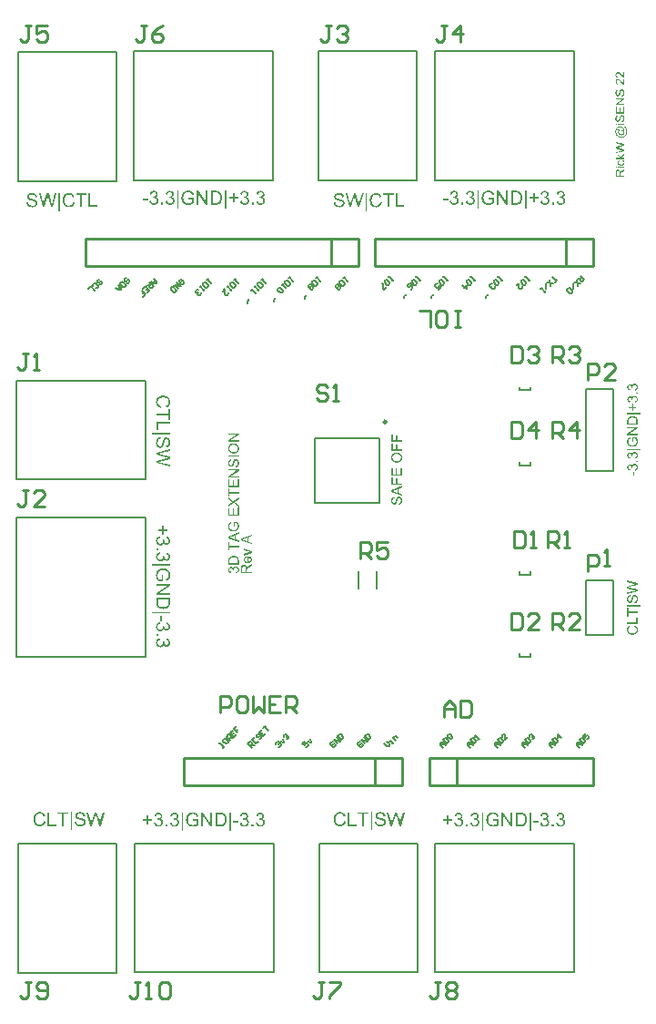
<source format=gto>
G04*
G04 #@! TF.GenerationSoftware,Altium Limited,Altium Designer,22.9.1 (49)*
G04*
G04 Layer_Color=65535*
%FSLAX25Y25*%
%MOIN*%
G70*
G04*
G04 #@! TF.SameCoordinates,BFF4783A-9A9A-4BA5-AF34-FCE32B05B8FC*
G04*
G04*
G04 #@! TF.FilePolarity,Positive*
G04*
G01*
G75*
%ADD10C,0.00984*%
%ADD11C,0.00787*%
%ADD12C,0.01000*%
%ADD13C,0.00500*%
G36*
X125263Y133160D02*
X122252Y131147D01*
X125263D01*
Y130660D01*
X121424D01*
Y131180D01*
X124440Y133198D01*
X121424D01*
Y133685D01*
X125263D01*
Y133160D01*
D02*
G37*
G36*
X123450Y130007D02*
X123500Y130003D01*
X123558Y129999D01*
X123624Y129991D01*
X123699Y129982D01*
X123778Y129970D01*
X123862Y129953D01*
X123949Y129937D01*
X124036Y129911D01*
X124128Y129882D01*
X124215Y129853D01*
X124307Y129816D01*
X124394Y129774D01*
X124398Y129770D01*
X124415Y129762D01*
X124440Y129749D01*
X124469Y129733D01*
X124506Y129708D01*
X124552Y129679D01*
X124602Y129641D01*
X124656Y129604D01*
X124710Y129558D01*
X124768Y129508D01*
X124827Y129450D01*
X124885Y129392D01*
X124939Y129329D01*
X124993Y129258D01*
X125047Y129183D01*
X125093Y129104D01*
X125097Y129100D01*
X125101Y129084D01*
X125114Y129063D01*
X125130Y129030D01*
X125147Y128988D01*
X125168Y128942D01*
X125189Y128888D01*
X125209Y128826D01*
X125230Y128759D01*
X125251Y128689D01*
X125272Y128609D01*
X125288Y128530D01*
X125318Y128356D01*
X125322Y128264D01*
X125326Y128173D01*
Y128119D01*
X125322Y128081D01*
X125318Y128035D01*
X125313Y127977D01*
X125305Y127919D01*
X125293Y127848D01*
X125280Y127777D01*
X125263Y127698D01*
X125243Y127619D01*
X125218Y127536D01*
X125189Y127453D01*
X125151Y127370D01*
X125114Y127287D01*
X125068Y127203D01*
X125064Y127199D01*
X125055Y127187D01*
X125039Y127162D01*
X125018Y127133D01*
X124993Y127099D01*
X124960Y127058D01*
X124922Y127012D01*
X124881Y126962D01*
X124831Y126908D01*
X124777Y126858D01*
X124718Y126804D01*
X124656Y126750D01*
X124585Y126696D01*
X124515Y126646D01*
X124436Y126600D01*
X124352Y126554D01*
X124348Y126550D01*
X124332Y126546D01*
X124307Y126534D01*
X124273Y126521D01*
X124232Y126505D01*
X124182Y126488D01*
X124128Y126467D01*
X124061Y126446D01*
X123995Y126425D01*
X123920Y126405D01*
X123841Y126388D01*
X123758Y126371D01*
X123583Y126346D01*
X123487Y126342D01*
X123396Y126338D01*
X123391D01*
X123383D01*
X123371D01*
X123354D01*
X123329Y126342D01*
X123304D01*
X123238Y126346D01*
X123159Y126355D01*
X123063Y126367D01*
X122963Y126380D01*
X122851Y126400D01*
X122730Y126430D01*
X122609Y126463D01*
X122485Y126505D01*
X122360Y126554D01*
X122235Y126613D01*
X122118Y126679D01*
X122002Y126758D01*
X121898Y126850D01*
X121894Y126854D01*
X121873Y126875D01*
X121848Y126904D01*
X121815Y126941D01*
X121773Y126995D01*
X121727Y127054D01*
X121677Y127124D01*
X121628Y127208D01*
X121578Y127299D01*
X121528Y127399D01*
X121482Y127507D01*
X121440Y127628D01*
X121407Y127752D01*
X121382Y127886D01*
X121361Y128027D01*
X121357Y128177D01*
Y128227D01*
X121361Y128264D01*
X121365Y128314D01*
X121370Y128368D01*
X121378Y128426D01*
X121390Y128493D01*
X121403Y128568D01*
X121420Y128643D01*
X121440Y128722D01*
X121465Y128805D01*
X121494Y128888D01*
X121528Y128971D01*
X121565Y129050D01*
X121611Y129134D01*
X121615Y129138D01*
X121623Y129154D01*
X121636Y129175D01*
X121657Y129204D01*
X121682Y129242D01*
X121715Y129279D01*
X121752Y129325D01*
X121794Y129375D01*
X121844Y129429D01*
X121898Y129483D01*
X121956Y129537D01*
X122019Y129591D01*
X122085Y129641D01*
X122160Y129695D01*
X122239Y129741D01*
X122322Y129787D01*
X122327Y129791D01*
X122343Y129795D01*
X122368Y129807D01*
X122401Y129820D01*
X122443Y129841D01*
X122497Y129857D01*
X122555Y129878D01*
X122622Y129899D01*
X122693Y129920D01*
X122772Y129941D01*
X122859Y129961D01*
X122946Y129978D01*
X123042Y129991D01*
X123142Y130003D01*
X123242Y130007D01*
X123350Y130011D01*
X123358D01*
X123375D01*
X123408D01*
X123450Y130007D01*
D02*
G37*
G36*
X125263Y125090D02*
X121424D01*
Y125598D01*
X125263D01*
Y125090D01*
D02*
G37*
G36*
X124232Y124308D02*
X124261D01*
X124290Y124304D01*
X124369Y124291D01*
X124456Y124271D01*
X124552Y124237D01*
X124652Y124191D01*
X124706Y124167D01*
X124756Y124133D01*
X124760D01*
X124768Y124125D01*
X124781Y124117D01*
X124802Y124100D01*
X124847Y124063D01*
X124910Y124004D01*
X124976Y123934D01*
X125047Y123846D01*
X125114Y123746D01*
X125176Y123630D01*
Y123626D01*
X125184Y123613D01*
X125189Y123597D01*
X125201Y123572D01*
X125209Y123543D01*
X125222Y123505D01*
X125239Y123463D01*
X125251Y123414D01*
X125263Y123364D01*
X125280Y123305D01*
X125301Y123181D01*
X125318Y123043D01*
X125326Y122894D01*
Y122844D01*
X125322Y122806D01*
Y122760D01*
X125318Y122711D01*
X125313Y122652D01*
X125305Y122586D01*
X125288Y122449D01*
X125263Y122303D01*
X125226Y122157D01*
X125176Y122016D01*
Y122012D01*
X125168Y121999D01*
X125159Y121983D01*
X125147Y121958D01*
X125130Y121929D01*
X125114Y121895D01*
X125064Y121816D01*
X125001Y121729D01*
X124922Y121637D01*
X124831Y121546D01*
X124723Y121467D01*
X124718Y121463D01*
X124710Y121458D01*
X124694Y121450D01*
X124669Y121438D01*
X124639Y121421D01*
X124606Y121404D01*
X124565Y121384D01*
X124519Y121367D01*
X124473Y121346D01*
X124419Y121329D01*
X124298Y121296D01*
X124169Y121271D01*
X124099Y121263D01*
X124028Y121259D01*
X123986Y121737D01*
X123990D01*
X123999D01*
X124015Y121741D01*
X124036Y121745D01*
X124061Y121750D01*
X124086Y121754D01*
X124157Y121770D01*
X124232Y121791D01*
X124311Y121816D01*
X124390Y121849D01*
X124465Y121891D01*
X124473Y121895D01*
X124494Y121916D01*
X124527Y121945D01*
X124569Y121987D01*
X124619Y122041D01*
X124664Y122107D01*
X124714Y122186D01*
X124760Y122278D01*
Y122282D01*
X124764Y122290D01*
X124768Y122303D01*
X124777Y122324D01*
X124785Y122349D01*
X124797Y122378D01*
X124806Y122411D01*
X124814Y122449D01*
X124835Y122536D01*
X124856Y122640D01*
X124868Y122748D01*
X124872Y122869D01*
Y122919D01*
X124868Y122943D01*
Y122973D01*
X124860Y123039D01*
X124852Y123118D01*
X124839Y123206D01*
X124818Y123293D01*
X124789Y123376D01*
Y123380D01*
X124785Y123384D01*
X124781Y123397D01*
X124773Y123414D01*
X124752Y123451D01*
X124727Y123501D01*
X124694Y123555D01*
X124652Y123613D01*
X124606Y123663D01*
X124552Y123709D01*
X124544Y123713D01*
X124527Y123726D01*
X124494Y123746D01*
X124452Y123767D01*
X124402Y123784D01*
X124348Y123805D01*
X124286Y123817D01*
X124223Y123821D01*
X124219D01*
X124215D01*
X124194D01*
X124157Y123817D01*
X124115Y123809D01*
X124065Y123796D01*
X124011Y123775D01*
X123957Y123751D01*
X123907Y123713D01*
X123903Y123709D01*
X123887Y123692D01*
X123862Y123667D01*
X123828Y123630D01*
X123795Y123584D01*
X123758Y123522D01*
X123720Y123451D01*
X123683Y123368D01*
X123679Y123360D01*
X123674Y123351D01*
X123670Y123335D01*
X123666Y123318D01*
X123658Y123293D01*
X123645Y123260D01*
X123637Y123226D01*
X123624Y123181D01*
X123608Y123135D01*
X123595Y123077D01*
X123579Y123014D01*
X123558Y122943D01*
X123541Y122869D01*
X123516Y122781D01*
X123495Y122686D01*
Y122681D01*
X123491Y122665D01*
X123483Y122636D01*
X123475Y122602D01*
X123462Y122557D01*
X123450Y122507D01*
X123433Y122457D01*
X123416Y122399D01*
X123379Y122274D01*
X123337Y122153D01*
X123317Y122095D01*
X123296Y122041D01*
X123275Y121991D01*
X123254Y121949D01*
Y121945D01*
X123246Y121937D01*
X123238Y121924D01*
X123229Y121904D01*
X123200Y121854D01*
X123159Y121795D01*
X123104Y121725D01*
X123046Y121658D01*
X122975Y121591D01*
X122900Y121537D01*
X122896D01*
X122892Y121533D01*
X122880Y121525D01*
X122863Y121517D01*
X122817Y121496D01*
X122759Y121471D01*
X122688Y121446D01*
X122605Y121425D01*
X122514Y121408D01*
X122418Y121404D01*
X122414D01*
X122406D01*
X122389D01*
X122368Y121408D01*
X122343D01*
X122314Y121413D01*
X122239Y121425D01*
X122156Y121446D01*
X122069Y121471D01*
X121973Y121512D01*
X121877Y121567D01*
X121873D01*
X121865Y121575D01*
X121852Y121583D01*
X121836Y121596D01*
X121790Y121637D01*
X121732Y121691D01*
X121669Y121758D01*
X121607Y121841D01*
X121544Y121937D01*
X121490Y122049D01*
Y122053D01*
X121486Y122062D01*
X121478Y122082D01*
X121469Y122103D01*
X121461Y122132D01*
X121449Y122170D01*
X121436Y122211D01*
X121424Y122257D01*
X121411Y122307D01*
X121399Y122361D01*
X121378Y122478D01*
X121361Y122611D01*
X121357Y122752D01*
Y122823D01*
X121361Y122860D01*
X121365Y122906D01*
X121370Y122952D01*
X121374Y123006D01*
X121390Y123122D01*
X121415Y123251D01*
X121453Y123380D01*
X121499Y123505D01*
Y123509D01*
X121507Y123518D01*
X121511Y123538D01*
X121524Y123559D01*
X121540Y123584D01*
X121557Y123617D01*
X121598Y123688D01*
X121657Y123771D01*
X121727Y123855D01*
X121807Y123934D01*
X121902Y124004D01*
X121906Y124009D01*
X121915Y124013D01*
X121927Y124021D01*
X121948Y124033D01*
X121973Y124046D01*
X122002Y124063D01*
X122039Y124075D01*
X122077Y124096D01*
X122164Y124129D01*
X122268Y124158D01*
X122380Y124183D01*
X122505Y124196D01*
X122543Y123709D01*
X122539D01*
X122526Y123705D01*
X122510D01*
X122485Y123701D01*
X122451Y123692D01*
X122418Y123684D01*
X122339Y123659D01*
X122252Y123626D01*
X122160Y123576D01*
X122073Y123518D01*
X122035Y123480D01*
X121998Y123439D01*
X121994Y123434D01*
X121990Y123430D01*
X121981Y123414D01*
X121969Y123397D01*
X121956Y123372D01*
X121940Y123343D01*
X121923Y123310D01*
X121902Y123272D01*
X121886Y123226D01*
X121869Y123177D01*
X121852Y123122D01*
X121840Y123064D01*
X121827Y122998D01*
X121819Y122927D01*
X121811Y122852D01*
Y122731D01*
X121815Y122698D01*
Y122661D01*
X121819Y122619D01*
X121823Y122569D01*
X121831Y122519D01*
X121852Y122407D01*
X121881Y122299D01*
X121923Y122195D01*
X121952Y122145D01*
X121981Y122103D01*
Y122099D01*
X121990Y122095D01*
X122010Y122070D01*
X122048Y122037D01*
X122098Y121999D01*
X122156Y121962D01*
X122227Y121929D01*
X122301Y121904D01*
X122343Y121899D01*
X122389Y121895D01*
X122393D01*
X122397D01*
X122422Y121899D01*
X122460Y121904D01*
X122505Y121912D01*
X122559Y121933D01*
X122618Y121958D01*
X122672Y121991D01*
X122726Y122041D01*
X122730Y122049D01*
X122738Y122057D01*
X122751Y122074D01*
X122763Y122095D01*
X122776Y122120D01*
X122792Y122153D01*
X122813Y122191D01*
X122834Y122236D01*
X122855Y122290D01*
X122876Y122353D01*
X122900Y122424D01*
X122925Y122507D01*
X122950Y122594D01*
X122980Y122694D01*
X123004Y122806D01*
Y122815D01*
X123009Y122835D01*
X123017Y122864D01*
X123029Y122906D01*
X123038Y122956D01*
X123055Y123014D01*
X123067Y123077D01*
X123088Y123143D01*
X123125Y123285D01*
X123163Y123426D01*
X123183Y123493D01*
X123204Y123551D01*
X123225Y123609D01*
X123246Y123655D01*
Y123659D01*
X123254Y123671D01*
X123263Y123688D01*
X123275Y123709D01*
X123287Y123738D01*
X123308Y123771D01*
X123354Y123842D01*
X123408Y123925D01*
X123475Y124004D01*
X123554Y124083D01*
X123595Y124117D01*
X123637Y124150D01*
X123641D01*
X123649Y124158D01*
X123662Y124167D01*
X123679Y124175D01*
X123699Y124187D01*
X123728Y124200D01*
X123795Y124233D01*
X123874Y124262D01*
X123966Y124287D01*
X124069Y124304D01*
X124182Y124312D01*
X124186D01*
X124194D01*
X124211D01*
X124232Y124308D01*
D02*
G37*
G36*
X125263Y120048D02*
X122252Y118035D01*
X125263D01*
Y117548D01*
X121424D01*
Y118068D01*
X124440Y120086D01*
X121424D01*
Y120572D01*
X125263D01*
Y120048D01*
D02*
G37*
G36*
Y113987D02*
X121424D01*
Y116766D01*
X121877D01*
Y114495D01*
X123050D01*
Y116620D01*
X123504D01*
Y114495D01*
X124810D01*
Y116853D01*
X125263D01*
Y113987D01*
D02*
G37*
G36*
X121877Y112186D02*
X125263D01*
Y111678D01*
X121877D01*
Y110414D01*
X121424D01*
Y113450D01*
X121877D01*
Y112186D01*
D02*
G37*
G36*
X125263Y109632D02*
X123895Y108658D01*
X123891Y108654D01*
X123874Y108646D01*
X123853Y108629D01*
X123820Y108608D01*
X123787Y108583D01*
X123749Y108558D01*
X123662Y108500D01*
X123666D01*
X123670Y108496D01*
X123695Y108479D01*
X123728Y108458D01*
X123770Y108429D01*
X123857Y108367D01*
X123899Y108342D01*
X123932Y108317D01*
X125263Y107343D01*
Y106732D01*
X123275Y108217D01*
X121424Y106907D01*
Y107510D01*
X122410Y108213D01*
X122414Y108217D01*
X122422Y108221D01*
X122439Y108234D01*
X122460Y108250D01*
X122485Y108267D01*
X122514Y108288D01*
X122580Y108334D01*
X122659Y108384D01*
X122734Y108433D01*
X122813Y108483D01*
X122880Y108521D01*
X122876D01*
X122871Y108525D01*
X122859Y108533D01*
X122842Y108546D01*
X122805Y108571D01*
X122751Y108608D01*
X122684Y108654D01*
X122609Y108704D01*
X122530Y108766D01*
X122447Y108829D01*
X121424Y109594D01*
Y110147D01*
X123250Y108812D01*
X125263Y110251D01*
Y109632D01*
D02*
G37*
G36*
Y103558D02*
X121424D01*
Y106337D01*
X121877D01*
Y104065D01*
X123050D01*
Y106191D01*
X123504D01*
Y104065D01*
X124810D01*
Y106424D01*
X125263D01*
Y103558D01*
D02*
G37*
G36*
X124735Y101303D02*
X124743Y101291D01*
X124760Y101270D01*
X124781Y101241D01*
X124806Y101207D01*
X124831Y101166D01*
X124864Y101120D01*
X124897Y101070D01*
X124931Y101016D01*
X124968Y100954D01*
X125043Y100825D01*
X125114Y100683D01*
X125176Y100534D01*
Y100529D01*
X125184Y100517D01*
X125189Y100496D01*
X125201Y100463D01*
X125209Y100430D01*
X125222Y100384D01*
X125239Y100338D01*
X125251Y100284D01*
X125263Y100222D01*
X125280Y100159D01*
X125301Y100022D01*
X125318Y99872D01*
X125326Y99718D01*
Y99664D01*
X125322Y99623D01*
X125318Y99573D01*
X125313Y99514D01*
X125305Y99448D01*
X125297Y99377D01*
X125284Y99302D01*
X125268Y99219D01*
X125247Y99136D01*
X125222Y99044D01*
X125197Y98957D01*
X125164Y98870D01*
X125126Y98778D01*
X125084Y98691D01*
X125080Y98687D01*
X125072Y98670D01*
X125060Y98645D01*
X125039Y98616D01*
X125014Y98578D01*
X124985Y98533D01*
X124947Y98483D01*
X124906Y98429D01*
X124860Y98375D01*
X124806Y98316D01*
X124752Y98258D01*
X124689Y98200D01*
X124619Y98146D01*
X124548Y98092D01*
X124469Y98038D01*
X124386Y97992D01*
X124381Y97988D01*
X124365Y97983D01*
X124340Y97971D01*
X124307Y97954D01*
X124261Y97938D01*
X124211Y97917D01*
X124153Y97896D01*
X124086Y97875D01*
X124015Y97855D01*
X123936Y97834D01*
X123849Y97813D01*
X123762Y97796D01*
X123666Y97780D01*
X123570Y97767D01*
X123466Y97763D01*
X123362Y97759D01*
X123354D01*
X123337D01*
X123308D01*
X123267Y97763D01*
X123217Y97767D01*
X123159Y97771D01*
X123092Y97780D01*
X123021Y97788D01*
X122942Y97800D01*
X122859Y97817D01*
X122684Y97859D01*
X122593Y97884D01*
X122501Y97917D01*
X122410Y97950D01*
X122318Y97992D01*
X122314Y97996D01*
X122297Y98004D01*
X122272Y98017D01*
X122239Y98033D01*
X122197Y98058D01*
X122152Y98088D01*
X122102Y98125D01*
X122044Y98162D01*
X121985Y98208D01*
X121927Y98258D01*
X121869Y98312D01*
X121807Y98375D01*
X121748Y98437D01*
X121694Y98508D01*
X121640Y98583D01*
X121594Y98662D01*
X121590Y98666D01*
X121586Y98682D01*
X121573Y98707D01*
X121557Y98741D01*
X121540Y98782D01*
X121519Y98832D01*
X121499Y98890D01*
X121474Y98953D01*
X121453Y99023D01*
X121432Y99103D01*
X121411Y99186D01*
X121395Y99277D01*
X121378Y99369D01*
X121365Y99469D01*
X121361Y99573D01*
X121357Y99677D01*
Y99747D01*
X121361Y99785D01*
X121365Y99826D01*
X121370Y99872D01*
X121374Y99926D01*
X121390Y100043D01*
X121415Y100172D01*
X121449Y100301D01*
X121494Y100430D01*
Y100434D01*
X121499Y100446D01*
X121507Y100463D01*
X121519Y100484D01*
X121532Y100513D01*
X121548Y100546D01*
X121590Y100621D01*
X121644Y100708D01*
X121707Y100796D01*
X121782Y100879D01*
X121869Y100958D01*
X121873Y100962D01*
X121881Y100966D01*
X121894Y100975D01*
X121911Y100991D01*
X121935Y101004D01*
X121965Y101024D01*
X121998Y101045D01*
X122039Y101066D01*
X122081Y101091D01*
X122127Y101112D01*
X122181Y101137D01*
X122235Y101162D01*
X122360Y101207D01*
X122497Y101249D01*
X122622Y100787D01*
X122618D01*
X122609Y100783D01*
X122593Y100779D01*
X122572Y100771D01*
X122551Y100762D01*
X122522Y100754D01*
X122455Y100729D01*
X122380Y100696D01*
X122306Y100658D01*
X122231Y100617D01*
X122164Y100571D01*
X122156Y100567D01*
X122135Y100546D01*
X122106Y100517D01*
X122064Y100479D01*
X122023Y100425D01*
X121977Y100363D01*
X121935Y100288D01*
X121894Y100205D01*
Y100201D01*
X121890Y100192D01*
X121886Y100180D01*
X121877Y100163D01*
X121869Y100143D01*
X121861Y100113D01*
X121840Y100051D01*
X121823Y99972D01*
X121807Y99885D01*
X121794Y99785D01*
X121790Y99681D01*
Y99623D01*
X121794Y99593D01*
Y99556D01*
X121798Y99519D01*
X121802Y99473D01*
X121815Y99381D01*
X121836Y99277D01*
X121861Y99177D01*
X121898Y99078D01*
Y99073D01*
X121902Y99065D01*
X121911Y99053D01*
X121919Y99036D01*
X121940Y98990D01*
X121973Y98932D01*
X122014Y98865D01*
X122064Y98799D01*
X122118Y98728D01*
X122181Y98666D01*
X122189Y98657D01*
X122210Y98641D01*
X122247Y98612D01*
X122293Y98578D01*
X122347Y98541D01*
X122414Y98499D01*
X122485Y98462D01*
X122559Y98429D01*
X122564D01*
X122576Y98425D01*
X122593Y98416D01*
X122622Y98408D01*
X122655Y98395D01*
X122693Y98383D01*
X122738Y98370D01*
X122788Y98358D01*
X122842Y98341D01*
X122905Y98329D01*
X123034Y98308D01*
X123179Y98291D01*
X123333Y98283D01*
X123337D01*
X123354D01*
X123383D01*
X123416Y98287D01*
X123462D01*
X123512Y98291D01*
X123570Y98300D01*
X123633Y98304D01*
X123770Y98325D01*
X123911Y98358D01*
X124057Y98400D01*
X124194Y98458D01*
X124198Y98462D01*
X124211Y98466D01*
X124228Y98474D01*
X124252Y98491D01*
X124277Y98508D01*
X124311Y98533D01*
X124386Y98587D01*
X124469Y98662D01*
X124556Y98749D01*
X124635Y98849D01*
X124673Y98907D01*
X124706Y98969D01*
Y98974D01*
X124714Y98986D01*
X124723Y99003D01*
X124731Y99028D01*
X124743Y99061D01*
X124760Y99098D01*
X124773Y99140D01*
X124789Y99186D01*
X124806Y99236D01*
X124818Y99294D01*
X124847Y99415D01*
X124864Y99548D01*
X124872Y99689D01*
Y99722D01*
X124868Y99747D01*
Y99777D01*
X124864Y99810D01*
X124860Y99847D01*
X124856Y99893D01*
X124843Y99989D01*
X124818Y100097D01*
X124789Y100213D01*
X124748Y100330D01*
Y100334D01*
X124743Y100342D01*
X124735Y100359D01*
X124727Y100384D01*
X124714Y100409D01*
X124698Y100438D01*
X124664Y100509D01*
X124623Y100588D01*
X124577Y100667D01*
X124531Y100742D01*
X124477Y100808D01*
X123758D01*
Y99681D01*
X123304D01*
Y101307D01*
X124731D01*
X124735Y101303D01*
D02*
G37*
G36*
X125263Y96902D02*
X124103Y96457D01*
Y94843D01*
X125263Y94427D01*
Y93890D01*
X121424Y95359D01*
Y95908D01*
X125263Y97480D01*
Y96902D01*
D02*
G37*
G36*
X129938Y96116D02*
X128777Y95671D01*
Y94056D01*
X129938Y93641D01*
Y93104D01*
X126098Y94572D01*
Y95121D01*
X129938Y96694D01*
Y96116D01*
D02*
G37*
G36*
X121877Y92517D02*
X125263D01*
Y92010D01*
X121877D01*
Y90745D01*
X121424D01*
Y93782D01*
X121877D01*
Y92517D01*
D02*
G37*
G36*
X129938Y90500D02*
Y90050D01*
X127155Y88998D01*
Y89497D01*
X128823Y90096D01*
X128827D01*
X128835Y90100D01*
X128848Y90105D01*
X128868Y90113D01*
X128893Y90121D01*
X128923Y90129D01*
X128993Y90154D01*
X129077Y90184D01*
X129172Y90213D01*
X129276Y90242D01*
X129384Y90275D01*
X129380D01*
X129376Y90279D01*
X129364Y90283D01*
X129347Y90288D01*
X129322Y90292D01*
X129297Y90300D01*
X129235Y90321D01*
X129160Y90346D01*
X129068Y90375D01*
X128968Y90408D01*
X128856Y90450D01*
X127155Y91070D01*
Y91556D01*
X129938Y90500D01*
D02*
G37*
G36*
X128665Y88707D02*
Y86631D01*
X128669D01*
X128685D01*
X128710Y86635D01*
X128740Y86639D01*
X128781Y86643D01*
X128823Y86652D01*
X128873Y86660D01*
X128927Y86673D01*
X129039Y86706D01*
X129160Y86752D01*
X129214Y86781D01*
X129272Y86810D01*
X129322Y86847D01*
X129372Y86889D01*
X129376Y86893D01*
X129380Y86901D01*
X129393Y86914D01*
X129409Y86930D01*
X129426Y86955D01*
X129447Y86980D01*
X129472Y87014D01*
X129492Y87051D01*
X129538Y87134D01*
X129576Y87234D01*
X129592Y87288D01*
X129601Y87346D01*
X129609Y87409D01*
X129613Y87471D01*
Y87496D01*
X129609Y87513D01*
X129605Y87563D01*
X129596Y87625D01*
X129580Y87692D01*
X129555Y87767D01*
X129526Y87841D01*
X129480Y87912D01*
Y87916D01*
X129472Y87920D01*
X129455Y87941D01*
X129422Y87975D01*
X129372Y88016D01*
X129314Y88062D01*
X129235Y88112D01*
X129143Y88162D01*
X129039Y88203D01*
X129101Y88694D01*
X129106D01*
X129122Y88690D01*
X129143Y88682D01*
X129172Y88669D01*
X129210Y88657D01*
X129251Y88640D01*
X129297Y88619D01*
X129347Y88599D01*
X129451Y88540D01*
X129563Y88465D01*
X129617Y88420D01*
X129671Y88374D01*
X129721Y88324D01*
X129767Y88266D01*
X129771Y88262D01*
X129775Y88253D01*
X129788Y88232D01*
X129805Y88212D01*
X129821Y88178D01*
X129842Y88141D01*
X129863Y88099D01*
X129884Y88049D01*
X129904Y87995D01*
X129925Y87933D01*
X129946Y87871D01*
X129963Y87800D01*
X129979Y87725D01*
X129992Y87646D01*
X129996Y87559D01*
X130000Y87471D01*
Y87446D01*
X129996Y87413D01*
Y87371D01*
X129988Y87317D01*
X129979Y87259D01*
X129967Y87192D01*
X129954Y87122D01*
X129933Y87047D01*
X129909Y86968D01*
X129879Y86885D01*
X129842Y86806D01*
X129800Y86722D01*
X129750Y86647D01*
X129692Y86573D01*
X129626Y86502D01*
X129621Y86498D01*
X129609Y86485D01*
X129588Y86469D01*
X129555Y86448D01*
X129517Y86419D01*
X129472Y86390D01*
X129418Y86356D01*
X129355Y86327D01*
X129285Y86294D01*
X129205Y86261D01*
X129118Y86231D01*
X129022Y86202D01*
X128923Y86182D01*
X128814Y86165D01*
X128698Y86152D01*
X128573Y86148D01*
X128565D01*
X128544D01*
X128507Y86152D01*
X128457D01*
X128398Y86161D01*
X128332Y86169D01*
X128253Y86177D01*
X128174Y86194D01*
X128086Y86211D01*
X127999Y86236D01*
X127908Y86265D01*
X127816Y86298D01*
X127729Y86340D01*
X127641Y86390D01*
X127558Y86444D01*
X127483Y86506D01*
X127479Y86510D01*
X127467Y86523D01*
X127446Y86544D01*
X127421Y86573D01*
X127392Y86606D01*
X127358Y86652D01*
X127325Y86702D01*
X127288Y86760D01*
X127250Y86822D01*
X127217Y86893D01*
X127184Y86972D01*
X127155Y87055D01*
X127130Y87147D01*
X127109Y87238D01*
X127096Y87342D01*
X127092Y87446D01*
Y87471D01*
X127096Y87500D01*
Y87538D01*
X127105Y87588D01*
X127113Y87642D01*
X127125Y87704D01*
X127138Y87771D01*
X127159Y87841D01*
X127184Y87912D01*
X127217Y87991D01*
X127254Y88066D01*
X127296Y88141D01*
X127350Y88216D01*
X127408Y88291D01*
X127475Y88357D01*
X127479Y88361D01*
X127491Y88374D01*
X127512Y88391D01*
X127546Y88411D01*
X127583Y88441D01*
X127629Y88470D01*
X127687Y88503D01*
X127749Y88536D01*
X127820Y88565D01*
X127899Y88599D01*
X127987Y88628D01*
X128082Y88657D01*
X128186Y88678D01*
X128299Y88694D01*
X128415Y88707D01*
X128540Y88711D01*
X128548D01*
X128569D01*
X128611D01*
X128665Y88707D01*
D02*
G37*
G36*
X123437Y88840D02*
X123483D01*
X123533Y88836D01*
X123587Y88832D01*
X123708Y88819D01*
X123837Y88798D01*
X123970Y88773D01*
X124103Y88740D01*
X124107D01*
X124119Y88736D01*
X124136Y88727D01*
X124157Y88723D01*
X124186Y88711D01*
X124219Y88698D01*
X124298Y88669D01*
X124386Y88632D01*
X124481Y88586D01*
X124573Y88536D01*
X124660Y88478D01*
X124664D01*
X124669Y88470D01*
X124681Y88461D01*
X124698Y88449D01*
X124735Y88420D01*
X124785Y88374D01*
X124843Y88324D01*
X124901Y88266D01*
X124956Y88199D01*
X125010Y88129D01*
Y88124D01*
X125014Y88120D01*
X125031Y88095D01*
X125051Y88054D01*
X125080Y87999D01*
X125110Y87933D01*
X125143Y87854D01*
X125172Y87762D01*
X125201Y87667D01*
Y87663D01*
X125205Y87654D01*
Y87642D01*
X125209Y87621D01*
X125214Y87596D01*
X125222Y87563D01*
X125226Y87529D01*
X125230Y87492D01*
X125243Y87401D01*
X125255Y87296D01*
X125259Y87180D01*
X125263Y87055D01*
Y85670D01*
X121424D01*
Y87101D01*
X121428Y87143D01*
Y87192D01*
X121432Y87242D01*
X121436Y87355D01*
X121449Y87467D01*
X121461Y87579D01*
X121474Y87629D01*
X121482Y87675D01*
Y87679D01*
X121486Y87692D01*
X121490Y87708D01*
X121499Y87729D01*
X121507Y87758D01*
X121515Y87792D01*
X121544Y87871D01*
X121582Y87958D01*
X121628Y88049D01*
X121686Y88145D01*
X121756Y88237D01*
X121761Y88241D01*
X121769Y88249D01*
X121782Y88266D01*
X121802Y88287D01*
X121827Y88311D01*
X121861Y88341D01*
X121894Y88374D01*
X121935Y88407D01*
X121981Y88445D01*
X122031Y88482D01*
X122085Y88520D01*
X122143Y88557D01*
X122272Y88628D01*
X122414Y88690D01*
X122418D01*
X122431Y88698D01*
X122455Y88703D01*
X122485Y88715D01*
X122522Y88727D01*
X122568Y88740D01*
X122618Y88753D01*
X122676Y88769D01*
X122742Y88782D01*
X122813Y88794D01*
X122888Y88807D01*
X122967Y88819D01*
X123050Y88832D01*
X123138Y88836D01*
X123325Y88844D01*
X123329D01*
X123346D01*
X123366D01*
X123400D01*
X123437Y88840D01*
D02*
G37*
G36*
X129938Y85241D02*
X129139Y84734D01*
X129135Y84730D01*
X129122Y84726D01*
X129106Y84713D01*
X129081Y84697D01*
X129051Y84680D01*
X129018Y84655D01*
X128943Y84605D01*
X128856Y84547D01*
X128769Y84488D01*
X128685Y84426D01*
X128611Y84368D01*
X128606D01*
X128602Y84360D01*
X128581Y84343D01*
X128548Y84318D01*
X128511Y84281D01*
X128469Y84243D01*
X128428Y84197D01*
X128386Y84152D01*
X128357Y84110D01*
X128353Y84106D01*
X128344Y84089D01*
X128332Y84068D01*
X128315Y84039D01*
X128299Y84002D01*
X128282Y83964D01*
X128265Y83923D01*
X128253Y83877D01*
Y83873D01*
X128249Y83860D01*
X128244Y83839D01*
X128240Y83810D01*
Y83769D01*
X128236Y83719D01*
X128232Y83661D01*
Y83008D01*
X129938D01*
Y82500D01*
X126098D01*
Y84285D01*
X126102Y84330D01*
Y84376D01*
X126106Y84430D01*
X126110Y84493D01*
X126123Y84617D01*
X126144Y84746D01*
X126169Y84871D01*
X126185Y84925D01*
X126202Y84979D01*
Y84983D01*
X126206Y84992D01*
X126214Y85004D01*
X126223Y85025D01*
X126248Y85075D01*
X126285Y85133D01*
X126335Y85204D01*
X126402Y85275D01*
X126477Y85345D01*
X126568Y85408D01*
X126572D01*
X126581Y85416D01*
X126593Y85425D01*
X126614Y85433D01*
X126639Y85445D01*
X126668Y85458D01*
X126701Y85474D01*
X126739Y85491D01*
X126826Y85520D01*
X126922Y85545D01*
X127030Y85562D01*
X127146Y85570D01*
X127150D01*
X127163D01*
X127188D01*
X127213Y85566D01*
X127250Y85562D01*
X127292Y85558D01*
X127338Y85549D01*
X127387Y85537D01*
X127496Y85504D01*
X127554Y85483D01*
X127612Y85458D01*
X127670Y85429D01*
X127729Y85391D01*
X127783Y85350D01*
X127837Y85304D01*
X127841Y85300D01*
X127849Y85291D01*
X127862Y85275D01*
X127883Y85254D01*
X127903Y85225D01*
X127928Y85192D01*
X127957Y85150D01*
X127987Y85100D01*
X128016Y85046D01*
X128045Y84988D01*
X128074Y84921D01*
X128103Y84846D01*
X128128Y84767D01*
X128153Y84680D01*
X128174Y84584D01*
X128190Y84484D01*
Y84488D01*
X128195Y84493D01*
X128207Y84518D01*
X128228Y84555D01*
X128253Y84601D01*
X128282Y84651D01*
X128311Y84701D01*
X128349Y84751D01*
X128382Y84792D01*
X128386Y84796D01*
X128390Y84800D01*
X128403Y84813D01*
X128419Y84830D01*
X128440Y84850D01*
X128465Y84875D01*
X128523Y84929D01*
X128598Y84992D01*
X128685Y85063D01*
X128785Y85137D01*
X128893Y85212D01*
X129938Y85878D01*
Y85241D01*
D02*
G37*
G36*
X124182Y85009D02*
X124215D01*
X124261Y85000D01*
X124311Y84992D01*
X124365Y84983D01*
X124427Y84967D01*
X124494Y84946D01*
X124560Y84921D01*
X124631Y84892D01*
X124702Y84855D01*
X124777Y84813D01*
X124847Y84763D01*
X124918Y84709D01*
X124985Y84642D01*
X124989Y84638D01*
X125001Y84626D01*
X125018Y84605D01*
X125039Y84576D01*
X125064Y84543D01*
X125093Y84497D01*
X125126Y84447D01*
X125155Y84389D01*
X125189Y84326D01*
X125222Y84255D01*
X125251Y84181D01*
X125276Y84097D01*
X125297Y84010D01*
X125313Y83919D01*
X125326Y83823D01*
X125330Y83719D01*
Y83698D01*
X125326Y83669D01*
Y83636D01*
X125322Y83590D01*
X125313Y83540D01*
X125305Y83486D01*
X125293Y83424D01*
X125276Y83357D01*
X125255Y83290D01*
X125234Y83220D01*
X125205Y83149D01*
X125168Y83078D01*
X125130Y83012D01*
X125084Y82941D01*
X125031Y82879D01*
X125026Y82874D01*
X125018Y82866D01*
X125001Y82849D01*
X124976Y82824D01*
X124947Y82800D01*
X124910Y82770D01*
X124868Y82741D01*
X124818Y82708D01*
X124768Y82675D01*
X124706Y82641D01*
X124644Y82608D01*
X124573Y82579D01*
X124498Y82554D01*
X124419Y82529D01*
X124336Y82512D01*
X124248Y82500D01*
X124186Y82970D01*
X124190D01*
X124203Y82974D01*
X124223Y82978D01*
X124252Y82987D01*
X124286Y82995D01*
X124323Y83003D01*
X124411Y83033D01*
X124506Y83070D01*
X124602Y83116D01*
X124689Y83174D01*
X124727Y83207D01*
X124764Y83240D01*
Y83245D01*
X124773Y83249D01*
X124781Y83261D01*
X124793Y83274D01*
X124818Y83315D01*
X124852Y83374D01*
X124885Y83444D01*
X124910Y83523D01*
X124931Y83619D01*
X124939Y83719D01*
Y83752D01*
X124935Y83777D01*
X124931Y83802D01*
X124926Y83839D01*
X124910Y83914D01*
X124885Y84006D01*
X124843Y84102D01*
X124814Y84147D01*
X124785Y84193D01*
X124752Y84239D01*
X124710Y84285D01*
X124706Y84289D01*
X124698Y84293D01*
X124685Y84305D01*
X124669Y84322D01*
X124648Y84339D01*
X124619Y84355D01*
X124590Y84376D01*
X124552Y84401D01*
X124469Y84443D01*
X124373Y84476D01*
X124261Y84505D01*
X124203Y84509D01*
X124140Y84513D01*
X124136D01*
X124128D01*
X124107D01*
X124086Y84509D01*
X124057Y84505D01*
X124028Y84501D01*
X123953Y84488D01*
X123866Y84459D01*
X123778Y84422D01*
X123732Y84397D01*
X123691Y84368D01*
X123649Y84335D01*
X123608Y84297D01*
X123604Y84293D01*
X123599Y84289D01*
X123587Y84276D01*
X123574Y84260D01*
X123558Y84239D01*
X123541Y84214D01*
X123500Y84152D01*
X123462Y84073D01*
X123429Y83981D01*
X123404Y83877D01*
X123400Y83819D01*
X123396Y83760D01*
Y83736D01*
X123400Y83706D01*
Y83669D01*
X123408Y83619D01*
X123416Y83565D01*
X123429Y83498D01*
X123445Y83428D01*
X123034Y83478D01*
Y83486D01*
X123038Y83507D01*
X123042Y83532D01*
Y83586D01*
X123038Y83607D01*
Y83636D01*
X123034Y83665D01*
X123021Y83736D01*
X123004Y83819D01*
X122975Y83910D01*
X122938Y84006D01*
X122884Y84097D01*
Y84102D01*
X122876Y84110D01*
X122867Y84118D01*
X122855Y84135D01*
X122817Y84176D01*
X122763Y84222D01*
X122697Y84264D01*
X122614Y84305D01*
X122568Y84322D01*
X122514Y84330D01*
X122460Y84339D01*
X122401Y84343D01*
X122397D01*
X122389D01*
X122376D01*
X122356Y84339D01*
X122310Y84335D01*
X122247Y84322D01*
X122181Y84301D01*
X122110Y84268D01*
X122035Y84222D01*
X122002Y84197D01*
X121969Y84164D01*
X121960Y84156D01*
X121944Y84131D01*
X121915Y84093D01*
X121881Y84043D01*
X121852Y83977D01*
X121823Y83898D01*
X121807Y83810D01*
X121798Y83711D01*
Y83686D01*
X121802Y83665D01*
Y83640D01*
X121807Y83615D01*
X121819Y83548D01*
X121840Y83478D01*
X121873Y83399D01*
X121915Y83324D01*
X121973Y83249D01*
X121981Y83240D01*
X122006Y83220D01*
X122044Y83186D01*
X122102Y83153D01*
X122172Y83112D01*
X122264Y83074D01*
X122368Y83041D01*
X122489Y83016D01*
X122406Y82546D01*
X122401D01*
X122385Y82550D01*
X122360Y82554D01*
X122327Y82562D01*
X122289Y82575D01*
X122243Y82587D01*
X122193Y82604D01*
X122139Y82625D01*
X122019Y82679D01*
X121960Y82708D01*
X121898Y82745D01*
X121840Y82787D01*
X121782Y82833D01*
X121723Y82883D01*
X121673Y82937D01*
X121669Y82941D01*
X121661Y82949D01*
X121648Y82970D01*
X121632Y82991D01*
X121611Y83024D01*
X121590Y83057D01*
X121565Y83099D01*
X121540Y83149D01*
X121519Y83199D01*
X121494Y83257D01*
X121474Y83319D01*
X121453Y83386D01*
X121436Y83461D01*
X121424Y83536D01*
X121415Y83615D01*
X121411Y83698D01*
Y83752D01*
X121415Y83781D01*
X121420Y83810D01*
X121428Y83889D01*
X121444Y83977D01*
X121469Y84077D01*
X121503Y84176D01*
X121548Y84276D01*
Y84281D01*
X121553Y84289D01*
X121561Y84301D01*
X121573Y84322D01*
X121603Y84368D01*
X121644Y84426D01*
X121698Y84493D01*
X121761Y84559D01*
X121831Y84626D01*
X121915Y84684D01*
X121919D01*
X121923Y84688D01*
X121940Y84697D01*
X121956Y84705D01*
X121977Y84717D01*
X122002Y84730D01*
X122064Y84755D01*
X122139Y84780D01*
X122222Y84805D01*
X122314Y84821D01*
X122410Y84825D01*
X122414D01*
X122422D01*
X122435D01*
X122451D01*
X122501Y84817D01*
X122559Y84809D01*
X122630Y84792D01*
X122705Y84767D01*
X122784Y84734D01*
X122863Y84688D01*
X122867D01*
X122871Y84684D01*
X122896Y84663D01*
X122934Y84634D01*
X122980Y84588D01*
X123034Y84534D01*
X123088Y84464D01*
X123138Y84385D01*
X123188Y84293D01*
Y84297D01*
X123192Y84310D01*
X123196Y84326D01*
X123204Y84351D01*
X123213Y84376D01*
X123225Y84409D01*
X123258Y84488D01*
X123304Y84572D01*
X123358Y84659D01*
X123429Y84746D01*
X123516Y84821D01*
X123520Y84825D01*
X123529Y84830D01*
X123541Y84838D01*
X123562Y84850D01*
X123583Y84867D01*
X123612Y84884D01*
X123645Y84900D01*
X123687Y84917D01*
X123728Y84934D01*
X123774Y84950D01*
X123878Y84983D01*
X123999Y85004D01*
X124065Y85013D01*
X124132D01*
X124136D01*
X124153D01*
X124182Y85009D01*
D02*
G37*
G36*
X266538Y263710D02*
X266531D01*
X266513D01*
X266485D01*
X266449Y263714D01*
X266407Y263717D01*
X266360Y263728D01*
X266311Y263738D01*
X266261Y263756D01*
X266258D01*
X266250Y263760D01*
X266240Y263763D01*
X266222Y263770D01*
X266204Y263781D01*
X266179Y263792D01*
X266123Y263820D01*
X266055Y263856D01*
X265981Y263902D01*
X265902Y263955D01*
X265824Y264019D01*
X265821Y264022D01*
X265814Y264026D01*
X265803Y264037D01*
X265785Y264054D01*
X265768Y264072D01*
X265743Y264097D01*
X265714Y264122D01*
X265682Y264154D01*
X265647Y264189D01*
X265611Y264228D01*
X265569Y264271D01*
X265526Y264321D01*
X265480Y264370D01*
X265434Y264427D01*
X265384Y264484D01*
X265331Y264548D01*
X265327Y264555D01*
X265310Y264573D01*
X265288Y264598D01*
X265256Y264633D01*
X265221Y264676D01*
X265178Y264725D01*
X265132Y264782D01*
X265079Y264839D01*
X264969Y264960D01*
X264852Y265077D01*
X264795Y265134D01*
X264738Y265187D01*
X264685Y265233D01*
X264635Y265272D01*
X264632Y265276D01*
X264625Y265279D01*
X264610Y265290D01*
X264593Y265300D01*
X264568Y265318D01*
X264543Y265332D01*
X264479Y265368D01*
X264404Y265403D01*
X264323Y265435D01*
X264238Y265457D01*
X264195Y265460D01*
X264152Y265464D01*
X264149D01*
X264142D01*
X264127D01*
X264113Y265460D01*
X264092D01*
X264067Y265453D01*
X264014Y265442D01*
X263950Y265421D01*
X263882Y265389D01*
X263847Y265371D01*
X263815Y265347D01*
X263783Y265322D01*
X263751Y265290D01*
X263748Y265286D01*
X263744Y265283D01*
X263737Y265272D01*
X263726Y265258D01*
X263712Y265240D01*
X263698Y265219D01*
X263666Y265169D01*
X263638Y265102D01*
X263609Y265027D01*
X263591Y264938D01*
X263584Y264889D01*
Y264810D01*
X263588Y264789D01*
Y264764D01*
X263595Y264736D01*
X263606Y264672D01*
X263627Y264598D01*
X263659Y264519D01*
X263680Y264480D01*
X263702Y264441D01*
X263730Y264406D01*
X263762Y264370D01*
X263765Y264367D01*
X263769Y264363D01*
X263780Y264356D01*
X263794Y264342D01*
X263811Y264331D01*
X263833Y264317D01*
X263858Y264299D01*
X263886Y264285D01*
X263918Y264267D01*
X263953Y264253D01*
X264039Y264225D01*
X264131Y264204D01*
X264184Y264200D01*
X264241Y264196D01*
X264198Y263785D01*
X264191D01*
X264177Y263788D01*
X264156Y263792D01*
X264124Y263795D01*
X264085Y263802D01*
X264039Y263813D01*
X263989Y263824D01*
X263936Y263841D01*
X263882Y263859D01*
X263822Y263880D01*
X263765Y263909D01*
X263709Y263937D01*
X263648Y263973D01*
X263595Y264012D01*
X263542Y264054D01*
X263496Y264104D01*
X263492Y264108D01*
X263485Y264118D01*
X263474Y264132D01*
X263457Y264154D01*
X263439Y264182D01*
X263418Y264218D01*
X263396Y264257D01*
X263371Y264303D01*
X263350Y264353D01*
X263329Y264409D01*
X263307Y264470D01*
X263290Y264537D01*
X263272Y264608D01*
X263261Y264683D01*
X263254Y264764D01*
X263251Y264849D01*
Y264896D01*
X263254Y264928D01*
X263258Y264967D01*
X263265Y265013D01*
X263272Y265066D01*
X263283Y265119D01*
X263297Y265180D01*
X263315Y265240D01*
X263336Y265304D01*
X263361Y265364D01*
X263393Y265428D01*
X263428Y265489D01*
X263467Y265545D01*
X263513Y265599D01*
X263517Y265602D01*
X263524Y265609D01*
X263542Y265623D01*
X263560Y265641D01*
X263584Y265663D01*
X263616Y265687D01*
X263652Y265712D01*
X263694Y265737D01*
X263737Y265762D01*
X263787Y265787D01*
X263840Y265812D01*
X263897Y265833D01*
X263961Y265851D01*
X264024Y265865D01*
X264092Y265872D01*
X264163Y265876D01*
X264167D01*
X264170D01*
X264181D01*
X264195D01*
X264234Y265872D01*
X264284Y265865D01*
X264344Y265854D01*
X264408Y265840D01*
X264479Y265822D01*
X264550Y265794D01*
X264553D01*
X264557Y265790D01*
X264568Y265787D01*
X264582Y265780D01*
X264621Y265758D01*
X264671Y265730D01*
X264731Y265691D01*
X264798Y265645D01*
X264869Y265592D01*
X264948Y265524D01*
X264951Y265521D01*
X264958Y265517D01*
X264969Y265503D01*
X264987Y265489D01*
X265008Y265467D01*
X265033Y265442D01*
X265065Y265414D01*
X265097Y265378D01*
X265136Y265336D01*
X265178Y265290D01*
X265228Y265240D01*
X265278Y265183D01*
X265335Y265123D01*
X265391Y265055D01*
X265455Y264981D01*
X265523Y264903D01*
X265526Y264899D01*
X265537Y264889D01*
X265551Y264867D01*
X265572Y264846D01*
X265597Y264814D01*
X265626Y264782D01*
X265689Y264707D01*
X265757Y264629D01*
X265828Y264555D01*
X265860Y264519D01*
X265888Y264487D01*
X265917Y264459D01*
X265938Y264438D01*
X265942Y264434D01*
X265956Y264420D01*
X265977Y264402D01*
X266005Y264377D01*
X266037Y264349D01*
X266073Y264321D01*
X266151Y264264D01*
Y265879D01*
X266538D01*
Y263710D01*
D02*
G37*
G36*
Y261165D02*
X266531D01*
X266513D01*
X266485D01*
X266449Y261168D01*
X266407Y261172D01*
X266360Y261182D01*
X266311Y261193D01*
X266261Y261211D01*
X266258D01*
X266250Y261214D01*
X266240Y261218D01*
X266222Y261225D01*
X266204Y261236D01*
X266179Y261246D01*
X266123Y261275D01*
X266055Y261310D01*
X265981Y261356D01*
X265902Y261410D01*
X265824Y261473D01*
X265821Y261477D01*
X265814Y261481D01*
X265803Y261491D01*
X265785Y261509D01*
X265768Y261527D01*
X265743Y261552D01*
X265714Y261577D01*
X265682Y261608D01*
X265647Y261644D01*
X265611Y261683D01*
X265569Y261726D01*
X265526Y261775D01*
X265480Y261825D01*
X265434Y261882D01*
X265384Y261939D01*
X265331Y262002D01*
X265327Y262010D01*
X265310Y262027D01*
X265288Y262052D01*
X265256Y262088D01*
X265221Y262130D01*
X265178Y262180D01*
X265132Y262237D01*
X265079Y262294D01*
X264969Y262414D01*
X264852Y262531D01*
X264795Y262588D01*
X264738Y262641D01*
X264685Y262688D01*
X264635Y262727D01*
X264632Y262730D01*
X264625Y262734D01*
X264610Y262744D01*
X264593Y262755D01*
X264568Y262773D01*
X264543Y262787D01*
X264479Y262823D01*
X264404Y262858D01*
X264323Y262890D01*
X264238Y262911D01*
X264195Y262915D01*
X264152Y262918D01*
X264149D01*
X264142D01*
X264127D01*
X264113Y262915D01*
X264092D01*
X264067Y262908D01*
X264014Y262897D01*
X263950Y262876D01*
X263882Y262844D01*
X263847Y262826D01*
X263815Y262801D01*
X263783Y262776D01*
X263751Y262744D01*
X263748Y262741D01*
X263744Y262737D01*
X263737Y262727D01*
X263726Y262712D01*
X263712Y262695D01*
X263698Y262673D01*
X263666Y262624D01*
X263638Y262556D01*
X263609Y262482D01*
X263591Y262393D01*
X263584Y262343D01*
Y262265D01*
X263588Y262244D01*
Y262219D01*
X263595Y262191D01*
X263606Y262127D01*
X263627Y262052D01*
X263659Y261974D01*
X263680Y261935D01*
X263702Y261896D01*
X263730Y261860D01*
X263762Y261825D01*
X263765Y261821D01*
X263769Y261818D01*
X263780Y261811D01*
X263794Y261796D01*
X263811Y261786D01*
X263833Y261772D01*
X263858Y261754D01*
X263886Y261740D01*
X263918Y261722D01*
X263953Y261708D01*
X264039Y261679D01*
X264131Y261658D01*
X264184Y261655D01*
X264241Y261651D01*
X264198Y261239D01*
X264191D01*
X264177Y261243D01*
X264156Y261246D01*
X264124Y261250D01*
X264085Y261257D01*
X264039Y261268D01*
X263989Y261278D01*
X263936Y261296D01*
X263882Y261314D01*
X263822Y261335D01*
X263765Y261364D01*
X263709Y261392D01*
X263648Y261427D01*
X263595Y261466D01*
X263542Y261509D01*
X263496Y261559D01*
X263492Y261562D01*
X263485Y261573D01*
X263474Y261587D01*
X263457Y261608D01*
X263439Y261637D01*
X263418Y261672D01*
X263396Y261711D01*
X263371Y261757D01*
X263350Y261807D01*
X263329Y261864D01*
X263307Y261924D01*
X263290Y261992D01*
X263272Y262063D01*
X263261Y262137D01*
X263254Y262219D01*
X263251Y262304D01*
Y262350D01*
X263254Y262382D01*
X263258Y262421D01*
X263265Y262468D01*
X263272Y262521D01*
X263283Y262574D01*
X263297Y262634D01*
X263315Y262695D01*
X263336Y262759D01*
X263361Y262819D01*
X263393Y262883D01*
X263428Y262943D01*
X263467Y263000D01*
X263513Y263053D01*
X263517Y263057D01*
X263524Y263064D01*
X263542Y263078D01*
X263560Y263096D01*
X263584Y263117D01*
X263616Y263142D01*
X263652Y263167D01*
X263694Y263192D01*
X263737Y263217D01*
X263787Y263241D01*
X263840Y263266D01*
X263897Y263288D01*
X263961Y263305D01*
X264024Y263319D01*
X264092Y263327D01*
X264163Y263330D01*
X264167D01*
X264170D01*
X264181D01*
X264195D01*
X264234Y263327D01*
X264284Y263319D01*
X264344Y263309D01*
X264408Y263295D01*
X264479Y263277D01*
X264550Y263248D01*
X264553D01*
X264557Y263245D01*
X264568Y263241D01*
X264582Y263234D01*
X264621Y263213D01*
X264671Y263185D01*
X264731Y263146D01*
X264798Y263099D01*
X264869Y263046D01*
X264948Y262979D01*
X264951Y262975D01*
X264958Y262972D01*
X264969Y262957D01*
X264987Y262943D01*
X265008Y262922D01*
X265033Y262897D01*
X265065Y262869D01*
X265097Y262833D01*
X265136Y262790D01*
X265178Y262744D01*
X265228Y262695D01*
X265278Y262638D01*
X265335Y262578D01*
X265391Y262510D01*
X265455Y262436D01*
X265523Y262357D01*
X265526Y262354D01*
X265537Y262343D01*
X265551Y262322D01*
X265572Y262301D01*
X265597Y262269D01*
X265626Y262237D01*
X265689Y262162D01*
X265757Y262084D01*
X265828Y262010D01*
X265860Y261974D01*
X265888Y261942D01*
X265917Y261914D01*
X265938Y261892D01*
X265942Y261889D01*
X265956Y261875D01*
X265977Y261857D01*
X266005Y261832D01*
X266037Y261804D01*
X266073Y261775D01*
X266151Y261718D01*
Y263334D01*
X266538D01*
Y261165D01*
D02*
G37*
G36*
X265657Y259518D02*
X265682D01*
X265707Y259514D01*
X265775Y259503D01*
X265849Y259486D01*
X265931Y259457D01*
X266016Y259418D01*
X266062Y259397D01*
X266105Y259368D01*
X266108D01*
X266115Y259361D01*
X266126Y259354D01*
X266144Y259340D01*
X266183Y259308D01*
X266236Y259258D01*
X266293Y259198D01*
X266353Y259123D01*
X266410Y259038D01*
X266463Y258939D01*
Y258935D01*
X266471Y258925D01*
X266474Y258910D01*
X266485Y258889D01*
X266492Y258864D01*
X266502Y258832D01*
X266517Y258797D01*
X266527Y258754D01*
X266538Y258712D01*
X266552Y258662D01*
X266570Y258555D01*
X266584Y258438D01*
X266591Y258310D01*
Y258268D01*
X266588Y258236D01*
Y258197D01*
X266584Y258154D01*
X266581Y258105D01*
X266574Y258048D01*
X266559Y257931D01*
X266538Y257806D01*
X266506Y257682D01*
X266463Y257561D01*
Y257558D01*
X266456Y257547D01*
X266449Y257533D01*
X266439Y257512D01*
X266424Y257487D01*
X266410Y257458D01*
X266368Y257391D01*
X266314Y257316D01*
X266247Y257238D01*
X266169Y257160D01*
X266076Y257093D01*
X266073Y257089D01*
X266066Y257086D01*
X266052Y257079D01*
X266030Y257068D01*
X266005Y257054D01*
X265977Y257040D01*
X265942Y257022D01*
X265902Y257008D01*
X265863Y256990D01*
X265817Y256976D01*
X265714Y256947D01*
X265604Y256926D01*
X265544Y256919D01*
X265484Y256915D01*
X265448Y257324D01*
X265452D01*
X265459D01*
X265473Y257327D01*
X265491Y257331D01*
X265512Y257334D01*
X265533Y257338D01*
X265594Y257352D01*
X265657Y257370D01*
X265725Y257391D01*
X265792Y257419D01*
X265856Y257455D01*
X265863Y257458D01*
X265881Y257476D01*
X265910Y257501D01*
X265945Y257537D01*
X265988Y257583D01*
X266027Y257640D01*
X266069Y257707D01*
X266108Y257785D01*
Y257789D01*
X266112Y257796D01*
X266115Y257806D01*
X266123Y257824D01*
X266130Y257845D01*
X266140Y257870D01*
X266147Y257899D01*
X266155Y257931D01*
X266172Y258005D01*
X266190Y258094D01*
X266201Y258186D01*
X266204Y258289D01*
Y258332D01*
X266201Y258353D01*
Y258378D01*
X266194Y258435D01*
X266186Y258502D01*
X266176Y258577D01*
X266158Y258651D01*
X266133Y258722D01*
Y258726D01*
X266130Y258729D01*
X266126Y258740D01*
X266119Y258754D01*
X266101Y258786D01*
X266080Y258829D01*
X266052Y258875D01*
X266016Y258925D01*
X265977Y258967D01*
X265931Y259006D01*
X265924Y259010D01*
X265910Y259020D01*
X265881Y259038D01*
X265846Y259056D01*
X265803Y259070D01*
X265757Y259088D01*
X265704Y259099D01*
X265651Y259102D01*
X265647D01*
X265643D01*
X265626D01*
X265594Y259099D01*
X265558Y259091D01*
X265515Y259081D01*
X265469Y259063D01*
X265423Y259042D01*
X265381Y259010D01*
X265377Y259006D01*
X265363Y258992D01*
X265342Y258971D01*
X265313Y258939D01*
X265285Y258900D01*
X265253Y258846D01*
X265221Y258786D01*
X265189Y258715D01*
X265185Y258708D01*
X265182Y258701D01*
X265178Y258687D01*
X265175Y258673D01*
X265168Y258651D01*
X265157Y258623D01*
X265150Y258594D01*
X265139Y258555D01*
X265125Y258516D01*
X265114Y258467D01*
X265100Y258413D01*
X265083Y258353D01*
X265068Y258289D01*
X265047Y258215D01*
X265029Y258133D01*
Y258129D01*
X265026Y258115D01*
X265019Y258090D01*
X265012Y258062D01*
X265001Y258023D01*
X264990Y257980D01*
X264976Y257938D01*
X264962Y257888D01*
X264930Y257782D01*
X264894Y257679D01*
X264877Y257629D01*
X264859Y257583D01*
X264841Y257540D01*
X264823Y257505D01*
Y257501D01*
X264816Y257494D01*
X264809Y257483D01*
X264802Y257466D01*
X264777Y257423D01*
X264742Y257373D01*
X264696Y257313D01*
X264646Y257256D01*
X264585Y257199D01*
X264522Y257153D01*
X264518D01*
X264514Y257150D01*
X264504Y257142D01*
X264490Y257135D01*
X264451Y257118D01*
X264401Y257096D01*
X264340Y257075D01*
X264269Y257057D01*
X264191Y257043D01*
X264110Y257040D01*
X264106D01*
X264099D01*
X264085D01*
X264067Y257043D01*
X264046D01*
X264021Y257047D01*
X263957Y257057D01*
X263886Y257075D01*
X263811Y257096D01*
X263730Y257132D01*
X263648Y257178D01*
X263645D01*
X263638Y257185D01*
X263627Y257192D01*
X263613Y257203D01*
X263574Y257238D01*
X263524Y257284D01*
X263471Y257341D01*
X263418Y257412D01*
X263364Y257494D01*
X263318Y257590D01*
Y257593D01*
X263315Y257600D01*
X263307Y257618D01*
X263300Y257636D01*
X263293Y257661D01*
X263283Y257693D01*
X263272Y257728D01*
X263261Y257767D01*
X263251Y257810D01*
X263240Y257856D01*
X263222Y257956D01*
X263208Y258069D01*
X263205Y258190D01*
Y258250D01*
X263208Y258282D01*
X263212Y258321D01*
X263215Y258360D01*
X263219Y258406D01*
X263233Y258506D01*
X263254Y258616D01*
X263286Y258726D01*
X263325Y258832D01*
Y258836D01*
X263332Y258843D01*
X263336Y258861D01*
X263347Y258878D01*
X263361Y258900D01*
X263375Y258928D01*
X263410Y258988D01*
X263460Y259060D01*
X263520Y259131D01*
X263588Y259198D01*
X263669Y259258D01*
X263673Y259262D01*
X263680Y259265D01*
X263691Y259273D01*
X263709Y259283D01*
X263730Y259294D01*
X263755Y259308D01*
X263787Y259319D01*
X263819Y259336D01*
X263893Y259365D01*
X263982Y259390D01*
X264078Y259411D01*
X264184Y259422D01*
X264216Y259006D01*
X264213D01*
X264202Y259003D01*
X264188D01*
X264167Y258999D01*
X264138Y258992D01*
X264110Y258985D01*
X264042Y258964D01*
X263968Y258935D01*
X263890Y258893D01*
X263815Y258843D01*
X263783Y258811D01*
X263751Y258775D01*
X263748Y258772D01*
X263744Y258768D01*
X263737Y258754D01*
X263726Y258740D01*
X263716Y258719D01*
X263702Y258694D01*
X263687Y258665D01*
X263669Y258633D01*
X263655Y258594D01*
X263641Y258552D01*
X263627Y258506D01*
X263616Y258456D01*
X263606Y258399D01*
X263598Y258339D01*
X263591Y258275D01*
Y258172D01*
X263595Y258144D01*
Y258112D01*
X263598Y258076D01*
X263602Y258034D01*
X263609Y257991D01*
X263627Y257895D01*
X263652Y257803D01*
X263687Y257714D01*
X263712Y257671D01*
X263737Y257636D01*
Y257632D01*
X263744Y257629D01*
X263762Y257608D01*
X263794Y257579D01*
X263836Y257547D01*
X263886Y257515D01*
X263947Y257487D01*
X264010Y257466D01*
X264046Y257462D01*
X264085Y257458D01*
X264089D01*
X264092D01*
X264113Y257462D01*
X264145Y257466D01*
X264184Y257473D01*
X264230Y257490D01*
X264280Y257512D01*
X264326Y257540D01*
X264372Y257583D01*
X264376Y257590D01*
X264383Y257597D01*
X264394Y257611D01*
X264404Y257629D01*
X264415Y257650D01*
X264429Y257679D01*
X264447Y257711D01*
X264465Y257750D01*
X264482Y257796D01*
X264500Y257849D01*
X264522Y257909D01*
X264543Y257980D01*
X264564Y258055D01*
X264589Y258140D01*
X264610Y258236D01*
Y258243D01*
X264614Y258261D01*
X264621Y258286D01*
X264632Y258321D01*
X264639Y258364D01*
X264653Y258413D01*
X264664Y258467D01*
X264681Y258524D01*
X264713Y258644D01*
X264745Y258765D01*
X264763Y258822D01*
X264781Y258871D01*
X264798Y258921D01*
X264816Y258960D01*
Y258964D01*
X264823Y258974D01*
X264830Y258988D01*
X264841Y259006D01*
X264852Y259031D01*
X264869Y259060D01*
X264909Y259120D01*
X264955Y259191D01*
X265012Y259258D01*
X265079Y259326D01*
X265114Y259354D01*
X265150Y259383D01*
X265154D01*
X265161Y259390D01*
X265171Y259397D01*
X265185Y259404D01*
X265203Y259415D01*
X265228Y259425D01*
X265285Y259454D01*
X265352Y259478D01*
X265430Y259500D01*
X265519Y259514D01*
X265615Y259521D01*
X265618D01*
X265626D01*
X265640D01*
X265657Y259518D01*
D02*
G37*
G36*
X266538Y255882D02*
X263968Y254164D01*
X266538D01*
Y253749D01*
X263261D01*
Y254192D01*
X265835Y255914D01*
X263261D01*
Y256330D01*
X266538D01*
Y255882D01*
D02*
G37*
G36*
Y250710D02*
X263261D01*
Y253081D01*
X263648D01*
Y251143D01*
X264649D01*
Y252957D01*
X265036D01*
Y251143D01*
X266151D01*
Y253156D01*
X266538D01*
Y250710D01*
D02*
G37*
G36*
X265657Y250106D02*
X265682D01*
X265707Y250103D01*
X265775Y250092D01*
X265849Y250074D01*
X265931Y250046D01*
X266016Y250007D01*
X266062Y249986D01*
X266105Y249957D01*
X266108D01*
X266115Y249950D01*
X266126Y249943D01*
X266144Y249929D01*
X266183Y249897D01*
X266236Y249847D01*
X266293Y249787D01*
X266353Y249712D01*
X266410Y249627D01*
X266463Y249528D01*
Y249524D01*
X266471Y249514D01*
X266474Y249499D01*
X266485Y249478D01*
X266492Y249453D01*
X266502Y249421D01*
X266517Y249386D01*
X266527Y249343D01*
X266538Y249301D01*
X266552Y249251D01*
X266570Y249144D01*
X266584Y249027D01*
X266591Y248899D01*
Y248857D01*
X266588Y248825D01*
Y248786D01*
X266584Y248743D01*
X266581Y248693D01*
X266574Y248637D01*
X266559Y248519D01*
X266538Y248395D01*
X266506Y248271D01*
X266463Y248150D01*
Y248147D01*
X266456Y248136D01*
X266449Y248122D01*
X266439Y248101D01*
X266424Y248076D01*
X266410Y248047D01*
X266368Y247980D01*
X266314Y247905D01*
X266247Y247827D01*
X266169Y247749D01*
X266076Y247682D01*
X266073Y247678D01*
X266066Y247675D01*
X266052Y247668D01*
X266030Y247657D01*
X266005Y247643D01*
X265977Y247628D01*
X265942Y247611D01*
X265902Y247597D01*
X265863Y247579D01*
X265817Y247565D01*
X265714Y247536D01*
X265604Y247515D01*
X265544Y247508D01*
X265484Y247504D01*
X265448Y247913D01*
X265452D01*
X265459D01*
X265473Y247916D01*
X265491Y247920D01*
X265512Y247923D01*
X265533Y247927D01*
X265594Y247941D01*
X265657Y247959D01*
X265725Y247980D01*
X265792Y248008D01*
X265856Y248044D01*
X265863Y248047D01*
X265881Y248065D01*
X265910Y248090D01*
X265945Y248126D01*
X265988Y248172D01*
X266027Y248229D01*
X266069Y248296D01*
X266108Y248374D01*
Y248378D01*
X266112Y248385D01*
X266115Y248395D01*
X266123Y248413D01*
X266130Y248434D01*
X266140Y248459D01*
X266147Y248488D01*
X266155Y248519D01*
X266172Y248594D01*
X266190Y248683D01*
X266201Y248775D01*
X266204Y248878D01*
Y248921D01*
X266201Y248942D01*
Y248967D01*
X266194Y249024D01*
X266186Y249091D01*
X266176Y249166D01*
X266158Y249240D01*
X266133Y249311D01*
Y249315D01*
X266130Y249318D01*
X266126Y249329D01*
X266119Y249343D01*
X266101Y249375D01*
X266080Y249418D01*
X266052Y249464D01*
X266016Y249514D01*
X265977Y249556D01*
X265931Y249595D01*
X265924Y249599D01*
X265910Y249609D01*
X265881Y249627D01*
X265846Y249645D01*
X265803Y249659D01*
X265757Y249677D01*
X265704Y249688D01*
X265651Y249691D01*
X265647D01*
X265643D01*
X265626D01*
X265594Y249688D01*
X265558Y249680D01*
X265515Y249670D01*
X265469Y249652D01*
X265423Y249631D01*
X265381Y249599D01*
X265377Y249595D01*
X265363Y249581D01*
X265342Y249560D01*
X265313Y249528D01*
X265285Y249489D01*
X265253Y249435D01*
X265221Y249375D01*
X265189Y249304D01*
X265185Y249297D01*
X265182Y249290D01*
X265178Y249276D01*
X265175Y249261D01*
X265168Y249240D01*
X265157Y249212D01*
X265150Y249183D01*
X265139Y249144D01*
X265125Y249105D01*
X265114Y249056D01*
X265100Y249002D01*
X265083Y248942D01*
X265068Y248878D01*
X265047Y248803D01*
X265029Y248722D01*
Y248718D01*
X265026Y248704D01*
X265019Y248679D01*
X265012Y248651D01*
X265001Y248612D01*
X264990Y248569D01*
X264976Y248527D01*
X264962Y248477D01*
X264930Y248370D01*
X264894Y248268D01*
X264877Y248218D01*
X264859Y248172D01*
X264841Y248129D01*
X264823Y248094D01*
Y248090D01*
X264816Y248083D01*
X264809Y248072D01*
X264802Y248055D01*
X264777Y248012D01*
X264742Y247962D01*
X264696Y247902D01*
X264646Y247845D01*
X264585Y247788D01*
X264522Y247742D01*
X264518D01*
X264514Y247739D01*
X264504Y247731D01*
X264490Y247724D01*
X264451Y247707D01*
X264401Y247685D01*
X264340Y247664D01*
X264269Y247646D01*
X264191Y247632D01*
X264110Y247628D01*
X264106D01*
X264099D01*
X264085D01*
X264067Y247632D01*
X264046D01*
X264021Y247636D01*
X263957Y247646D01*
X263886Y247664D01*
X263811Y247685D01*
X263730Y247721D01*
X263648Y247767D01*
X263645D01*
X263638Y247774D01*
X263627Y247781D01*
X263613Y247792D01*
X263574Y247827D01*
X263524Y247873D01*
X263471Y247930D01*
X263418Y248001D01*
X263364Y248083D01*
X263318Y248179D01*
Y248182D01*
X263315Y248189D01*
X263307Y248207D01*
X263300Y248225D01*
X263293Y248250D01*
X263283Y248282D01*
X263272Y248317D01*
X263261Y248356D01*
X263251Y248399D01*
X263240Y248445D01*
X263222Y248544D01*
X263208Y248658D01*
X263205Y248779D01*
Y248839D01*
X263208Y248871D01*
X263212Y248910D01*
X263215Y248949D01*
X263219Y248995D01*
X263233Y249095D01*
X263254Y249205D01*
X263286Y249315D01*
X263325Y249421D01*
Y249425D01*
X263332Y249432D01*
X263336Y249450D01*
X263347Y249467D01*
X263361Y249489D01*
X263375Y249517D01*
X263410Y249577D01*
X263460Y249648D01*
X263520Y249720D01*
X263588Y249787D01*
X263669Y249847D01*
X263673Y249851D01*
X263680Y249854D01*
X263691Y249862D01*
X263709Y249872D01*
X263730Y249883D01*
X263755Y249897D01*
X263787Y249908D01*
X263819Y249925D01*
X263893Y249954D01*
X263982Y249979D01*
X264078Y250000D01*
X264184Y250011D01*
X264216Y249595D01*
X264213D01*
X264202Y249592D01*
X264188D01*
X264167Y249588D01*
X264138Y249581D01*
X264110Y249574D01*
X264042Y249553D01*
X263968Y249524D01*
X263890Y249482D01*
X263815Y249432D01*
X263783Y249400D01*
X263751Y249364D01*
X263748Y249361D01*
X263744Y249357D01*
X263737Y249343D01*
X263726Y249329D01*
X263716Y249308D01*
X263702Y249283D01*
X263687Y249254D01*
X263669Y249222D01*
X263655Y249183D01*
X263641Y249141D01*
X263627Y249095D01*
X263616Y249045D01*
X263606Y248988D01*
X263598Y248928D01*
X263591Y248864D01*
Y248761D01*
X263595Y248732D01*
Y248701D01*
X263598Y248665D01*
X263602Y248622D01*
X263609Y248580D01*
X263627Y248484D01*
X263652Y248392D01*
X263687Y248303D01*
X263712Y248260D01*
X263737Y248225D01*
Y248221D01*
X263744Y248218D01*
X263762Y248197D01*
X263794Y248168D01*
X263836Y248136D01*
X263886Y248104D01*
X263947Y248076D01*
X264010Y248055D01*
X264046Y248051D01*
X264085Y248047D01*
X264089D01*
X264092D01*
X264113Y248051D01*
X264145Y248055D01*
X264184Y248062D01*
X264230Y248079D01*
X264280Y248101D01*
X264326Y248129D01*
X264372Y248172D01*
X264376Y248179D01*
X264383Y248186D01*
X264394Y248200D01*
X264404Y248218D01*
X264415Y248239D01*
X264429Y248268D01*
X264447Y248299D01*
X264465Y248339D01*
X264482Y248385D01*
X264500Y248438D01*
X264522Y248498D01*
X264543Y248569D01*
X264564Y248644D01*
X264589Y248729D01*
X264610Y248825D01*
Y248832D01*
X264614Y248850D01*
X264621Y248874D01*
X264632Y248910D01*
X264639Y248953D01*
X264653Y249002D01*
X264664Y249056D01*
X264681Y249112D01*
X264713Y249233D01*
X264745Y249354D01*
X264763Y249411D01*
X264781Y249460D01*
X264798Y249510D01*
X264816Y249549D01*
Y249553D01*
X264823Y249563D01*
X264830Y249577D01*
X264841Y249595D01*
X264852Y249620D01*
X264869Y249648D01*
X264909Y249709D01*
X264955Y249780D01*
X265012Y249847D01*
X265079Y249915D01*
X265114Y249943D01*
X265150Y249972D01*
X265154D01*
X265161Y249979D01*
X265171Y249986D01*
X265185Y249993D01*
X265203Y250004D01*
X265228Y250014D01*
X265285Y250043D01*
X265352Y250067D01*
X265430Y250089D01*
X265519Y250103D01*
X265615Y250110D01*
X265618D01*
X265626D01*
X265640D01*
X265657Y250106D01*
D02*
G37*
G36*
X266538Y246585D02*
X264163D01*
Y246986D01*
X266538D01*
Y246585D01*
D02*
G37*
G36*
X263719D02*
X263261D01*
Y246986D01*
X263719D01*
Y246585D01*
D02*
G37*
G36*
X266506Y246109D02*
X266520Y246102D01*
X266534Y246095D01*
X266556Y246081D01*
X266581Y246063D01*
X266641Y246024D01*
X266716Y245967D01*
X266794Y245900D01*
X266836Y245861D01*
X266882Y245818D01*
X266925Y245772D01*
X266971Y245722D01*
X266975Y245719D01*
X266982Y245708D01*
X266996Y245694D01*
X267010Y245672D01*
X267031Y245648D01*
X267056Y245616D01*
X267081Y245577D01*
X267109Y245538D01*
X267141Y245491D01*
X267173Y245438D01*
X267205Y245385D01*
X267237Y245328D01*
X267301Y245200D01*
X267358Y245062D01*
Y245058D01*
X267365Y245044D01*
X267372Y245023D01*
X267379Y244994D01*
X267390Y244959D01*
X267404Y244913D01*
X267415Y244863D01*
X267429Y244806D01*
X267443Y244739D01*
X267454Y244671D01*
X267468Y244593D01*
X267479Y244515D01*
X267486Y244426D01*
X267493Y244338D01*
X267500Y244242D01*
Y244093D01*
X267496Y244057D01*
Y244015D01*
X267493Y243965D01*
X267489Y243908D01*
X267482Y243844D01*
X267479Y243777D01*
X267468Y243702D01*
X267447Y243549D01*
X267415Y243390D01*
X267372Y243230D01*
Y243227D01*
X267365Y243212D01*
X267358Y243191D01*
X267347Y243159D01*
X267333Y243124D01*
X267319Y243081D01*
X267298Y243035D01*
X267276Y242985D01*
X267223Y242871D01*
X267156Y242751D01*
X267078Y242630D01*
X266989Y242516D01*
X266985Y242513D01*
X266978Y242502D01*
X266964Y242488D01*
X266943Y242467D01*
X266918Y242442D01*
X266889Y242417D01*
X266858Y242385D01*
X266818Y242350D01*
X266779Y242314D01*
X266733Y242279D01*
X266634Y242204D01*
X266524Y242133D01*
X266403Y242069D01*
X266400Y242066D01*
X266385Y242062D01*
X266360Y242052D01*
X266329Y242041D01*
X266289Y242027D01*
X266243Y242012D01*
X266190Y241995D01*
X266130Y241977D01*
X266066Y241959D01*
X265995Y241941D01*
X265920Y241927D01*
X265839Y241913D01*
X265757Y241902D01*
X265672Y241892D01*
X265583Y241888D01*
X265491Y241885D01*
X265484D01*
X265466D01*
X265437D01*
X265398Y241888D01*
X265349Y241892D01*
X265292Y241895D01*
X265228Y241902D01*
X265157Y241913D01*
X265079Y241924D01*
X264997Y241938D01*
X264912Y241956D01*
X264820Y241977D01*
X264731Y242002D01*
X264635Y242034D01*
X264543Y242066D01*
X264451Y242105D01*
X264443Y242108D01*
X264422Y242119D01*
X264394Y242133D01*
X264351Y242154D01*
X264301Y242183D01*
X264241Y242218D01*
X264177Y242257D01*
X264110Y242303D01*
X264035Y242357D01*
X263961Y242413D01*
X263882Y242477D01*
X263804Y242545D01*
X263730Y242623D01*
X263655Y242701D01*
X263588Y242786D01*
X263524Y242879D01*
X263520Y242886D01*
X263510Y242903D01*
X263496Y242928D01*
X263474Y242967D01*
X263449Y243017D01*
X263421Y243077D01*
X263393Y243145D01*
X263361Y243219D01*
X263332Y243305D01*
X263304Y243397D01*
X263276Y243500D01*
X263251Y243606D01*
X263229Y243720D01*
X263215Y243841D01*
X263205Y243968D01*
X263201Y244100D01*
Y244153D01*
X263205Y244192D01*
X263208Y244242D01*
X263212Y244299D01*
X263219Y244362D01*
X263229Y244433D01*
X263244Y244508D01*
X263258Y244586D01*
X263276Y244668D01*
X263297Y244753D01*
X263325Y244838D01*
X263357Y244923D01*
X263393Y245009D01*
X263432Y245094D01*
X263435Y245097D01*
X263442Y245115D01*
X263457Y245136D01*
X263474Y245168D01*
X263499Y245204D01*
X263528Y245247D01*
X263563Y245296D01*
X263602Y245346D01*
X263645Y245403D01*
X263694Y245460D01*
X263751Y245516D01*
X263811Y245573D01*
X263879Y245633D01*
X263950Y245687D01*
X264024Y245740D01*
X264106Y245790D01*
X264110Y245793D01*
X264124Y245800D01*
X264145Y245811D01*
X264174Y245825D01*
X264209Y245839D01*
X264252Y245861D01*
X264301Y245878D01*
X264355Y245900D01*
X264415Y245921D01*
X264482Y245939D01*
X264550Y245960D01*
X264625Y245974D01*
X264703Y245988D01*
X264781Y245999D01*
X264862Y246006D01*
X264948Y246010D01*
X264955D01*
X264976D01*
X265012Y246006D01*
X265058Y246003D01*
X265114Y245995D01*
X265178Y245985D01*
X265253Y245971D01*
X265335Y245953D01*
X265423Y245928D01*
X265515Y245900D01*
X265611Y245861D01*
X265707Y245818D01*
X265807Y245765D01*
X265906Y245704D01*
X266005Y245633D01*
X266101Y245552D01*
X266105Y245548D01*
X266119Y245534D01*
X266144Y245513D01*
X266172Y245481D01*
X266204Y245442D01*
X266243Y245396D01*
X266286Y245346D01*
X266325Y245289D01*
X266368Y245225D01*
X266410Y245154D01*
X266449Y245083D01*
X266481Y245005D01*
X266510Y244923D01*
X266534Y244838D01*
X266549Y244749D01*
X266552Y244661D01*
Y244636D01*
X266549Y244607D01*
X266545Y244572D01*
X266542Y244533D01*
X266531Y244490D01*
X266520Y244451D01*
X266506Y244412D01*
X266502Y244409D01*
X266499Y244398D01*
X266488Y244380D01*
X266471Y244359D01*
X266453Y244334D01*
X266428Y244313D01*
X266403Y244288D01*
X266371Y244270D01*
X266368D01*
X266360Y244267D01*
X266346Y244260D01*
X266325Y244256D01*
X266300Y244249D01*
X266265Y244242D01*
X266226Y244235D01*
X266176Y244231D01*
X266179D01*
X266183Y244224D01*
X266204Y244206D01*
X266233Y244174D01*
X266272Y244135D01*
X266314Y244089D01*
X266360Y244032D01*
X266403Y243972D01*
X266446Y243905D01*
Y243901D01*
X266449Y243897D01*
X266456Y243887D01*
X266460Y243873D01*
X266478Y243837D01*
X266495Y243791D01*
X266513Y243738D01*
X266531Y243674D01*
X266542Y243610D01*
X266545Y243543D01*
Y243525D01*
X266542Y243507D01*
X266538Y243472D01*
X266531Y243418D01*
X266517Y243361D01*
X266495Y243294D01*
X266471Y243227D01*
X266431Y243156D01*
Y243152D01*
X266424Y243148D01*
X266417Y243138D01*
X266410Y243124D01*
X266382Y243092D01*
X266343Y243049D01*
X266293Y242999D01*
X266229Y242950D01*
X266158Y242900D01*
X266073Y242854D01*
X266069D01*
X266062Y242850D01*
X266048Y242843D01*
X266030Y242836D01*
X266009Y242825D01*
X265981Y242818D01*
X265952Y242808D01*
X265917Y242797D01*
X265839Y242772D01*
X265746Y242754D01*
X265651Y242740D01*
X265544Y242737D01*
X265540D01*
X265526D01*
X265508D01*
X265484Y242740D01*
X265452Y242744D01*
X265413Y242747D01*
X265370Y242751D01*
X265320Y242758D01*
X265271Y242769D01*
X265214Y242779D01*
X265093Y242815D01*
X265033Y242832D01*
X264965Y242857D01*
X264901Y242886D01*
X264834Y242918D01*
X264830Y242921D01*
X264820Y242925D01*
X264798Y242935D01*
X264774Y242950D01*
X264745Y242967D01*
X264710Y242989D01*
X264674Y243014D01*
X264632Y243042D01*
X264546Y243106D01*
X264458Y243184D01*
X264372Y243273D01*
X264333Y243319D01*
X264298Y243369D01*
X264294Y243372D01*
X264291Y243379D01*
X264280Y243397D01*
X264269Y243415D01*
X264255Y243440D01*
X264241Y243468D01*
X264223Y243500D01*
X264206Y243535D01*
X264174Y243617D01*
X264145Y243706D01*
X264124Y243798D01*
X264120Y243848D01*
X264117Y243894D01*
Y243926D01*
X264120Y243965D01*
X264131Y244015D01*
X264142Y244071D01*
X264159Y244135D01*
X264184Y244199D01*
X264220Y244267D01*
Y244270D01*
X264223Y244274D01*
X264238Y244295D01*
X264262Y244331D01*
X264298Y244370D01*
X264340Y244419D01*
X264394Y244469D01*
X264458Y244519D01*
X264529Y244568D01*
X264181Y244647D01*
Y245048D01*
X265686Y244721D01*
X265689D01*
X265700Y244718D01*
X265714Y244714D01*
X265736Y244710D01*
X265760Y244707D01*
X265785Y244700D01*
X265846Y244689D01*
X265910Y244678D01*
X265963Y244668D01*
X265988Y244664D01*
X266009Y244661D01*
X266023Y244657D01*
X266034D01*
X266037D01*
X266044D01*
X266055Y244661D01*
X266069Y244664D01*
X266101Y244675D01*
X266119Y244686D01*
X266137Y244700D01*
Y244703D01*
X266144Y244707D01*
X266151Y244718D01*
X266158Y244732D01*
X266172Y244767D01*
X266176Y244789D01*
X266179Y244813D01*
Y244820D01*
X266176Y244835D01*
X266172Y244860D01*
X266162Y244895D01*
X266147Y244941D01*
X266123Y244994D01*
X266091Y245055D01*
X266044Y245126D01*
X266041Y245129D01*
X266037Y245136D01*
X266027Y245151D01*
X266013Y245168D01*
X265995Y245190D01*
X265973Y245215D01*
X265949Y245243D01*
X265917Y245271D01*
X265849Y245339D01*
X265768Y245406D01*
X265672Y245470D01*
X265565Y245531D01*
X265562Y245534D01*
X265551Y245538D01*
X265537Y245545D01*
X265512Y245555D01*
X265487Y245566D01*
X265452Y245577D01*
X265416Y245591D01*
X265373Y245605D01*
X265331Y245619D01*
X265281Y245633D01*
X265175Y245655D01*
X265061Y245672D01*
X264944Y245680D01*
X264941D01*
X264926D01*
X264909D01*
X264880Y245676D01*
X264848Y245672D01*
X264809Y245669D01*
X264763Y245665D01*
X264717Y245655D01*
X264664Y245644D01*
X264607Y245633D01*
X264490Y245598D01*
X264429Y245577D01*
X264369Y245552D01*
X264305Y245523D01*
X264245Y245488D01*
X264241Y245484D01*
X264230Y245481D01*
X264213Y245467D01*
X264191Y245452D01*
X264163Y245431D01*
X264131Y245406D01*
X264096Y245378D01*
X264056Y245346D01*
X264018Y245307D01*
X263975Y245264D01*
X263929Y245218D01*
X263886Y245165D01*
X263843Y245111D01*
X263801Y245051D01*
X263762Y244984D01*
X263723Y244916D01*
X263719Y244913D01*
X263716Y244899D01*
X263705Y244877D01*
X263691Y244849D01*
X263677Y244813D01*
X263662Y244771D01*
X263645Y244725D01*
X263623Y244668D01*
X263606Y244611D01*
X263588Y244544D01*
X263574Y244476D01*
X263560Y244402D01*
X263545Y244327D01*
X263535Y244245D01*
X263531Y244164D01*
X263528Y244078D01*
Y244029D01*
X263531Y243990D01*
X263535Y243944D01*
X263542Y243890D01*
X263549Y243830D01*
X263560Y243763D01*
X263570Y243692D01*
X263588Y243617D01*
X263606Y243535D01*
X263631Y243457D01*
X263659Y243372D01*
X263691Y243290D01*
X263730Y243205D01*
X263773Y243124D01*
X263776Y243120D01*
X263783Y243106D01*
X263797Y243081D01*
X263819Y243053D01*
X263843Y243017D01*
X263876Y242974D01*
X263911Y242928D01*
X263953Y242879D01*
X264000Y242825D01*
X264053Y242769D01*
X264110Y242715D01*
X264174Y242658D01*
X264241Y242602D01*
X264312Y242548D01*
X264390Y242499D01*
X264475Y242453D01*
X264479Y242449D01*
X264497Y242442D01*
X264522Y242431D01*
X264553Y242417D01*
X264596Y242396D01*
X264649Y242378D01*
X264706Y242357D01*
X264770Y242335D01*
X264841Y242311D01*
X264916Y242289D01*
X264997Y242271D01*
X265083Y242254D01*
X265171Y242236D01*
X265264Y242225D01*
X265359Y242218D01*
X265455Y242215D01*
X265462D01*
X265480D01*
X265508D01*
X265547Y242218D01*
X265594Y242222D01*
X265651Y242229D01*
X265711Y242236D01*
X265778Y242243D01*
X265849Y242257D01*
X265924Y242271D01*
X266002Y242293D01*
X266084Y242314D01*
X266162Y242342D01*
X266243Y242374D01*
X266321Y242410D01*
X266396Y242453D01*
X266400Y242456D01*
X266414Y242463D01*
X266435Y242477D01*
X266460Y242495D01*
X266492Y242520D01*
X266531Y242552D01*
X266574Y242587D01*
X266616Y242627D01*
X266662Y242673D01*
X266712Y242726D01*
X266758Y242779D01*
X266808Y242843D01*
X266854Y242907D01*
X266900Y242982D01*
X266939Y243056D01*
X266978Y243138D01*
X266982Y243141D01*
X266985Y243159D01*
X266996Y243184D01*
X267007Y243216D01*
X267021Y243258D01*
X267038Y243308D01*
X267056Y243369D01*
X267074Y243432D01*
X267092Y243503D01*
X267109Y243578D01*
X267124Y243663D01*
X267141Y243748D01*
X267152Y243841D01*
X267163Y243936D01*
X267166Y244032D01*
X267170Y244135D01*
Y244192D01*
X267166Y244235D01*
X267163Y244284D01*
X267159Y244341D01*
X267152Y244405D01*
X267145Y244476D01*
X267134Y244554D01*
X267120Y244632D01*
X267085Y244796D01*
X267063Y244877D01*
X267035Y244959D01*
X267007Y245040D01*
X266971Y245115D01*
X266968Y245119D01*
X266960Y245133D01*
X266950Y245154D01*
X266936Y245179D01*
X266918Y245215D01*
X266893Y245250D01*
X266868Y245293D01*
X266840Y245339D01*
X266769Y245435D01*
X266687Y245534D01*
X266595Y245630D01*
X266545Y245672D01*
X266495Y245711D01*
Y246116D01*
X266499D01*
X266506Y246109D01*
D02*
G37*
G36*
X266538Y239414D02*
Y238991D01*
X264042Y238306D01*
X264039D01*
X264028Y238303D01*
X264014Y238299D01*
X263993Y238292D01*
X263968Y238285D01*
X263939Y238278D01*
X263876Y238260D01*
X263811Y238242D01*
X263748Y238225D01*
X263719Y238217D01*
X263694Y238210D01*
X263673Y238203D01*
X263659Y238200D01*
X263662D01*
X263669Y238196D01*
X263680D01*
X263698Y238189D01*
X263716Y238186D01*
X263740Y238182D01*
X263790Y238168D01*
X263851Y238154D01*
X263918Y238136D01*
X263982Y238118D01*
X264042Y238100D01*
X266538Y237412D01*
Y236961D01*
X263261Y236098D01*
Y236545D01*
X265413Y237039D01*
X265416D01*
X265427Y237042D01*
X265444Y237046D01*
X265469Y237053D01*
X265501Y237060D01*
X265537Y237067D01*
X265576Y237078D01*
X265622Y237088D01*
X265672Y237099D01*
X265725Y237110D01*
X265835Y237131D01*
X265956Y237156D01*
X266080Y237177D01*
X266073D01*
X266059Y237184D01*
X266030Y237188D01*
X265998Y237199D01*
X265956Y237206D01*
X265910Y237216D01*
X265860Y237230D01*
X265810Y237241D01*
X265704Y237270D01*
X265654Y237280D01*
X265604Y237295D01*
X265562Y237305D01*
X265526Y237312D01*
X265498Y237319D01*
X265476Y237326D01*
X263261Y237951D01*
Y238473D01*
X264923Y238938D01*
X264930Y238942D01*
X264951Y238945D01*
X264983Y238956D01*
X265029Y238966D01*
X265083Y238981D01*
X265146Y238999D01*
X265217Y239016D01*
X265299Y239037D01*
X265384Y239059D01*
X265476Y239080D01*
X265572Y239101D01*
X265672Y239123D01*
X265874Y239162D01*
X266080Y239197D01*
X266076D01*
X266066Y239201D01*
X266048Y239204D01*
X266027Y239208D01*
X265995Y239215D01*
X265959Y239222D01*
X265920Y239233D01*
X265874Y239243D01*
X265824Y239254D01*
X265771Y239265D01*
X265711Y239279D01*
X265651Y239293D01*
X265515Y239325D01*
X265370Y239361D01*
X263261Y239875D01*
Y240312D01*
X266538Y239414D01*
D02*
G37*
G36*
Y235526D02*
X265324Y234738D01*
X265601Y234454D01*
X266538D01*
Y234053D01*
X263261D01*
Y234454D01*
X265132D01*
X264163Y235409D01*
Y235931D01*
X265047Y235022D01*
X266538Y236023D01*
Y235526D01*
D02*
G37*
G36*
X265739Y233705D02*
X265760Y233702D01*
X265789Y233695D01*
X265824Y233684D01*
X265863Y233674D01*
X265906Y233659D01*
X265956Y233642D01*
X266055Y233599D01*
X266108Y233571D01*
X266162Y233539D01*
X266215Y233507D01*
X266268Y233468D01*
X266314Y233421D01*
X266360Y233375D01*
X266364Y233372D01*
X266371Y233365D01*
X266382Y233347D01*
X266396Y233329D01*
X266414Y233301D01*
X266435Y233272D01*
X266453Y233233D01*
X266474Y233194D01*
X266499Y233148D01*
X266517Y233098D01*
X266538Y233045D01*
X266556Y232988D01*
X266570Y232924D01*
X266581Y232860D01*
X266588Y232793D01*
X266591Y232722D01*
Y232701D01*
X266588Y232676D01*
Y232640D01*
X266581Y232601D01*
X266574Y232552D01*
X266566Y232498D01*
X266552Y232442D01*
X266534Y232381D01*
X266513Y232317D01*
X266488Y232254D01*
X266456Y232186D01*
X266421Y232122D01*
X266378Y232058D01*
X266332Y231998D01*
X266275Y231941D01*
X266272Y231938D01*
X266261Y231927D01*
X266243Y231913D01*
X266215Y231895D01*
X266183Y231874D01*
X266144Y231849D01*
X266094Y231820D01*
X266041Y231796D01*
X265981Y231767D01*
X265913Y231739D01*
X265839Y231714D01*
X265757Y231693D01*
X265668Y231675D01*
X265572Y231661D01*
X265469Y231650D01*
X265363Y231646D01*
X265359D01*
X265345D01*
X265324D01*
X265299Y231650D01*
X265264D01*
X265224Y231653D01*
X265182Y231657D01*
X265132Y231661D01*
X265029Y231678D01*
X264916Y231700D01*
X264798Y231728D01*
X264688Y231771D01*
X264685D01*
X264674Y231778D01*
X264660Y231785D01*
X264642Y231796D01*
X264617Y231810D01*
X264589Y231824D01*
X264525Y231867D01*
X264458Y231920D01*
X264383Y231987D01*
X264316Y232065D01*
X264255Y232158D01*
Y232161D01*
X264248Y232168D01*
X264241Y232183D01*
X264234Y232204D01*
X264220Y232229D01*
X264209Y232257D01*
X264195Y232289D01*
X264181Y232324D01*
X264170Y232367D01*
X264156Y232410D01*
X264131Y232505D01*
X264117Y232612D01*
X264110Y232722D01*
Y232761D01*
X264113Y232786D01*
X264117Y232818D01*
X264120Y232857D01*
X264127Y232899D01*
X264135Y232946D01*
X264159Y233045D01*
X264195Y233152D01*
X264216Y233205D01*
X264241Y233258D01*
X264273Y233308D01*
X264309Y233354D01*
X264312Y233358D01*
X264319Y233365D01*
X264330Y233379D01*
X264344Y233393D01*
X264365Y233414D01*
X264390Y233436D01*
X264419Y233460D01*
X264451Y233485D01*
X264490Y233514D01*
X264529Y233539D01*
X264575Y233567D01*
X264625Y233592D01*
X264678Y233613D01*
X264735Y233634D01*
X264798Y233656D01*
X264862Y233670D01*
X264923Y233279D01*
X264919D01*
X264912Y233276D01*
X264901Y233272D01*
X264884Y233269D01*
X264841Y233255D01*
X264788Y233233D01*
X264731Y233205D01*
X264671Y233173D01*
X264614Y233130D01*
X264564Y233081D01*
X264557Y233073D01*
X264543Y233056D01*
X264525Y233024D01*
X264500Y232985D01*
X264479Y232935D01*
X264458Y232878D01*
X264443Y232811D01*
X264440Y232740D01*
Y232711D01*
X264443Y232690D01*
X264447Y232662D01*
X264451Y232633D01*
X264468Y232562D01*
X264493Y232484D01*
X264511Y232445D01*
X264532Y232403D01*
X264557Y232364D01*
X264589Y232321D01*
X264621Y232282D01*
X264660Y232246D01*
X264664Y232243D01*
X264671Y232239D01*
X264681Y232229D01*
X264703Y232218D01*
X264724Y232204D01*
X264752Y232186D01*
X264788Y232168D01*
X264827Y232154D01*
X264873Y232136D01*
X264923Y232119D01*
X264980Y232101D01*
X265043Y232087D01*
X265111Y232076D01*
X265182Y232065D01*
X265264Y232062D01*
X265349Y232058D01*
X265352D01*
X265370D01*
X265395D01*
X265427Y232062D01*
X265466Y232065D01*
X265512Y232069D01*
X265562Y232072D01*
X265615Y232080D01*
X265728Y232101D01*
X265846Y232136D01*
X265899Y232154D01*
X265952Y232179D01*
X266002Y232207D01*
X266044Y232239D01*
X266048Y232243D01*
X266055Y232246D01*
X266066Y232257D01*
X266076Y232271D01*
X266094Y232293D01*
X266112Y232314D01*
X266133Y232339D01*
X266151Y232367D01*
X266194Y232438D01*
X266226Y232520D01*
X266240Y232566D01*
X266250Y232612D01*
X266258Y232665D01*
X266261Y232718D01*
Y232740D01*
X266258Y232757D01*
Y232779D01*
X266254Y232800D01*
X266243Y232857D01*
X266226Y232917D01*
X266201Y232985D01*
X266165Y233049D01*
X266119Y233113D01*
X266115Y233116D01*
X266112Y233120D01*
X266091Y233137D01*
X266055Y233166D01*
X266034Y233180D01*
X266009Y233198D01*
X265977Y233215D01*
X265945Y233233D01*
X265910Y233247D01*
X265867Y233265D01*
X265824Y233279D01*
X265775Y233294D01*
X265725Y233304D01*
X265668Y233315D01*
X265722Y233709D01*
X265725D01*
X265739Y233705D01*
D02*
G37*
G36*
X266538Y230752D02*
X264163D01*
Y231153D01*
X266538D01*
Y230752D01*
D02*
G37*
G36*
X263719D02*
X263261D01*
Y231153D01*
X263719D01*
Y230752D01*
D02*
G37*
G36*
X266538Y229839D02*
X265856Y229406D01*
X265853Y229403D01*
X265842Y229399D01*
X265828Y229389D01*
X265807Y229374D01*
X265782Y229360D01*
X265753Y229339D01*
X265689Y229296D01*
X265615Y229247D01*
X265540Y229197D01*
X265469Y229144D01*
X265406Y229094D01*
X265402D01*
X265398Y229087D01*
X265381Y229073D01*
X265352Y229051D01*
X265320Y229019D01*
X265285Y228987D01*
X265249Y228948D01*
X265214Y228909D01*
X265189Y228874D01*
X265185Y228870D01*
X265178Y228856D01*
X265168Y228838D01*
X265154Y228814D01*
X265139Y228782D01*
X265125Y228750D01*
X265111Y228714D01*
X265100Y228675D01*
Y228672D01*
X265097Y228661D01*
X265093Y228643D01*
X265090Y228618D01*
Y228583D01*
X265086Y228540D01*
X265083Y228490D01*
Y227933D01*
X266538D01*
Y227500D01*
X263261D01*
Y229023D01*
X263265Y229062D01*
Y229101D01*
X263268Y229147D01*
X263272Y229201D01*
X263283Y229307D01*
X263300Y229417D01*
X263322Y229523D01*
X263336Y229570D01*
X263350Y229616D01*
Y229619D01*
X263354Y229626D01*
X263361Y229637D01*
X263368Y229655D01*
X263389Y229697D01*
X263421Y229747D01*
X263464Y229807D01*
X263520Y229868D01*
X263584Y229928D01*
X263662Y229981D01*
X263666D01*
X263673Y229989D01*
X263684Y229996D01*
X263702Y230003D01*
X263723Y230013D01*
X263748Y230024D01*
X263776Y230038D01*
X263808Y230052D01*
X263882Y230077D01*
X263964Y230099D01*
X264056Y230113D01*
X264156Y230120D01*
X264159D01*
X264170D01*
X264191D01*
X264213Y230116D01*
X264245Y230113D01*
X264280Y230109D01*
X264319Y230102D01*
X264362Y230092D01*
X264454Y230063D01*
X264504Y230045D01*
X264553Y230024D01*
X264603Y229999D01*
X264653Y229967D01*
X264699Y229932D01*
X264745Y229893D01*
X264749Y229889D01*
X264756Y229882D01*
X264767Y229868D01*
X264784Y229850D01*
X264802Y229825D01*
X264823Y229797D01*
X264848Y229761D01*
X264873Y229719D01*
X264898Y229673D01*
X264923Y229623D01*
X264948Y229566D01*
X264972Y229502D01*
X264994Y229435D01*
X265015Y229360D01*
X265033Y229278D01*
X265047Y229193D01*
Y229197D01*
X265051Y229201D01*
X265061Y229222D01*
X265079Y229254D01*
X265100Y229293D01*
X265125Y229335D01*
X265150Y229378D01*
X265182Y229421D01*
X265210Y229456D01*
X265214Y229460D01*
X265217Y229463D01*
X265228Y229474D01*
X265242Y229488D01*
X265260Y229506D01*
X265281Y229527D01*
X265331Y229573D01*
X265395Y229626D01*
X265469Y229687D01*
X265555Y229751D01*
X265647Y229815D01*
X266538Y230383D01*
Y229839D01*
D02*
G37*
G36*
X181614Y131145D02*
X182803D01*
Y132947D01*
X183257D01*
Y131145D01*
X185000D01*
Y130638D01*
X181160D01*
Y133225D01*
X181614D01*
Y131145D01*
D02*
G37*
G36*
Y127872D02*
X182803D01*
Y129673D01*
X183257D01*
Y127872D01*
X185000D01*
Y127364D01*
X181160D01*
Y129952D01*
X181614D01*
Y127872D01*
D02*
G37*
G36*
X183186Y126678D02*
X183236Y126673D01*
X183294Y126669D01*
X183361Y126661D01*
X183436Y126653D01*
X183515Y126640D01*
X183598Y126623D01*
X183685Y126607D01*
X183773Y126582D01*
X183864Y126553D01*
X183952Y126524D01*
X184043Y126486D01*
X184131Y126445D01*
X184135Y126441D01*
X184151Y126432D01*
X184176Y126420D01*
X184205Y126403D01*
X184243Y126378D01*
X184289Y126349D01*
X184339Y126312D01*
X184393Y126274D01*
X184447Y126228D01*
X184505Y126178D01*
X184563Y126120D01*
X184621Y126062D01*
X184676Y125999D01*
X184730Y125929D01*
X184784Y125854D01*
X184829Y125775D01*
X184834Y125771D01*
X184838Y125754D01*
X184850Y125733D01*
X184867Y125700D01*
X184883Y125658D01*
X184904Y125613D01*
X184925Y125559D01*
X184946Y125496D01*
X184967Y125430D01*
X184987Y125359D01*
X185008Y125280D01*
X185025Y125201D01*
X185054Y125026D01*
X185058Y124935D01*
X185062Y124843D01*
Y124789D01*
X185058Y124751D01*
X185054Y124706D01*
X185050Y124647D01*
X185042Y124589D01*
X185029Y124519D01*
X185017Y124448D01*
X185000Y124369D01*
X184979Y124290D01*
X184954Y124207D01*
X184925Y124123D01*
X184888Y124040D01*
X184850Y123957D01*
X184804Y123874D01*
X184800Y123870D01*
X184792Y123857D01*
X184775Y123832D01*
X184755Y123803D01*
X184730Y123770D01*
X184696Y123728D01*
X184659Y123682D01*
X184617Y123633D01*
X184567Y123578D01*
X184513Y123529D01*
X184455Y123474D01*
X184393Y123420D01*
X184322Y123366D01*
X184251Y123316D01*
X184172Y123271D01*
X184089Y123225D01*
X184085Y123221D01*
X184068Y123216D01*
X184043Y123204D01*
X184010Y123191D01*
X183968Y123175D01*
X183918Y123158D01*
X183864Y123137D01*
X183798Y123117D01*
X183731Y123096D01*
X183656Y123075D01*
X183577Y123058D01*
X183494Y123042D01*
X183319Y123017D01*
X183224Y123013D01*
X183132Y123009D01*
X183128D01*
X183120D01*
X183107D01*
X183091D01*
X183066Y123013D01*
X183041D01*
X182974Y123017D01*
X182895Y123025D01*
X182799Y123038D01*
X182700Y123050D01*
X182587Y123071D01*
X182467Y123100D01*
X182346Y123133D01*
X182221Y123175D01*
X182096Y123225D01*
X181972Y123283D01*
X181855Y123350D01*
X181739Y123429D01*
X181635Y123520D01*
X181630Y123524D01*
X181610Y123545D01*
X181585Y123574D01*
X181551Y123612D01*
X181510Y123666D01*
X181464Y123724D01*
X181414Y123795D01*
X181364Y123878D01*
X181314Y123969D01*
X181264Y124069D01*
X181219Y124177D01*
X181177Y124298D01*
X181144Y124423D01*
X181119Y124556D01*
X181098Y124697D01*
X181094Y124847D01*
Y124897D01*
X181098Y124935D01*
X181102Y124985D01*
X181106Y125039D01*
X181115Y125097D01*
X181127Y125163D01*
X181140Y125238D01*
X181156Y125313D01*
X181177Y125392D01*
X181202Y125475D01*
X181231Y125559D01*
X181264Y125642D01*
X181302Y125721D01*
X181348Y125804D01*
X181352Y125808D01*
X181360Y125825D01*
X181372Y125846D01*
X181393Y125875D01*
X181418Y125912D01*
X181451Y125950D01*
X181489Y125995D01*
X181531Y126045D01*
X181580Y126099D01*
X181635Y126153D01*
X181693Y126207D01*
X181755Y126262D01*
X181822Y126312D01*
X181897Y126366D01*
X181976Y126411D01*
X182059Y126457D01*
X182063Y126461D01*
X182080Y126465D01*
X182105Y126478D01*
X182138Y126490D01*
X182179Y126511D01*
X182234Y126528D01*
X182292Y126549D01*
X182358Y126569D01*
X182429Y126590D01*
X182508Y126611D01*
X182596Y126632D01*
X182683Y126648D01*
X182779Y126661D01*
X182878Y126673D01*
X182978Y126678D01*
X183086Y126682D01*
X183095D01*
X183111D01*
X183145D01*
X183186Y126678D01*
D02*
G37*
G36*
X185000Y118108D02*
X181160D01*
Y120887D01*
X181614D01*
Y118615D01*
X182787D01*
Y120741D01*
X183240D01*
Y118615D01*
X184547D01*
Y120974D01*
X185000D01*
Y118108D01*
D02*
G37*
G36*
X181614Y115358D02*
X182803D01*
Y117159D01*
X183257D01*
Y115358D01*
X185000D01*
Y114851D01*
X181160D01*
Y117438D01*
X181614D01*
Y115358D01*
D02*
G37*
G36*
X185000Y113840D02*
X183839Y113395D01*
Y111781D01*
X185000Y111365D01*
Y110828D01*
X181160Y112296D01*
Y112846D01*
X185000Y114418D01*
Y113840D01*
D02*
G37*
G36*
X183968Y110549D02*
X183997D01*
X184027Y110545D01*
X184106Y110533D01*
X184193Y110512D01*
X184289Y110479D01*
X184388Y110433D01*
X184443Y110408D01*
X184493Y110375D01*
X184497D01*
X184505Y110366D01*
X184517Y110358D01*
X184538Y110341D01*
X184584Y110304D01*
X184646Y110246D01*
X184713Y110175D01*
X184784Y110088D01*
X184850Y109988D01*
X184913Y109871D01*
Y109867D01*
X184921Y109855D01*
X184925Y109838D01*
X184938Y109813D01*
X184946Y109784D01*
X184958Y109746D01*
X184975Y109705D01*
X184987Y109655D01*
X185000Y109605D01*
X185017Y109547D01*
X185037Y109422D01*
X185054Y109285D01*
X185062Y109135D01*
Y109085D01*
X185058Y109047D01*
Y109002D01*
X185054Y108952D01*
X185050Y108894D01*
X185042Y108827D01*
X185025Y108690D01*
X185000Y108544D01*
X184963Y108399D01*
X184913Y108257D01*
Y108253D01*
X184904Y108240D01*
X184896Y108224D01*
X184883Y108199D01*
X184867Y108170D01*
X184850Y108136D01*
X184800Y108057D01*
X184738Y107970D01*
X184659Y107879D01*
X184567Y107787D01*
X184459Y107708D01*
X184455Y107704D01*
X184447Y107700D01*
X184430Y107691D01*
X184405Y107679D01*
X184376Y107662D01*
X184343Y107646D01*
X184301Y107625D01*
X184255Y107608D01*
X184210Y107587D01*
X184155Y107571D01*
X184035Y107537D01*
X183906Y107512D01*
X183835Y107504D01*
X183765Y107500D01*
X183723Y107978D01*
X183727D01*
X183735D01*
X183752Y107983D01*
X183773Y107987D01*
X183798Y107991D01*
X183823Y107995D01*
X183893Y108012D01*
X183968Y108033D01*
X184047Y108057D01*
X184126Y108091D01*
X184201Y108132D01*
X184210Y108136D01*
X184230Y108157D01*
X184264Y108186D01*
X184305Y108228D01*
X184355Y108282D01*
X184401Y108349D01*
X184451Y108428D01*
X184497Y108519D01*
Y108523D01*
X184501Y108532D01*
X184505Y108544D01*
X184513Y108565D01*
X184522Y108590D01*
X184534Y108619D01*
X184542Y108652D01*
X184551Y108690D01*
X184572Y108777D01*
X184592Y108881D01*
X184605Y108989D01*
X184609Y109110D01*
Y109160D01*
X184605Y109185D01*
Y109214D01*
X184597Y109281D01*
X184588Y109360D01*
X184576Y109447D01*
X184555Y109534D01*
X184526Y109617D01*
Y109622D01*
X184522Y109626D01*
X184517Y109638D01*
X184509Y109655D01*
X184488Y109692D01*
X184463Y109742D01*
X184430Y109796D01*
X184388Y109855D01*
X184343Y109905D01*
X184289Y109950D01*
X184280Y109954D01*
X184264Y109967D01*
X184230Y109988D01*
X184189Y110009D01*
X184139Y110025D01*
X184085Y110046D01*
X184022Y110058D01*
X183960Y110063D01*
X183956D01*
X183952D01*
X183931D01*
X183893Y110058D01*
X183852Y110050D01*
X183802Y110038D01*
X183748Y110017D01*
X183694Y109992D01*
X183644Y109954D01*
X183640Y109950D01*
X183623Y109934D01*
X183598Y109909D01*
X183565Y109871D01*
X183531Y109825D01*
X183494Y109763D01*
X183457Y109692D01*
X183419Y109609D01*
X183415Y109601D01*
X183411Y109592D01*
X183407Y109576D01*
X183403Y109559D01*
X183394Y109534D01*
X183382Y109501D01*
X183373Y109468D01*
X183361Y109422D01*
X183344Y109376D01*
X183332Y109318D01*
X183315Y109256D01*
X183294Y109185D01*
X183278Y109110D01*
X183253Y109023D01*
X183232Y108927D01*
Y108923D01*
X183228Y108906D01*
X183220Y108877D01*
X183211Y108844D01*
X183199Y108798D01*
X183186Y108748D01*
X183170Y108698D01*
X183153Y108640D01*
X183115Y108515D01*
X183074Y108394D01*
X183053Y108336D01*
X183032Y108282D01*
X183011Y108232D01*
X182991Y108191D01*
Y108186D01*
X182982Y108178D01*
X182974Y108166D01*
X182966Y108145D01*
X182937Y108095D01*
X182895Y108037D01*
X182841Y107966D01*
X182783Y107899D01*
X182712Y107833D01*
X182637Y107779D01*
X182633D01*
X182629Y107775D01*
X182616Y107766D01*
X182600Y107758D01*
X182554Y107737D01*
X182496Y107712D01*
X182425Y107687D01*
X182342Y107666D01*
X182250Y107650D01*
X182155Y107646D01*
X182150D01*
X182142D01*
X182125D01*
X182105Y107650D01*
X182080D01*
X182051Y107654D01*
X181976Y107666D01*
X181893Y107687D01*
X181805Y107712D01*
X181709Y107754D01*
X181614Y107808D01*
X181610D01*
X181601Y107816D01*
X181589Y107825D01*
X181572Y107837D01*
X181526Y107879D01*
X181468Y107933D01*
X181406Y107999D01*
X181343Y108082D01*
X181281Y108178D01*
X181227Y108290D01*
Y108295D01*
X181223Y108303D01*
X181214Y108324D01*
X181206Y108344D01*
X181198Y108374D01*
X181185Y108411D01*
X181173Y108453D01*
X181160Y108498D01*
X181148Y108548D01*
X181135Y108602D01*
X181115Y108719D01*
X181098Y108852D01*
X181094Y108993D01*
Y109064D01*
X181098Y109102D01*
X181102Y109147D01*
X181106Y109193D01*
X181110Y109247D01*
X181127Y109364D01*
X181152Y109493D01*
X181189Y109622D01*
X181235Y109746D01*
Y109751D01*
X181244Y109759D01*
X181248Y109780D01*
X181260Y109801D01*
X181277Y109825D01*
X181293Y109859D01*
X181335Y109929D01*
X181393Y110013D01*
X181464Y110096D01*
X181543Y110175D01*
X181639Y110246D01*
X181643Y110250D01*
X181651Y110254D01*
X181664Y110262D01*
X181685Y110275D01*
X181709Y110287D01*
X181739Y110304D01*
X181776Y110316D01*
X181813Y110337D01*
X181901Y110370D01*
X182005Y110399D01*
X182117Y110424D01*
X182242Y110437D01*
X182279Y109950D01*
X182275D01*
X182263Y109946D01*
X182246D01*
X182221Y109942D01*
X182188Y109934D01*
X182155Y109925D01*
X182076Y109900D01*
X181988Y109867D01*
X181897Y109817D01*
X181809Y109759D01*
X181772Y109721D01*
X181734Y109680D01*
X181730Y109676D01*
X181726Y109671D01*
X181718Y109655D01*
X181705Y109638D01*
X181693Y109613D01*
X181676Y109584D01*
X181659Y109551D01*
X181639Y109513D01*
X181622Y109468D01*
X181605Y109418D01*
X181589Y109364D01*
X181576Y109305D01*
X181564Y109239D01*
X181555Y109168D01*
X181547Y109093D01*
Y108973D01*
X181551Y108939D01*
Y108902D01*
X181555Y108860D01*
X181560Y108810D01*
X181568Y108760D01*
X181589Y108648D01*
X181618Y108540D01*
X181659Y108436D01*
X181689Y108386D01*
X181718Y108344D01*
Y108340D01*
X181726Y108336D01*
X181747Y108311D01*
X181784Y108278D01*
X181834Y108240D01*
X181893Y108203D01*
X181963Y108170D01*
X182038Y108145D01*
X182080Y108141D01*
X182125Y108136D01*
X182130D01*
X182134D01*
X182159Y108141D01*
X182196Y108145D01*
X182242Y108153D01*
X182296Y108174D01*
X182354Y108199D01*
X182408Y108232D01*
X182462Y108282D01*
X182467Y108290D01*
X182475Y108299D01*
X182487Y108315D01*
X182500Y108336D01*
X182512Y108361D01*
X182529Y108394D01*
X182550Y108432D01*
X182571Y108478D01*
X182591Y108532D01*
X182612Y108594D01*
X182637Y108665D01*
X182662Y108748D01*
X182687Y108835D01*
X182716Y108935D01*
X182741Y109047D01*
Y109056D01*
X182745Y109077D01*
X182754Y109106D01*
X182766Y109147D01*
X182774Y109197D01*
X182791Y109256D01*
X182803Y109318D01*
X182824Y109385D01*
X182862Y109526D01*
X182899Y109667D01*
X182920Y109734D01*
X182941Y109792D01*
X182962Y109850D01*
X182982Y109896D01*
Y109900D01*
X182991Y109913D01*
X182999Y109929D01*
X183011Y109950D01*
X183024Y109979D01*
X183045Y110013D01*
X183091Y110083D01*
X183145Y110167D01*
X183211Y110246D01*
X183290Y110325D01*
X183332Y110358D01*
X183373Y110391D01*
X183378D01*
X183386Y110399D01*
X183398Y110408D01*
X183415Y110416D01*
X183436Y110429D01*
X183465Y110441D01*
X183531Y110474D01*
X183611Y110503D01*
X183702Y110529D01*
X183806Y110545D01*
X183918Y110553D01*
X183923D01*
X183931D01*
X183948D01*
X183968Y110549D01*
D02*
G37*
G36*
X97774Y98629D02*
X99144D01*
Y98045D01*
X97774D01*
Y96675D01*
X97195D01*
Y98045D01*
X95814D01*
Y98629D01*
X97195D01*
Y100000D01*
X97774D01*
Y98629D01*
D02*
G37*
G36*
X96414Y95370D02*
X96409D01*
X96392Y95364D01*
X96365Y95359D01*
X96327Y95348D01*
X96283Y95337D01*
X96234Y95326D01*
X96119Y95288D01*
X95994Y95239D01*
X95868Y95179D01*
X95754Y95102D01*
X95704Y95059D01*
X95655Y95015D01*
Y95010D01*
X95644Y95004D01*
X95633Y94988D01*
X95617Y94971D01*
X95584Y94917D01*
X95540Y94840D01*
X95497Y94748D01*
X95464Y94644D01*
X95437Y94518D01*
X95426Y94387D01*
Y94343D01*
X95431Y94311D01*
X95437Y94278D01*
X95442Y94229D01*
X95464Y94130D01*
X95497Y94010D01*
X95552Y93885D01*
X95590Y93825D01*
X95628Y93765D01*
X95672Y93705D01*
X95726Y93645D01*
X95732Y93639D01*
X95743Y93634D01*
X95759Y93617D01*
X95781Y93595D01*
X95808Y93574D01*
X95846Y93552D01*
X95885Y93524D01*
X95934Y93492D01*
X96043Y93437D01*
X96168Y93393D01*
X96316Y93355D01*
X96392Y93350D01*
X96474Y93344D01*
X96480D01*
X96491D01*
X96518D01*
X96545Y93350D01*
X96583Y93355D01*
X96622Y93361D01*
X96720Y93377D01*
X96835Y93415D01*
X96949Y93464D01*
X97009Y93497D01*
X97064Y93535D01*
X97119Y93579D01*
X97173Y93628D01*
X97179Y93634D01*
X97184Y93639D01*
X97200Y93656D01*
X97217Y93677D01*
X97239Y93705D01*
X97260Y93737D01*
X97315Y93819D01*
X97364Y93923D01*
X97408Y94043D01*
X97441Y94180D01*
X97446Y94256D01*
X97452Y94332D01*
Y94365D01*
X97446Y94403D01*
Y94453D01*
X97435Y94518D01*
X97424Y94589D01*
X97408Y94677D01*
X97386Y94769D01*
X97927Y94704D01*
Y94693D01*
X97921Y94666D01*
X97916Y94633D01*
Y94562D01*
X97921Y94534D01*
Y94496D01*
X97927Y94458D01*
X97943Y94365D01*
X97965Y94256D01*
X98003Y94136D01*
X98052Y94010D01*
X98123Y93890D01*
Y93885D01*
X98134Y93874D01*
X98145Y93863D01*
X98161Y93841D01*
X98211Y93787D01*
X98282Y93726D01*
X98369Y93672D01*
X98478Y93617D01*
X98538Y93595D01*
X98609Y93585D01*
X98680Y93574D01*
X98756Y93568D01*
X98762D01*
X98773D01*
X98789D01*
X98817Y93574D01*
X98877Y93579D01*
X98958Y93595D01*
X99046Y93623D01*
X99139Y93666D01*
X99237Y93726D01*
X99281Y93759D01*
X99324Y93803D01*
X99335Y93814D01*
X99357Y93847D01*
X99395Y93896D01*
X99439Y93961D01*
X99477Y94049D01*
X99515Y94152D01*
X99537Y94267D01*
X99548Y94398D01*
Y94431D01*
X99543Y94458D01*
Y94491D01*
X99537Y94524D01*
X99521Y94611D01*
X99494Y94704D01*
X99450Y94807D01*
X99395Y94906D01*
X99319Y95004D01*
X99308Y95015D01*
X99275Y95042D01*
X99226Y95086D01*
X99150Y95130D01*
X99057Y95184D01*
X98937Y95233D01*
X98800Y95277D01*
X98642Y95310D01*
X98751Y95927D01*
X98756D01*
X98778Y95921D01*
X98811Y95916D01*
X98855Y95905D01*
X98904Y95889D01*
X98964Y95872D01*
X99029Y95850D01*
X99101Y95823D01*
X99259Y95752D01*
X99335Y95714D01*
X99417Y95665D01*
X99494Y95610D01*
X99570Y95550D01*
X99647Y95485D01*
X99712Y95414D01*
X99717Y95408D01*
X99728Y95397D01*
X99745Y95370D01*
X99767Y95343D01*
X99794Y95299D01*
X99821Y95255D01*
X99854Y95201D01*
X99887Y95135D01*
X99914Y95070D01*
X99947Y94993D01*
X99974Y94911D01*
X100001Y94824D01*
X100023Y94726D01*
X100040Y94627D01*
X100050Y94524D01*
X100056Y94414D01*
Y94343D01*
X100050Y94305D01*
X100045Y94267D01*
X100034Y94163D01*
X100012Y94049D01*
X99980Y93918D01*
X99936Y93787D01*
X99876Y93656D01*
Y93650D01*
X99870Y93639D01*
X99859Y93623D01*
X99843Y93595D01*
X99805Y93535D01*
X99750Y93459D01*
X99679Y93372D01*
X99597Y93284D01*
X99505Y93197D01*
X99395Y93120D01*
X99390D01*
X99384Y93115D01*
X99362Y93104D01*
X99341Y93093D01*
X99313Y93077D01*
X99281Y93060D01*
X99199Y93028D01*
X99101Y92995D01*
X98991Y92962D01*
X98871Y92940D01*
X98746Y92935D01*
X98740D01*
X98729D01*
X98713D01*
X98691D01*
X98625Y92946D01*
X98549Y92957D01*
X98456Y92978D01*
X98358Y93011D01*
X98254Y93055D01*
X98150Y93115D01*
X98145D01*
X98140Y93120D01*
X98107Y93148D01*
X98058Y93186D01*
X97997Y93246D01*
X97927Y93317D01*
X97856Y93410D01*
X97790Y93514D01*
X97724Y93634D01*
Y93628D01*
X97719Y93612D01*
X97714Y93590D01*
X97703Y93557D01*
X97692Y93524D01*
X97675Y93481D01*
X97632Y93377D01*
X97572Y93268D01*
X97501Y93153D01*
X97408Y93038D01*
X97293Y92940D01*
X97288Y92935D01*
X97277Y92929D01*
X97260Y92918D01*
X97233Y92902D01*
X97206Y92880D01*
X97168Y92858D01*
X97124Y92836D01*
X97069Y92815D01*
X97015Y92793D01*
X96955Y92771D01*
X96818Y92727D01*
X96660Y92700D01*
X96573Y92689D01*
X96485D01*
X96480D01*
X96458D01*
X96420Y92694D01*
X96376D01*
X96316Y92705D01*
X96250Y92716D01*
X96179Y92727D01*
X96097Y92749D01*
X96010Y92776D01*
X95923Y92809D01*
X95830Y92847D01*
X95737Y92896D01*
X95639Y92951D01*
X95546Y93017D01*
X95453Y93088D01*
X95366Y93175D01*
X95360Y93181D01*
X95344Y93197D01*
X95322Y93224D01*
X95295Y93262D01*
X95262Y93306D01*
X95224Y93366D01*
X95180Y93432D01*
X95142Y93508D01*
X95098Y93590D01*
X95055Y93683D01*
X95016Y93781D01*
X94984Y93890D01*
X94956Y94005D01*
X94934Y94125D01*
X94918Y94251D01*
X94913Y94387D01*
Y94414D01*
X94918Y94453D01*
Y94496D01*
X94924Y94556D01*
X94934Y94622D01*
X94945Y94693D01*
X94962Y94775D01*
X94984Y94862D01*
X95011Y94950D01*
X95038Y95042D01*
X95076Y95135D01*
X95126Y95228D01*
X95175Y95315D01*
X95235Y95408D01*
X95306Y95490D01*
X95311Y95495D01*
X95322Y95506D01*
X95344Y95528D01*
X95377Y95561D01*
X95415Y95594D01*
X95464Y95632D01*
X95519Y95670D01*
X95584Y95714D01*
X95650Y95758D01*
X95732Y95801D01*
X95814Y95845D01*
X95906Y95883D01*
X96005Y95916D01*
X96108Y95949D01*
X96218Y95970D01*
X96332Y95987D01*
X96414Y95370D01*
D02*
G37*
G36*
X95704Y91024D02*
X95000D01*
Y91728D01*
X95704D01*
Y91024D01*
D02*
G37*
G36*
X96414Y89500D02*
X96409D01*
X96392Y89495D01*
X96365Y89490D01*
X96327Y89479D01*
X96283Y89468D01*
X96234Y89457D01*
X96119Y89419D01*
X95994Y89369D01*
X95868Y89309D01*
X95754Y89233D01*
X95704Y89189D01*
X95655Y89145D01*
Y89140D01*
X95644Y89135D01*
X95633Y89118D01*
X95617Y89102D01*
X95584Y89047D01*
X95540Y88971D01*
X95497Y88878D01*
X95464Y88774D01*
X95437Y88649D01*
X95426Y88518D01*
Y88474D01*
X95431Y88441D01*
X95437Y88408D01*
X95442Y88359D01*
X95464Y88261D01*
X95497Y88141D01*
X95552Y88015D01*
X95590Y87955D01*
X95628Y87895D01*
X95672Y87835D01*
X95726Y87775D01*
X95732Y87770D01*
X95743Y87764D01*
X95759Y87748D01*
X95781Y87726D01*
X95808Y87704D01*
X95846Y87682D01*
X95885Y87655D01*
X95934Y87622D01*
X96043Y87568D01*
X96168Y87524D01*
X96316Y87486D01*
X96392Y87480D01*
X96474Y87475D01*
X96480D01*
X96491D01*
X96518D01*
X96545Y87480D01*
X96583Y87486D01*
X96622Y87491D01*
X96720Y87507D01*
X96835Y87546D01*
X96949Y87595D01*
X97009Y87628D01*
X97064Y87666D01*
X97119Y87709D01*
X97173Y87759D01*
X97179Y87764D01*
X97184Y87770D01*
X97200Y87786D01*
X97217Y87808D01*
X97239Y87835D01*
X97260Y87868D01*
X97315Y87950D01*
X97364Y88054D01*
X97408Y88174D01*
X97441Y88310D01*
X97446Y88387D01*
X97452Y88463D01*
Y88496D01*
X97446Y88534D01*
Y88583D01*
X97435Y88649D01*
X97424Y88720D01*
X97408Y88807D01*
X97386Y88900D01*
X97927Y88834D01*
Y88823D01*
X97921Y88796D01*
X97916Y88763D01*
Y88692D01*
X97921Y88665D01*
Y88627D01*
X97927Y88589D01*
X97943Y88496D01*
X97965Y88387D01*
X98003Y88266D01*
X98052Y88141D01*
X98123Y88021D01*
Y88015D01*
X98134Y88004D01*
X98145Y87994D01*
X98161Y87972D01*
X98211Y87917D01*
X98282Y87857D01*
X98369Y87802D01*
X98478Y87748D01*
X98538Y87726D01*
X98609Y87715D01*
X98680Y87704D01*
X98756Y87699D01*
X98762D01*
X98773D01*
X98789D01*
X98817Y87704D01*
X98877Y87709D01*
X98958Y87726D01*
X99046Y87753D01*
X99139Y87797D01*
X99237Y87857D01*
X99281Y87890D01*
X99324Y87933D01*
X99335Y87944D01*
X99357Y87977D01*
X99395Y88026D01*
X99439Y88092D01*
X99477Y88179D01*
X99515Y88283D01*
X99537Y88398D01*
X99548Y88529D01*
Y88561D01*
X99543Y88589D01*
Y88621D01*
X99537Y88654D01*
X99521Y88741D01*
X99494Y88834D01*
X99450Y88938D01*
X99395Y89036D01*
X99319Y89135D01*
X99308Y89145D01*
X99275Y89173D01*
X99226Y89217D01*
X99150Y89260D01*
X99057Y89315D01*
X98937Y89364D01*
X98800Y89408D01*
X98642Y89440D01*
X98751Y90057D01*
X98756D01*
X98778Y90052D01*
X98811Y90046D01*
X98855Y90035D01*
X98904Y90019D01*
X98964Y90003D01*
X99029Y89981D01*
X99101Y89954D01*
X99259Y89883D01*
X99335Y89844D01*
X99417Y89795D01*
X99494Y89741D01*
X99570Y89681D01*
X99647Y89615D01*
X99712Y89544D01*
X99717Y89539D01*
X99728Y89528D01*
X99745Y89500D01*
X99767Y89473D01*
X99794Y89429D01*
X99821Y89386D01*
X99854Y89331D01*
X99887Y89266D01*
X99914Y89200D01*
X99947Y89124D01*
X99974Y89042D01*
X100001Y88954D01*
X100023Y88856D01*
X100040Y88758D01*
X100050Y88654D01*
X100056Y88545D01*
Y88474D01*
X100050Y88436D01*
X100045Y88398D01*
X100034Y88294D01*
X100012Y88179D01*
X99980Y88048D01*
X99936Y87917D01*
X99876Y87786D01*
Y87780D01*
X99870Y87770D01*
X99859Y87753D01*
X99843Y87726D01*
X99805Y87666D01*
X99750Y87589D01*
X99679Y87502D01*
X99597Y87415D01*
X99505Y87327D01*
X99395Y87251D01*
X99390D01*
X99384Y87245D01*
X99362Y87234D01*
X99341Y87224D01*
X99313Y87207D01*
X99281Y87191D01*
X99199Y87158D01*
X99101Y87125D01*
X98991Y87093D01*
X98871Y87071D01*
X98746Y87065D01*
X98740D01*
X98729D01*
X98713D01*
X98691D01*
X98625Y87076D01*
X98549Y87087D01*
X98456Y87109D01*
X98358Y87142D01*
X98254Y87185D01*
X98150Y87245D01*
X98145D01*
X98140Y87251D01*
X98107Y87278D01*
X98058Y87316D01*
X97997Y87376D01*
X97927Y87448D01*
X97856Y87540D01*
X97790Y87644D01*
X97724Y87764D01*
Y87759D01*
X97719Y87742D01*
X97714Y87721D01*
X97703Y87688D01*
X97692Y87655D01*
X97675Y87611D01*
X97632Y87507D01*
X97572Y87398D01*
X97501Y87284D01*
X97408Y87169D01*
X97293Y87071D01*
X97288Y87065D01*
X97277Y87060D01*
X97260Y87049D01*
X97233Y87033D01*
X97206Y87011D01*
X97168Y86989D01*
X97124Y86967D01*
X97069Y86945D01*
X97015Y86923D01*
X96955Y86901D01*
X96818Y86858D01*
X96660Y86831D01*
X96573Y86820D01*
X96485D01*
X96480D01*
X96458D01*
X96420Y86825D01*
X96376D01*
X96316Y86836D01*
X96250Y86847D01*
X96179Y86858D01*
X96097Y86880D01*
X96010Y86907D01*
X95923Y86940D01*
X95830Y86978D01*
X95737Y87027D01*
X95639Y87082D01*
X95546Y87147D01*
X95453Y87218D01*
X95366Y87305D01*
X95360Y87311D01*
X95344Y87327D01*
X95322Y87355D01*
X95295Y87393D01*
X95262Y87436D01*
X95224Y87497D01*
X95180Y87562D01*
X95142Y87639D01*
X95098Y87721D01*
X95055Y87813D01*
X95016Y87912D01*
X94984Y88021D01*
X94956Y88135D01*
X94934Y88256D01*
X94918Y88381D01*
X94913Y88518D01*
Y88545D01*
X94918Y88583D01*
Y88627D01*
X94924Y88687D01*
X94934Y88752D01*
X94945Y88823D01*
X94962Y88905D01*
X94984Y88993D01*
X95011Y89080D01*
X95038Y89173D01*
X95076Y89266D01*
X95126Y89359D01*
X95175Y89446D01*
X95235Y89539D01*
X95306Y89621D01*
X95311Y89626D01*
X95322Y89637D01*
X95344Y89659D01*
X95377Y89692D01*
X95415Y89724D01*
X95464Y89763D01*
X95519Y89801D01*
X95584Y89844D01*
X95650Y89888D01*
X95732Y89932D01*
X95814Y89975D01*
X95906Y90014D01*
X96005Y90046D01*
X96108Y90079D01*
X96218Y90101D01*
X96332Y90117D01*
X96414Y89500D01*
D02*
G37*
G36*
X100121Y85313D02*
X93515D01*
Y85853D01*
X100121D01*
Y85313D01*
D02*
G37*
G36*
X97621Y84286D02*
X97686Y84281D01*
X97763Y84275D01*
X97850Y84264D01*
X97943Y84253D01*
X98047Y84237D01*
X98156Y84215D01*
X98385Y84161D01*
X98505Y84128D01*
X98625Y84084D01*
X98746Y84040D01*
X98866Y83986D01*
X98871Y83980D01*
X98893Y83969D01*
X98926Y83953D01*
X98969Y83931D01*
X99024Y83899D01*
X99084Y83860D01*
X99150Y83811D01*
X99226Y83762D01*
X99303Y83702D01*
X99379Y83636D01*
X99455Y83565D01*
X99537Y83483D01*
X99614Y83402D01*
X99685Y83309D01*
X99756Y83210D01*
X99816Y83107D01*
X99821Y83101D01*
X99827Y83079D01*
X99843Y83047D01*
X99865Y83003D01*
X99887Y82948D01*
X99914Y82883D01*
X99941Y82806D01*
X99974Y82725D01*
X100001Y82632D01*
X100029Y82528D01*
X100056Y82419D01*
X100078Y82299D01*
X100100Y82179D01*
X100116Y82047D01*
X100121Y81911D01*
X100127Y81774D01*
Y81682D01*
X100121Y81633D01*
X100116Y81578D01*
X100111Y81518D01*
X100105Y81447D01*
X100083Y81294D01*
X100050Y81125D01*
X100007Y80955D01*
X99947Y80786D01*
Y80781D01*
X99941Y80764D01*
X99930Y80743D01*
X99914Y80715D01*
X99898Y80677D01*
X99876Y80633D01*
X99821Y80535D01*
X99750Y80420D01*
X99668Y80306D01*
X99570Y80197D01*
X99455Y80093D01*
X99450Y80087D01*
X99439Y80082D01*
X99423Y80071D01*
X99401Y80049D01*
X99368Y80033D01*
X99330Y80006D01*
X99286Y79978D01*
X99231Y79951D01*
X99177Y79918D01*
X99117Y79891D01*
X99046Y79858D01*
X98975Y79825D01*
X98811Y79765D01*
X98631Y79711D01*
X98467Y80317D01*
X98473D01*
X98484Y80322D01*
X98505Y80328D01*
X98533Y80339D01*
X98560Y80349D01*
X98598Y80360D01*
X98685Y80393D01*
X98784Y80437D01*
X98882Y80486D01*
X98980Y80541D01*
X99068Y80601D01*
X99079Y80606D01*
X99106Y80633D01*
X99144Y80672D01*
X99199Y80721D01*
X99253Y80792D01*
X99313Y80874D01*
X99368Y80972D01*
X99423Y81081D01*
Y81087D01*
X99428Y81098D01*
X99433Y81114D01*
X99444Y81136D01*
X99455Y81163D01*
X99466Y81201D01*
X99494Y81283D01*
X99515Y81387D01*
X99537Y81502D01*
X99554Y81633D01*
X99559Y81769D01*
Y81845D01*
X99554Y81884D01*
Y81933D01*
X99548Y81982D01*
X99543Y82042D01*
X99526Y82162D01*
X99499Y82299D01*
X99466Y82430D01*
X99417Y82561D01*
Y82566D01*
X99412Y82577D01*
X99401Y82594D01*
X99390Y82615D01*
X99362Y82675D01*
X99319Y82752D01*
X99264Y82839D01*
X99199Y82927D01*
X99128Y83019D01*
X99046Y83101D01*
X99035Y83112D01*
X99008Y83134D01*
X98958Y83172D01*
X98898Y83216D01*
X98827Y83265D01*
X98740Y83320D01*
X98647Y83369D01*
X98549Y83412D01*
X98544D01*
X98527Y83418D01*
X98505Y83429D01*
X98467Y83440D01*
X98423Y83456D01*
X98374Y83473D01*
X98314Y83489D01*
X98249Y83505D01*
X98178Y83527D01*
X98096Y83544D01*
X97927Y83571D01*
X97736Y83593D01*
X97533Y83604D01*
X97528D01*
X97506D01*
X97468D01*
X97424Y83598D01*
X97364D01*
X97299Y83593D01*
X97222Y83582D01*
X97140Y83576D01*
X96960Y83549D01*
X96775Y83505D01*
X96583Y83451D01*
X96403Y83374D01*
X96398Y83369D01*
X96381Y83363D01*
X96359Y83353D01*
X96327Y83331D01*
X96294Y83309D01*
X96250Y83276D01*
X96152Y83205D01*
X96043Y83107D01*
X95928Y82992D01*
X95824Y82861D01*
X95775Y82785D01*
X95732Y82703D01*
Y82697D01*
X95721Y82681D01*
X95710Y82659D01*
X95699Y82626D01*
X95683Y82583D01*
X95661Y82534D01*
X95644Y82479D01*
X95622Y82419D01*
X95601Y82353D01*
X95584Y82277D01*
X95546Y82118D01*
X95524Y81944D01*
X95513Y81758D01*
Y81714D01*
X95519Y81682D01*
Y81643D01*
X95524Y81600D01*
X95530Y81551D01*
X95535Y81491D01*
X95552Y81365D01*
X95584Y81223D01*
X95622Y81070D01*
X95677Y80917D01*
Y80912D01*
X95683Y80901D01*
X95693Y80879D01*
X95704Y80846D01*
X95721Y80814D01*
X95743Y80775D01*
X95786Y80682D01*
X95841Y80579D01*
X95901Y80475D01*
X95961Y80377D01*
X96032Y80289D01*
X96977D01*
Y81769D01*
X97572D01*
Y79634D01*
X95699D01*
X95693Y79640D01*
X95683Y79656D01*
X95661Y79683D01*
X95633Y79722D01*
X95601Y79765D01*
X95568Y79820D01*
X95524Y79880D01*
X95481Y79945D01*
X95437Y80016D01*
X95388Y80098D01*
X95289Y80268D01*
X95197Y80453D01*
X95115Y80650D01*
Y80655D01*
X95104Y80672D01*
X95098Y80699D01*
X95082Y80743D01*
X95071Y80786D01*
X95055Y80846D01*
X95033Y80906D01*
X95016Y80977D01*
X95000Y81059D01*
X94978Y81141D01*
X94951Y81321D01*
X94929Y81518D01*
X94918Y81720D01*
Y81791D01*
X94924Y81845D01*
X94929Y81911D01*
X94934Y81988D01*
X94945Y82075D01*
X94956Y82168D01*
X94973Y82266D01*
X94994Y82375D01*
X95022Y82484D01*
X95055Y82604D01*
X95087Y82719D01*
X95131Y82834D01*
X95180Y82954D01*
X95235Y83069D01*
X95240Y83074D01*
X95251Y83096D01*
X95267Y83129D01*
X95295Y83167D01*
X95328Y83216D01*
X95366Y83276D01*
X95415Y83341D01*
X95470Y83412D01*
X95530Y83483D01*
X95601Y83560D01*
X95672Y83636D01*
X95754Y83713D01*
X95846Y83784D01*
X95939Y83855D01*
X96043Y83926D01*
X96152Y83986D01*
X96157Y83991D01*
X96179Y83997D01*
X96212Y84013D01*
X96256Y84035D01*
X96316Y84057D01*
X96381Y84084D01*
X96458Y84111D01*
X96545Y84139D01*
X96638Y84166D01*
X96742Y84193D01*
X96856Y84221D01*
X96971Y84242D01*
X97097Y84264D01*
X97222Y84281D01*
X97359Y84286D01*
X97495Y84292D01*
X97506D01*
X97528D01*
X97566D01*
X97621Y84286D01*
D02*
G37*
G36*
X100040Y77974D02*
X96081Y75326D01*
X100040D01*
Y74687D01*
X95000D01*
Y75375D01*
X98953Y78018D01*
X95000D01*
Y78657D01*
X100040D01*
Y77974D01*
D02*
G37*
G36*
Y71690D02*
X100034Y71635D01*
Y71570D01*
X100029Y71504D01*
X100023Y71357D01*
X100007Y71209D01*
X99990Y71062D01*
X99974Y70996D01*
X99963Y70936D01*
Y70931D01*
X99958Y70915D01*
X99952Y70893D01*
X99941Y70865D01*
X99930Y70827D01*
X99919Y70784D01*
X99881Y70680D01*
X99832Y70565D01*
X99772Y70445D01*
X99696Y70319D01*
X99603Y70199D01*
X99597Y70194D01*
X99586Y70183D01*
X99570Y70161D01*
X99543Y70134D01*
X99510Y70101D01*
X99466Y70063D01*
X99423Y70019D01*
X99368Y69976D01*
X99308Y69926D01*
X99242Y69877D01*
X99171Y69828D01*
X99095Y69779D01*
X98926Y69686D01*
X98740Y69604D01*
X98735D01*
X98718Y69593D01*
X98685Y69588D01*
X98647Y69571D01*
X98598Y69555D01*
X98538Y69539D01*
X98473Y69522D01*
X98396Y69500D01*
X98309Y69484D01*
X98216Y69468D01*
X98118Y69451D01*
X98014Y69435D01*
X97905Y69419D01*
X97790Y69413D01*
X97544Y69402D01*
X97539D01*
X97517D01*
X97490D01*
X97446D01*
X97397Y69408D01*
X97337D01*
X97271Y69413D01*
X97200Y69419D01*
X97042Y69435D01*
X96873Y69462D01*
X96698Y69495D01*
X96523Y69539D01*
X96518D01*
X96501Y69544D01*
X96480Y69555D01*
X96452Y69560D01*
X96414Y69577D01*
X96371Y69593D01*
X96267Y69631D01*
X96152Y69681D01*
X96026Y69741D01*
X95906Y69806D01*
X95792Y69883D01*
X95786D01*
X95781Y69894D01*
X95764Y69905D01*
X95743Y69921D01*
X95693Y69959D01*
X95628Y70019D01*
X95552Y70085D01*
X95475Y70161D01*
X95404Y70249D01*
X95333Y70341D01*
Y70347D01*
X95328Y70352D01*
X95306Y70385D01*
X95279Y70440D01*
X95240Y70511D01*
X95202Y70598D01*
X95158Y70702D01*
X95120Y70822D01*
X95082Y70947D01*
Y70953D01*
X95076Y70964D01*
Y70980D01*
X95071Y71007D01*
X95065Y71040D01*
X95055Y71084D01*
X95049Y71127D01*
X95044Y71177D01*
X95027Y71297D01*
X95011Y71433D01*
X95006Y71586D01*
X95000Y71750D01*
Y73568D01*
X100040D01*
Y71690D01*
D02*
G37*
G36*
X100121Y67841D02*
X93515D01*
Y68381D01*
X100121D01*
Y67841D01*
D02*
G37*
G36*
X97135Y65072D02*
X96512D01*
Y66978D01*
X97135D01*
Y65072D01*
D02*
G37*
G36*
X96414Y63942D02*
X96409D01*
X96392Y63937D01*
X96365Y63931D01*
X96327Y63920D01*
X96283Y63909D01*
X96234Y63898D01*
X96119Y63860D01*
X95994Y63811D01*
X95868Y63751D01*
X95754Y63675D01*
X95704Y63631D01*
X95655Y63587D01*
Y63582D01*
X95644Y63576D01*
X95633Y63560D01*
X95617Y63544D01*
X95584Y63489D01*
X95540Y63412D01*
X95497Y63320D01*
X95464Y63216D01*
X95437Y63090D01*
X95426Y62959D01*
Y62916D01*
X95431Y62883D01*
X95437Y62850D01*
X95442Y62801D01*
X95464Y62703D01*
X95497Y62583D01*
X95552Y62457D01*
X95590Y62397D01*
X95628Y62337D01*
X95672Y62277D01*
X95726Y62217D01*
X95732Y62211D01*
X95743Y62206D01*
X95759Y62190D01*
X95781Y62168D01*
X95808Y62146D01*
X95846Y62124D01*
X95885Y62097D01*
X95934Y62064D01*
X96043Y62009D01*
X96168Y61966D01*
X96316Y61927D01*
X96392Y61922D01*
X96474Y61917D01*
X96480D01*
X96491D01*
X96518D01*
X96545Y61922D01*
X96583Y61927D01*
X96622Y61933D01*
X96720Y61949D01*
X96835Y61988D01*
X96949Y62037D01*
X97009Y62069D01*
X97064Y62108D01*
X97119Y62151D01*
X97173Y62200D01*
X97179Y62206D01*
X97184Y62211D01*
X97200Y62228D01*
X97217Y62250D01*
X97239Y62277D01*
X97260Y62310D01*
X97315Y62392D01*
X97364Y62495D01*
X97408Y62615D01*
X97441Y62752D01*
X97446Y62828D01*
X97452Y62905D01*
Y62937D01*
X97446Y62976D01*
Y63025D01*
X97435Y63090D01*
X97424Y63161D01*
X97408Y63249D01*
X97386Y63342D01*
X97927Y63276D01*
Y63265D01*
X97921Y63238D01*
X97916Y63205D01*
Y63134D01*
X97921Y63107D01*
Y63069D01*
X97927Y63030D01*
X97943Y62937D01*
X97965Y62828D01*
X98003Y62708D01*
X98052Y62583D01*
X98123Y62463D01*
Y62457D01*
X98134Y62446D01*
X98145Y62435D01*
X98161Y62413D01*
X98211Y62359D01*
X98282Y62299D01*
X98369Y62244D01*
X98478Y62190D01*
X98538Y62168D01*
X98609Y62157D01*
X98680Y62146D01*
X98756Y62140D01*
X98762D01*
X98773D01*
X98789D01*
X98817Y62146D01*
X98877Y62151D01*
X98958Y62168D01*
X99046Y62195D01*
X99139Y62239D01*
X99237Y62299D01*
X99281Y62331D01*
X99324Y62375D01*
X99335Y62386D01*
X99357Y62419D01*
X99395Y62468D01*
X99439Y62533D01*
X99477Y62621D01*
X99515Y62725D01*
X99537Y62839D01*
X99548Y62970D01*
Y63003D01*
X99543Y63030D01*
Y63063D01*
X99537Y63096D01*
X99521Y63183D01*
X99494Y63276D01*
X99450Y63380D01*
X99395Y63478D01*
X99319Y63576D01*
X99308Y63587D01*
X99275Y63615D01*
X99226Y63658D01*
X99150Y63702D01*
X99057Y63757D01*
X98937Y63806D01*
X98800Y63849D01*
X98642Y63882D01*
X98751Y64499D01*
X98756D01*
X98778Y64494D01*
X98811Y64488D01*
X98855Y64477D01*
X98904Y64461D01*
X98964Y64445D01*
X99029Y64423D01*
X99101Y64395D01*
X99259Y64324D01*
X99335Y64286D01*
X99417Y64237D01*
X99494Y64182D01*
X99570Y64122D01*
X99647Y64057D01*
X99712Y63986D01*
X99717Y63980D01*
X99728Y63969D01*
X99745Y63942D01*
X99767Y63915D01*
X99794Y63871D01*
X99821Y63828D01*
X99854Y63773D01*
X99887Y63707D01*
X99914Y63642D01*
X99947Y63565D01*
X99974Y63484D01*
X100001Y63396D01*
X100023Y63298D01*
X100040Y63200D01*
X100050Y63096D01*
X100056Y62987D01*
Y62916D01*
X100050Y62878D01*
X100045Y62839D01*
X100034Y62735D01*
X100012Y62621D01*
X99980Y62490D01*
X99936Y62359D01*
X99876Y62228D01*
Y62222D01*
X99870Y62211D01*
X99859Y62195D01*
X99843Y62168D01*
X99805Y62108D01*
X99750Y62031D01*
X99679Y61944D01*
X99597Y61856D01*
X99505Y61769D01*
X99395Y61693D01*
X99390D01*
X99384Y61687D01*
X99362Y61676D01*
X99341Y61665D01*
X99313Y61649D01*
X99281Y61633D01*
X99199Y61600D01*
X99101Y61567D01*
X98991Y61534D01*
X98871Y61513D01*
X98746Y61507D01*
X98740D01*
X98729D01*
X98713D01*
X98691D01*
X98625Y61518D01*
X98549Y61529D01*
X98456Y61551D01*
X98358Y61583D01*
X98254Y61627D01*
X98150Y61687D01*
X98145D01*
X98140Y61693D01*
X98107Y61720D01*
X98058Y61758D01*
X97997Y61818D01*
X97927Y61889D01*
X97856Y61982D01*
X97790Y62086D01*
X97724Y62206D01*
Y62200D01*
X97719Y62184D01*
X97714Y62162D01*
X97703Y62129D01*
X97692Y62097D01*
X97675Y62053D01*
X97632Y61949D01*
X97572Y61840D01*
X97501Y61725D01*
X97408Y61611D01*
X97293Y61513D01*
X97288Y61507D01*
X97277Y61501D01*
X97260Y61491D01*
X97233Y61474D01*
X97206Y61452D01*
X97168Y61431D01*
X97124Y61409D01*
X97069Y61387D01*
X97015Y61365D01*
X96955Y61343D01*
X96818Y61300D01*
X96660Y61272D01*
X96573Y61261D01*
X96485D01*
X96480D01*
X96458D01*
X96420Y61267D01*
X96376D01*
X96316Y61278D01*
X96250Y61289D01*
X96179Y61300D01*
X96097Y61321D01*
X96010Y61349D01*
X95923Y61381D01*
X95830Y61420D01*
X95737Y61469D01*
X95639Y61523D01*
X95546Y61589D01*
X95453Y61660D01*
X95366Y61747D01*
X95360Y61753D01*
X95344Y61769D01*
X95322Y61796D01*
X95295Y61835D01*
X95262Y61878D01*
X95224Y61938D01*
X95180Y62004D01*
X95142Y62080D01*
X95098Y62162D01*
X95055Y62255D01*
X95016Y62353D01*
X94984Y62463D01*
X94956Y62577D01*
X94934Y62697D01*
X94918Y62823D01*
X94913Y62959D01*
Y62987D01*
X94918Y63025D01*
Y63069D01*
X94924Y63129D01*
X94934Y63194D01*
X94945Y63265D01*
X94962Y63347D01*
X94984Y63434D01*
X95011Y63522D01*
X95038Y63615D01*
X95076Y63707D01*
X95126Y63800D01*
X95175Y63888D01*
X95235Y63980D01*
X95306Y64062D01*
X95311Y64068D01*
X95322Y64079D01*
X95344Y64100D01*
X95377Y64133D01*
X95415Y64166D01*
X95464Y64204D01*
X95519Y64243D01*
X95584Y64286D01*
X95650Y64330D01*
X95732Y64373D01*
X95814Y64417D01*
X95906Y64455D01*
X96005Y64488D01*
X96108Y64521D01*
X96218Y64543D01*
X96332Y64559D01*
X96414Y63942D01*
D02*
G37*
G36*
X95704Y59596D02*
X95000D01*
Y60300D01*
X95704D01*
Y59596D01*
D02*
G37*
G36*
X96414Y58073D02*
X96409D01*
X96392Y58067D01*
X96365Y58062D01*
X96327Y58051D01*
X96283Y58040D01*
X96234Y58029D01*
X96119Y57991D01*
X95994Y57942D01*
X95868Y57882D01*
X95754Y57805D01*
X95704Y57761D01*
X95655Y57718D01*
Y57712D01*
X95644Y57707D01*
X95633Y57691D01*
X95617Y57674D01*
X95584Y57620D01*
X95540Y57543D01*
X95497Y57450D01*
X95464Y57346D01*
X95437Y57221D01*
X95426Y57090D01*
Y57046D01*
X95431Y57013D01*
X95437Y56981D01*
X95442Y56932D01*
X95464Y56833D01*
X95497Y56713D01*
X95552Y56587D01*
X95590Y56528D01*
X95628Y56467D01*
X95672Y56407D01*
X95726Y56347D01*
X95732Y56342D01*
X95743Y56336D01*
X95759Y56320D01*
X95781Y56298D01*
X95808Y56276D01*
X95846Y56255D01*
X95885Y56227D01*
X95934Y56194D01*
X96043Y56140D01*
X96168Y56096D01*
X96316Y56058D01*
X96392Y56053D01*
X96474Y56047D01*
X96480D01*
X96491D01*
X96518D01*
X96545Y56053D01*
X96583Y56058D01*
X96622Y56063D01*
X96720Y56080D01*
X96835Y56118D01*
X96949Y56167D01*
X97009Y56200D01*
X97064Y56238D01*
X97119Y56282D01*
X97173Y56331D01*
X97179Y56336D01*
X97184Y56342D01*
X97200Y56358D01*
X97217Y56380D01*
X97239Y56407D01*
X97260Y56440D01*
X97315Y56522D01*
X97364Y56626D01*
X97408Y56746D01*
X97441Y56882D01*
X97446Y56959D01*
X97452Y57035D01*
Y57068D01*
X97446Y57106D01*
Y57155D01*
X97435Y57221D01*
X97424Y57292D01*
X97408Y57379D01*
X97386Y57472D01*
X97927Y57407D01*
Y57396D01*
X97921Y57368D01*
X97916Y57336D01*
Y57265D01*
X97921Y57237D01*
Y57199D01*
X97927Y57161D01*
X97943Y57068D01*
X97965Y56959D01*
X98003Y56839D01*
X98052Y56713D01*
X98123Y56593D01*
Y56587D01*
X98134Y56577D01*
X98145Y56566D01*
X98161Y56544D01*
X98211Y56489D01*
X98282Y56429D01*
X98369Y56375D01*
X98478Y56320D01*
X98538Y56298D01*
X98609Y56287D01*
X98680Y56276D01*
X98756Y56271D01*
X98762D01*
X98773D01*
X98789D01*
X98817Y56276D01*
X98877Y56282D01*
X98958Y56298D01*
X99046Y56326D01*
X99139Y56369D01*
X99237Y56429D01*
X99281Y56462D01*
X99324Y56506D01*
X99335Y56517D01*
X99357Y56549D01*
X99395Y56599D01*
X99439Y56664D01*
X99477Y56751D01*
X99515Y56855D01*
X99537Y56970D01*
X99548Y57101D01*
Y57134D01*
X99543Y57161D01*
Y57194D01*
X99537Y57226D01*
X99521Y57314D01*
X99494Y57407D01*
X99450Y57510D01*
X99395Y57609D01*
X99319Y57707D01*
X99308Y57718D01*
X99275Y57745D01*
X99226Y57789D01*
X99150Y57832D01*
X99057Y57887D01*
X98937Y57936D01*
X98800Y57980D01*
X98642Y58013D01*
X98751Y58630D01*
X98756D01*
X98778Y58624D01*
X98811Y58619D01*
X98855Y58608D01*
X98904Y58591D01*
X98964Y58575D01*
X99029Y58553D01*
X99101Y58526D01*
X99259Y58455D01*
X99335Y58417D01*
X99417Y58368D01*
X99494Y58313D01*
X99570Y58253D01*
X99647Y58187D01*
X99712Y58116D01*
X99717Y58111D01*
X99728Y58100D01*
X99745Y58073D01*
X99767Y58045D01*
X99794Y58002D01*
X99821Y57958D01*
X99854Y57903D01*
X99887Y57838D01*
X99914Y57772D01*
X99947Y57696D01*
X99974Y57614D01*
X100001Y57527D01*
X100023Y57428D01*
X100040Y57330D01*
X100050Y57226D01*
X100056Y57117D01*
Y57046D01*
X100050Y57008D01*
X100045Y56970D01*
X100034Y56866D01*
X100012Y56751D01*
X99980Y56620D01*
X99936Y56489D01*
X99876Y56358D01*
Y56353D01*
X99870Y56342D01*
X99859Y56326D01*
X99843Y56298D01*
X99805Y56238D01*
X99750Y56162D01*
X99679Y56074D01*
X99597Y55987D01*
X99505Y55900D01*
X99395Y55823D01*
X99390D01*
X99384Y55818D01*
X99362Y55807D01*
X99341Y55796D01*
X99313Y55779D01*
X99281Y55763D01*
X99199Y55730D01*
X99101Y55698D01*
X98991Y55665D01*
X98871Y55643D01*
X98746Y55638D01*
X98740D01*
X98729D01*
X98713D01*
X98691D01*
X98625Y55648D01*
X98549Y55659D01*
X98456Y55681D01*
X98358Y55714D01*
X98254Y55758D01*
X98150Y55818D01*
X98145D01*
X98140Y55823D01*
X98107Y55850D01*
X98058Y55889D01*
X97997Y55949D01*
X97927Y56020D01*
X97856Y56112D01*
X97790Y56216D01*
X97724Y56336D01*
Y56331D01*
X97719Y56314D01*
X97714Y56293D01*
X97703Y56260D01*
X97692Y56227D01*
X97675Y56183D01*
X97632Y56080D01*
X97572Y55971D01*
X97501Y55856D01*
X97408Y55741D01*
X97293Y55643D01*
X97288Y55638D01*
X97277Y55632D01*
X97260Y55621D01*
X97233Y55605D01*
X97206Y55583D01*
X97168Y55561D01*
X97124Y55539D01*
X97069Y55517D01*
X97015Y55496D01*
X96955Y55474D01*
X96818Y55430D01*
X96660Y55403D01*
X96573Y55392D01*
X96485D01*
X96480D01*
X96458D01*
X96420Y55397D01*
X96376D01*
X96316Y55408D01*
X96250Y55419D01*
X96179Y55430D01*
X96097Y55452D01*
X96010Y55479D01*
X95923Y55512D01*
X95830Y55550D01*
X95737Y55599D01*
X95639Y55654D01*
X95546Y55719D01*
X95453Y55790D01*
X95366Y55878D01*
X95360Y55883D01*
X95344Y55900D01*
X95322Y55927D01*
X95295Y55965D01*
X95262Y56009D01*
X95224Y56069D01*
X95180Y56134D01*
X95142Y56211D01*
X95098Y56293D01*
X95055Y56385D01*
X95016Y56484D01*
X94984Y56593D01*
X94956Y56708D01*
X94934Y56828D01*
X94918Y56953D01*
X94913Y57090D01*
Y57117D01*
X94918Y57155D01*
Y57199D01*
X94924Y57259D01*
X94934Y57325D01*
X94945Y57396D01*
X94962Y57477D01*
X94984Y57565D01*
X95011Y57652D01*
X95038Y57745D01*
X95076Y57838D01*
X95126Y57931D01*
X95175Y58018D01*
X95235Y58111D01*
X95306Y58193D01*
X95311Y58198D01*
X95322Y58209D01*
X95344Y58231D01*
X95377Y58264D01*
X95415Y58297D01*
X95464Y58335D01*
X95519Y58373D01*
X95584Y58417D01*
X95650Y58460D01*
X95732Y58504D01*
X95814Y58548D01*
X95906Y58586D01*
X96005Y58619D01*
X96108Y58651D01*
X96218Y58673D01*
X96332Y58690D01*
X96414Y58073D01*
D02*
G37*
G36*
X67199Y-4879D02*
X67259Y-4884D01*
X67319Y-4889D01*
X67390Y-4895D01*
X67543Y-4917D01*
X67712Y-4950D01*
X67882Y-4999D01*
X68045Y-5059D01*
X68051D01*
X68062Y-5070D01*
X68089Y-5075D01*
X68116Y-5091D01*
X68149Y-5113D01*
X68193Y-5135D01*
X68286Y-5190D01*
X68395Y-5266D01*
X68504Y-5359D01*
X68608Y-5463D01*
X68700Y-5588D01*
X68706Y-5594D01*
X68711Y-5605D01*
X68722Y-5621D01*
X68739Y-5648D01*
X68755Y-5681D01*
X68777Y-5719D01*
X68793Y-5768D01*
X68821Y-5818D01*
X68864Y-5932D01*
X68902Y-6069D01*
X68935Y-6216D01*
X68952Y-6380D01*
X68313Y-6429D01*
Y-6424D01*
X68307Y-6407D01*
Y-6385D01*
X68302Y-6353D01*
X68291Y-6309D01*
X68280Y-6265D01*
X68247Y-6162D01*
X68204Y-6047D01*
X68138Y-5927D01*
X68062Y-5812D01*
X68012Y-5763D01*
X67958Y-5714D01*
X67953Y-5708D01*
X67947Y-5703D01*
X67925Y-5692D01*
X67903Y-5676D01*
X67871Y-5659D01*
X67832Y-5638D01*
X67789Y-5616D01*
X67739Y-5588D01*
X67680Y-5567D01*
X67614Y-5545D01*
X67543Y-5523D01*
X67466Y-5506D01*
X67379Y-5490D01*
X67286Y-5479D01*
X67188Y-5468D01*
X67030D01*
X66986Y-5474D01*
X66937D01*
X66882Y-5479D01*
X66817Y-5485D01*
X66751Y-5495D01*
X66604Y-5523D01*
X66462Y-5561D01*
X66325Y-5616D01*
X66260Y-5654D01*
X66205Y-5692D01*
X66200D01*
X66194Y-5703D01*
X66162Y-5730D01*
X66118Y-5779D01*
X66069Y-5845D01*
X66020Y-5921D01*
X65976Y-6014D01*
X65943Y-6112D01*
X65938Y-6167D01*
X65932Y-6227D01*
Y-6233D01*
Y-6238D01*
X65938Y-6271D01*
X65943Y-6320D01*
X65954Y-6380D01*
X65981Y-6451D01*
X66014Y-6527D01*
X66058Y-6598D01*
X66123Y-6669D01*
X66134Y-6675D01*
X66145Y-6686D01*
X66167Y-6702D01*
X66194Y-6718D01*
X66227Y-6735D01*
X66271Y-6757D01*
X66320Y-6784D01*
X66380Y-6811D01*
X66451Y-6839D01*
X66533Y-6866D01*
X66626Y-6899D01*
X66735Y-6932D01*
X66850Y-6964D01*
X66981Y-7002D01*
X67128Y-7035D01*
X67139D01*
X67166Y-7041D01*
X67204Y-7052D01*
X67259Y-7068D01*
X67325Y-7079D01*
X67401Y-7101D01*
X67483Y-7117D01*
X67570Y-7144D01*
X67756Y-7194D01*
X67942Y-7243D01*
X68029Y-7270D01*
X68105Y-7297D01*
X68182Y-7325D01*
X68242Y-7352D01*
X68247D01*
X68264Y-7363D01*
X68286Y-7374D01*
X68313Y-7390D01*
X68351Y-7406D01*
X68395Y-7434D01*
X68488Y-7494D01*
X68597Y-7565D01*
X68700Y-7652D01*
X68804Y-7756D01*
X68848Y-7811D01*
X68892Y-7865D01*
Y-7871D01*
X68902Y-7881D01*
X68913Y-7898D01*
X68924Y-7920D01*
X68941Y-7947D01*
X68957Y-7985D01*
X69001Y-8073D01*
X69039Y-8176D01*
X69072Y-8297D01*
X69094Y-8433D01*
X69104Y-8580D01*
Y-8586D01*
Y-8597D01*
Y-8619D01*
X69099Y-8646D01*
Y-8684D01*
X69094Y-8722D01*
X69077Y-8826D01*
X69050Y-8941D01*
X69006Y-9066D01*
X68946Y-9197D01*
X68913Y-9268D01*
X68870Y-9334D01*
Y-9339D01*
X68859Y-9350D01*
X68848Y-9367D01*
X68826Y-9394D01*
X68777Y-9454D01*
X68700Y-9536D01*
X68608Y-9623D01*
X68493Y-9716D01*
X68362Y-9803D01*
X68209Y-9885D01*
X68204D01*
X68187Y-9896D01*
X68165Y-9902D01*
X68133Y-9918D01*
X68094Y-9929D01*
X68045Y-9945D01*
X67991Y-9967D01*
X67925Y-9984D01*
X67860Y-10000D01*
X67783Y-10022D01*
X67619Y-10049D01*
X67439Y-10071D01*
X67243Y-10082D01*
X67177D01*
X67128Y-10076D01*
X67068D01*
X67002Y-10071D01*
X66926Y-10065D01*
X66839Y-10055D01*
X66659Y-10033D01*
X66467Y-10000D01*
X66276Y-9951D01*
X66091Y-9885D01*
X66085D01*
X66069Y-9874D01*
X66047Y-9864D01*
X66014Y-9847D01*
X65976Y-9825D01*
X65932Y-9803D01*
X65829Y-9738D01*
X65714Y-9656D01*
X65594Y-9552D01*
X65474Y-9432D01*
X65370Y-9290D01*
X65364Y-9285D01*
X65359Y-9274D01*
X65348Y-9252D01*
X65332Y-9219D01*
X65310Y-9181D01*
X65288Y-9137D01*
X65261Y-9083D01*
X65239Y-9023D01*
X65212Y-8963D01*
X65190Y-8892D01*
X65146Y-8733D01*
X65113Y-8564D01*
X65102Y-8471D01*
X65097Y-8378D01*
X65725Y-8324D01*
Y-8329D01*
Y-8340D01*
X65730Y-8362D01*
X65736Y-8389D01*
X65741Y-8422D01*
X65747Y-8455D01*
X65768Y-8548D01*
X65796Y-8646D01*
X65829Y-8750D01*
X65872Y-8853D01*
X65927Y-8952D01*
X65932Y-8963D01*
X65960Y-8990D01*
X65998Y-9034D01*
X66052Y-9088D01*
X66123Y-9154D01*
X66211Y-9214D01*
X66315Y-9279D01*
X66435Y-9339D01*
X66440D01*
X66451Y-9345D01*
X66467Y-9350D01*
X66495Y-9361D01*
X66527Y-9372D01*
X66566Y-9388D01*
X66609Y-9399D01*
X66659Y-9410D01*
X66773Y-9438D01*
X66910Y-9465D01*
X67052Y-9481D01*
X67210Y-9487D01*
X67275D01*
X67308Y-9481D01*
X67346D01*
X67434Y-9470D01*
X67537Y-9460D01*
X67652Y-9443D01*
X67767Y-9416D01*
X67876Y-9378D01*
X67882D01*
X67887Y-9372D01*
X67903Y-9367D01*
X67925Y-9356D01*
X67974Y-9328D01*
X68040Y-9296D01*
X68111Y-9252D01*
X68187Y-9197D01*
X68253Y-9137D01*
X68313Y-9066D01*
X68318Y-9055D01*
X68335Y-9034D01*
X68362Y-8990D01*
X68389Y-8935D01*
X68411Y-8870D01*
X68438Y-8799D01*
X68455Y-8717D01*
X68460Y-8635D01*
Y-8630D01*
Y-8624D01*
Y-8597D01*
X68455Y-8548D01*
X68444Y-8493D01*
X68427Y-8427D01*
X68400Y-8356D01*
X68367Y-8286D01*
X68318Y-8220D01*
X68313Y-8215D01*
X68291Y-8193D01*
X68258Y-8160D01*
X68209Y-8116D01*
X68149Y-8073D01*
X68067Y-8023D01*
X67974Y-7974D01*
X67865Y-7925D01*
X67854Y-7920D01*
X67843Y-7914D01*
X67821Y-7909D01*
X67800Y-7903D01*
X67767Y-7892D01*
X67723Y-7876D01*
X67680Y-7865D01*
X67619Y-7849D01*
X67559Y-7827D01*
X67483Y-7811D01*
X67401Y-7789D01*
X67308Y-7761D01*
X67210Y-7740D01*
X67095Y-7707D01*
X66970Y-7679D01*
X66964D01*
X66942Y-7674D01*
X66904Y-7663D01*
X66861Y-7652D01*
X66800Y-7636D01*
X66735Y-7619D01*
X66669Y-7598D01*
X66593Y-7576D01*
X66429Y-7527D01*
X66271Y-7472D01*
X66194Y-7445D01*
X66123Y-7417D01*
X66058Y-7390D01*
X66003Y-7363D01*
X65998D01*
X65987Y-7352D01*
X65970Y-7341D01*
X65943Y-7330D01*
X65878Y-7292D01*
X65801Y-7237D01*
X65708Y-7166D01*
X65621Y-7090D01*
X65534Y-6997D01*
X65463Y-6899D01*
Y-6893D01*
X65457Y-6888D01*
X65446Y-6871D01*
X65435Y-6850D01*
X65408Y-6790D01*
X65375Y-6713D01*
X65343Y-6620D01*
X65315Y-6511D01*
X65294Y-6391D01*
X65288Y-6265D01*
Y-6260D01*
Y-6249D01*
Y-6227D01*
X65294Y-6200D01*
Y-6167D01*
X65299Y-6129D01*
X65315Y-6031D01*
X65343Y-5921D01*
X65375Y-5807D01*
X65430Y-5681D01*
X65501Y-5556D01*
Y-5550D01*
X65512Y-5539D01*
X65523Y-5523D01*
X65539Y-5501D01*
X65594Y-5441D01*
X65665Y-5364D01*
X65752Y-5283D01*
X65861Y-5201D01*
X65987Y-5119D01*
X66134Y-5048D01*
X66140D01*
X66151Y-5042D01*
X66178Y-5031D01*
X66205Y-5020D01*
X66243Y-5010D01*
X66293Y-4993D01*
X66347Y-4977D01*
X66407Y-4960D01*
X66473Y-4944D01*
X66544Y-4928D01*
X66697Y-4900D01*
X66871Y-4879D01*
X67057Y-4873D01*
X67150D01*
X67199Y-4879D01*
D02*
G37*
G36*
X52501D02*
X52566Y-4884D01*
X52643Y-4895D01*
X52724Y-4906D01*
X52817Y-4922D01*
X52916Y-4944D01*
X53019Y-4966D01*
X53123Y-4999D01*
X53232Y-5037D01*
X53342Y-5080D01*
X53445Y-5135D01*
X53549Y-5190D01*
X53647Y-5261D01*
X53653Y-5266D01*
X53669Y-5277D01*
X53696Y-5299D01*
X53729Y-5332D01*
X53773Y-5370D01*
X53822Y-5419D01*
X53871Y-5474D01*
X53931Y-5539D01*
X53991Y-5610D01*
X54051Y-5692D01*
X54111Y-5779D01*
X54166Y-5878D01*
X54226Y-5981D01*
X54275Y-6096D01*
X54324Y-6216D01*
X54368Y-6342D01*
X53713Y-6495D01*
Y-6489D01*
X53702Y-6473D01*
X53696Y-6440D01*
X53680Y-6402D01*
X53664Y-6358D01*
X53636Y-6309D01*
X53582Y-6189D01*
X53511Y-6058D01*
X53418Y-5921D01*
X53320Y-5796D01*
X53260Y-5741D01*
X53200Y-5692D01*
X53194Y-5687D01*
X53183Y-5681D01*
X53167Y-5670D01*
X53140Y-5654D01*
X53107Y-5632D01*
X53069Y-5610D01*
X53025Y-5588D01*
X52970Y-5567D01*
X52910Y-5545D01*
X52850Y-5523D01*
X52708Y-5479D01*
X52544Y-5452D01*
X52457Y-5441D01*
X52310D01*
X52266Y-5446D01*
X52217Y-5452D01*
X52157Y-5457D01*
X52091Y-5463D01*
X52026Y-5474D01*
X51867Y-5512D01*
X51704Y-5561D01*
X51622Y-5594D01*
X51540Y-5632D01*
X51463Y-5676D01*
X51387Y-5725D01*
X51381Y-5730D01*
X51371Y-5736D01*
X51349Y-5752D01*
X51321Y-5774D01*
X51294Y-5801D01*
X51256Y-5839D01*
X51218Y-5878D01*
X51174Y-5921D01*
X51130Y-5976D01*
X51081Y-6031D01*
X50994Y-6156D01*
X50912Y-6304D01*
X50841Y-6473D01*
Y-6478D01*
X50835Y-6495D01*
X50824Y-6522D01*
X50819Y-6555D01*
X50808Y-6598D01*
X50792Y-6648D01*
X50781Y-6708D01*
X50764Y-6768D01*
X50748Y-6839D01*
X50737Y-6915D01*
X50710Y-7079D01*
X50693Y-7254D01*
X50688Y-7439D01*
Y-7445D01*
Y-7467D01*
Y-7499D01*
X50693Y-7548D01*
Y-7603D01*
X50699Y-7669D01*
X50704Y-7740D01*
X50710Y-7822D01*
X50721Y-7909D01*
X50732Y-7996D01*
X50764Y-8187D01*
X50814Y-8378D01*
X50874Y-8564D01*
Y-8569D01*
X50884Y-8586D01*
X50895Y-8608D01*
X50906Y-8641D01*
X50928Y-8684D01*
X50955Y-8728D01*
X51016Y-8832D01*
X51098Y-8952D01*
X51196Y-9066D01*
X51316Y-9181D01*
X51381Y-9230D01*
X51452Y-9279D01*
X51458D01*
X51469Y-9290D01*
X51491Y-9301D01*
X51523Y-9318D01*
X51562Y-9334D01*
X51605Y-9356D01*
X51654Y-9372D01*
X51709Y-9394D01*
X51835Y-9438D01*
X51982Y-9476D01*
X52140Y-9503D01*
X52222Y-9509D01*
X52310Y-9514D01*
X52364D01*
X52402Y-9509D01*
X52451Y-9503D01*
X52506Y-9498D01*
X52572Y-9487D01*
X52637Y-9476D01*
X52790Y-9438D01*
X52867Y-9410D01*
X52948Y-9378D01*
X53030Y-9339D01*
X53107Y-9296D01*
X53183Y-9246D01*
X53260Y-9192D01*
X53265Y-9187D01*
X53276Y-9176D01*
X53298Y-9159D01*
X53325Y-9132D01*
X53352Y-9099D01*
X53391Y-9055D01*
X53429Y-9006D01*
X53473Y-8952D01*
X53516Y-8886D01*
X53560Y-8815D01*
X53604Y-8739D01*
X53647Y-8651D01*
X53685Y-8559D01*
X53724Y-8455D01*
X53762Y-8346D01*
X53789Y-8231D01*
X54455Y-8400D01*
Y-8411D01*
X54444Y-8438D01*
X54434Y-8477D01*
X54412Y-8537D01*
X54390Y-8602D01*
X54357Y-8684D01*
X54324Y-8771D01*
X54281Y-8864D01*
X54232Y-8968D01*
X54177Y-9066D01*
X54117Y-9176D01*
X54046Y-9279D01*
X53969Y-9378D01*
X53887Y-9476D01*
X53795Y-9569D01*
X53696Y-9656D01*
X53691Y-9662D01*
X53669Y-9672D01*
X53642Y-9694D01*
X53598Y-9721D01*
X53549Y-9754D01*
X53483Y-9792D01*
X53412Y-9831D01*
X53325Y-9869D01*
X53232Y-9907D01*
X53134Y-9945D01*
X53025Y-9984D01*
X52905Y-10016D01*
X52779Y-10044D01*
X52648Y-10065D01*
X52512Y-10076D01*
X52364Y-10082D01*
X52288D01*
X52228Y-10076D01*
X52162Y-10071D01*
X52080Y-10065D01*
X51993Y-10055D01*
X51895Y-10038D01*
X51791Y-10022D01*
X51682Y-10000D01*
X51573Y-9973D01*
X51463Y-9945D01*
X51349Y-9907D01*
X51239Y-9864D01*
X51136Y-9814D01*
X51037Y-9754D01*
X51032Y-9749D01*
X51016Y-9738D01*
X50988Y-9721D01*
X50955Y-9694D01*
X50912Y-9656D01*
X50863Y-9618D01*
X50808Y-9569D01*
X50748Y-9509D01*
X50688Y-9443D01*
X50622Y-9372D01*
X50562Y-9296D01*
X50497Y-9208D01*
X50431Y-9116D01*
X50371Y-9017D01*
X50317Y-8908D01*
X50262Y-8793D01*
X50257Y-8788D01*
X50251Y-8766D01*
X50240Y-8728D01*
X50224Y-8684D01*
X50202Y-8624D01*
X50180Y-8559D01*
X50158Y-8477D01*
X50131Y-8389D01*
X50109Y-8291D01*
X50082Y-8187D01*
X50060Y-8078D01*
X50044Y-7958D01*
X50011Y-7707D01*
X50006Y-7576D01*
X50000Y-7445D01*
Y-7434D01*
Y-7412D01*
Y-7368D01*
X50006Y-7314D01*
X50011Y-7243D01*
X50016Y-7161D01*
X50027Y-7073D01*
X50038Y-6975D01*
X50055Y-6871D01*
X50071Y-6762D01*
X50126Y-6527D01*
X50164Y-6413D01*
X50202Y-6298D01*
X50246Y-6178D01*
X50300Y-6069D01*
X50306Y-6063D01*
X50317Y-6041D01*
X50333Y-6014D01*
X50355Y-5971D01*
X50388Y-5921D01*
X50426Y-5867D01*
X50470Y-5807D01*
X50519Y-5736D01*
X50579Y-5670D01*
X50639Y-5594D01*
X50710Y-5523D01*
X50786Y-5446D01*
X50868Y-5375D01*
X50955Y-5304D01*
X51054Y-5239D01*
X51152Y-5179D01*
X51157Y-5173D01*
X51179Y-5168D01*
X51207Y-5152D01*
X51250Y-5130D01*
X51300Y-5108D01*
X51365Y-5080D01*
X51436Y-5053D01*
X51512Y-5026D01*
X51600Y-4999D01*
X51698Y-4971D01*
X51796Y-4944D01*
X51906Y-4922D01*
X52129Y-4884D01*
X52249Y-4879D01*
X52375Y-4873D01*
X52446D01*
X52501Y-4879D01*
D02*
G37*
G36*
X74657Y-10000D02*
X74008D01*
X72954Y-6162D01*
Y-6156D01*
X72948Y-6140D01*
X72943Y-6118D01*
X72932Y-6085D01*
X72921Y-6047D01*
X72910Y-6003D01*
X72883Y-5905D01*
X72856Y-5807D01*
X72828Y-5708D01*
X72817Y-5665D01*
X72806Y-5627D01*
X72795Y-5594D01*
X72790Y-5572D01*
Y-5577D01*
X72785Y-5588D01*
Y-5605D01*
X72774Y-5632D01*
X72768Y-5659D01*
X72763Y-5697D01*
X72741Y-5774D01*
X72719Y-5867D01*
X72692Y-5971D01*
X72664Y-6069D01*
X72637Y-6162D01*
X71578Y-10000D01*
X70885D01*
X69558Y-4960D01*
X70246D01*
X71005Y-8269D01*
Y-8275D01*
X71010Y-8291D01*
X71016Y-8318D01*
X71026Y-8356D01*
X71037Y-8406D01*
X71048Y-8460D01*
X71065Y-8520D01*
X71081Y-8591D01*
X71097Y-8668D01*
X71114Y-8750D01*
X71147Y-8919D01*
X71185Y-9105D01*
X71218Y-9296D01*
Y-9285D01*
X71228Y-9263D01*
X71234Y-9219D01*
X71250Y-9170D01*
X71261Y-9105D01*
X71278Y-9034D01*
X71299Y-8957D01*
X71316Y-8881D01*
X71359Y-8717D01*
X71376Y-8641D01*
X71398Y-8564D01*
X71414Y-8499D01*
X71425Y-8444D01*
X71436Y-8400D01*
X71447Y-8367D01*
X72408Y-4960D01*
X73211D01*
X73926Y-7516D01*
X73931Y-7527D01*
X73937Y-7559D01*
X73953Y-7609D01*
X73969Y-7679D01*
X73991Y-7761D01*
X74019Y-7860D01*
X74046Y-7969D01*
X74079Y-8095D01*
X74111Y-8225D01*
X74144Y-8367D01*
X74177Y-8515D01*
X74210Y-8668D01*
X74270Y-8979D01*
X74324Y-9296D01*
Y-9290D01*
X74330Y-9274D01*
X74335Y-9246D01*
X74341Y-9214D01*
X74352Y-9165D01*
X74362Y-9110D01*
X74379Y-9050D01*
X74395Y-8979D01*
X74412Y-8902D01*
X74428Y-8821D01*
X74450Y-8728D01*
X74472Y-8635D01*
X74521Y-8427D01*
X74576Y-8204D01*
X75367Y-4960D01*
X76039D01*
X74657Y-10000D01*
D02*
G37*
G36*
X62798Y-5556D02*
X61138D01*
Y-10000D01*
X60472D01*
Y-5556D01*
X58812D01*
Y-4960D01*
X62798D01*
Y-5556D01*
D02*
G37*
G36*
X55913Y-9405D02*
X58398D01*
Y-10000D01*
X55247D01*
Y-4960D01*
X55913D01*
Y-9405D01*
D02*
G37*
G36*
X64131Y-11485D02*
X63590D01*
Y-4879D01*
X64131D01*
Y-11485D01*
D02*
G37*
G36*
X108563Y-5006D02*
X108618Y-5011D01*
X108678Y-5016D01*
X108749Y-5022D01*
X108902Y-5044D01*
X109071Y-5076D01*
X109240Y-5120D01*
X109410Y-5180D01*
X109415D01*
X109432Y-5186D01*
X109453Y-5197D01*
X109481Y-5213D01*
X109519Y-5229D01*
X109563Y-5251D01*
X109661Y-5306D01*
X109775Y-5377D01*
X109890Y-5459D01*
X109999Y-5557D01*
X110103Y-5672D01*
X110108Y-5677D01*
X110114Y-5688D01*
X110125Y-5704D01*
X110147Y-5726D01*
X110163Y-5759D01*
X110190Y-5797D01*
X110218Y-5841D01*
X110245Y-5895D01*
X110278Y-5950D01*
X110305Y-6010D01*
X110338Y-6081D01*
X110371Y-6152D01*
X110431Y-6316D01*
X110485Y-6496D01*
X109879Y-6660D01*
Y-6654D01*
X109874Y-6644D01*
X109868Y-6622D01*
X109857Y-6594D01*
X109846Y-6567D01*
X109836Y-6529D01*
X109803Y-6441D01*
X109759Y-6343D01*
X109710Y-6245D01*
X109655Y-6147D01*
X109595Y-6059D01*
X109590Y-6048D01*
X109563Y-6021D01*
X109524Y-5983D01*
X109475Y-5928D01*
X109404Y-5874D01*
X109322Y-5813D01*
X109224Y-5759D01*
X109115Y-5704D01*
X109109D01*
X109098Y-5699D01*
X109082Y-5693D01*
X109060Y-5683D01*
X109033Y-5672D01*
X108995Y-5661D01*
X108913Y-5633D01*
X108809Y-5612D01*
X108694Y-5590D01*
X108563Y-5573D01*
X108427Y-5568D01*
X108350D01*
X108312Y-5573D01*
X108263D01*
X108214Y-5579D01*
X108154Y-5584D01*
X108034Y-5601D01*
X107897Y-5628D01*
X107766Y-5661D01*
X107635Y-5710D01*
X107630D01*
X107619Y-5715D01*
X107602Y-5726D01*
X107580Y-5737D01*
X107520Y-5764D01*
X107444Y-5808D01*
X107357Y-5863D01*
X107269Y-5928D01*
X107176Y-5999D01*
X107095Y-6081D01*
X107084Y-6092D01*
X107062Y-6119D01*
X107024Y-6168D01*
X106980Y-6228D01*
X106931Y-6300D01*
X106876Y-6387D01*
X106827Y-6480D01*
X106783Y-6578D01*
Y-6583D01*
X106778Y-6600D01*
X106767Y-6622D01*
X106756Y-6660D01*
X106740Y-6703D01*
X106723Y-6753D01*
X106707Y-6813D01*
X106691Y-6878D01*
X106669Y-6949D01*
X106652Y-7031D01*
X106625Y-7200D01*
X106603Y-7391D01*
X106592Y-7593D01*
Y-7599D01*
Y-7621D01*
Y-7659D01*
X106598Y-7703D01*
Y-7763D01*
X106603Y-7828D01*
X106614Y-7905D01*
X106620Y-7987D01*
X106647Y-8167D01*
X106691Y-8352D01*
X106745Y-8544D01*
X106822Y-8724D01*
X106827Y-8729D01*
X106833Y-8746D01*
X106843Y-8767D01*
X106865Y-8800D01*
X106887Y-8833D01*
X106920Y-8877D01*
X106991Y-8975D01*
X107089Y-9084D01*
X107204Y-9199D01*
X107335Y-9302D01*
X107411Y-9352D01*
X107493Y-9395D01*
X107499D01*
X107515Y-9406D01*
X107537Y-9417D01*
X107570Y-9428D01*
X107613Y-9444D01*
X107662Y-9466D01*
X107717Y-9483D01*
X107777Y-9505D01*
X107843Y-9526D01*
X107919Y-9543D01*
X108077Y-9581D01*
X108252Y-9603D01*
X108438Y-9614D01*
X108481D01*
X108514Y-9608D01*
X108552D01*
X108596Y-9603D01*
X108645Y-9597D01*
X108705Y-9592D01*
X108831Y-9576D01*
X108973Y-9543D01*
X109126Y-9505D01*
X109279Y-9450D01*
X109284D01*
X109295Y-9444D01*
X109317Y-9433D01*
X109350Y-9423D01*
X109382Y-9406D01*
X109421Y-9384D01*
X109513Y-9341D01*
X109617Y-9286D01*
X109721Y-9226D01*
X109819Y-9166D01*
X109906Y-9095D01*
Y-8150D01*
X108427D01*
Y-7555D01*
X110562D01*
Y-9428D01*
X110556Y-9433D01*
X110540Y-9444D01*
X110513Y-9466D01*
X110474Y-9494D01*
X110431Y-9526D01*
X110376Y-9559D01*
X110316Y-9603D01*
X110250Y-9646D01*
X110179Y-9690D01*
X110098Y-9739D01*
X109928Y-9838D01*
X109743Y-9930D01*
X109546Y-10012D01*
X109541D01*
X109524Y-10023D01*
X109497Y-10029D01*
X109453Y-10045D01*
X109410Y-10056D01*
X109350Y-10072D01*
X109290Y-10094D01*
X109219Y-10111D01*
X109137Y-10127D01*
X109055Y-10149D01*
X108875Y-10176D01*
X108678Y-10198D01*
X108476Y-10209D01*
X108405D01*
X108350Y-10203D01*
X108285Y-10198D01*
X108208Y-10193D01*
X108121Y-10182D01*
X108028Y-10171D01*
X107930Y-10154D01*
X107821Y-10132D01*
X107712Y-10105D01*
X107591Y-10072D01*
X107477Y-10040D01*
X107362Y-9996D01*
X107242Y-9947D01*
X107127Y-9892D01*
X107122Y-9887D01*
X107100Y-9876D01*
X107067Y-9859D01*
X107029Y-9832D01*
X106980Y-9799D01*
X106920Y-9761D01*
X106854Y-9712D01*
X106783Y-9657D01*
X106712Y-9597D01*
X106636Y-9526D01*
X106560Y-9455D01*
X106483Y-9374D01*
X106412Y-9281D01*
X106341Y-9188D01*
X106270Y-9084D01*
X106210Y-8975D01*
X106205Y-8969D01*
X106199Y-8948D01*
X106183Y-8915D01*
X106161Y-8871D01*
X106139Y-8811D01*
X106112Y-8746D01*
X106085Y-8669D01*
X106057Y-8582D01*
X106030Y-8489D01*
X106003Y-8385D01*
X105975Y-8270D01*
X105954Y-8156D01*
X105932Y-8030D01*
X105915Y-7905D01*
X105910Y-7768D01*
X105904Y-7632D01*
Y-7621D01*
Y-7599D01*
Y-7561D01*
X105910Y-7506D01*
X105915Y-7441D01*
X105921Y-7364D01*
X105932Y-7277D01*
X105942Y-7184D01*
X105959Y-7080D01*
X105981Y-6971D01*
X106035Y-6742D01*
X106068Y-6622D01*
X106112Y-6502D01*
X106156Y-6381D01*
X106210Y-6261D01*
X106216Y-6256D01*
X106227Y-6234D01*
X106243Y-6201D01*
X106265Y-6157D01*
X106297Y-6103D01*
X106336Y-6043D01*
X106385Y-5977D01*
X106434Y-5901D01*
X106494Y-5824D01*
X106560Y-5748D01*
X106631Y-5672D01*
X106712Y-5590D01*
X106794Y-5513D01*
X106887Y-5442D01*
X106985Y-5371D01*
X107089Y-5311D01*
X107095Y-5306D01*
X107116Y-5300D01*
X107149Y-5284D01*
X107193Y-5262D01*
X107247Y-5240D01*
X107313Y-5213D01*
X107389Y-5186D01*
X107471Y-5153D01*
X107564Y-5126D01*
X107668Y-5098D01*
X107777Y-5071D01*
X107897Y-5049D01*
X108017Y-5027D01*
X108148Y-5011D01*
X108285Y-5006D01*
X108421Y-5000D01*
X108514D01*
X108563Y-5006D01*
D02*
G37*
G36*
X133188Y-5076D02*
X133226Y-5082D01*
X133330Y-5093D01*
X133445Y-5115D01*
X133576Y-5147D01*
X133707Y-5191D01*
X133838Y-5251D01*
X133843D01*
X133854Y-5257D01*
X133870Y-5268D01*
X133898Y-5284D01*
X133958Y-5322D01*
X134034Y-5377D01*
X134122Y-5448D01*
X134209Y-5530D01*
X134296Y-5622D01*
X134373Y-5732D01*
Y-5737D01*
X134378Y-5742D01*
X134389Y-5764D01*
X134400Y-5786D01*
X134416Y-5813D01*
X134433Y-5846D01*
X134466Y-5928D01*
X134498Y-6027D01*
X134531Y-6136D01*
X134553Y-6256D01*
X134558Y-6381D01*
Y-6387D01*
Y-6398D01*
Y-6414D01*
Y-6436D01*
X134547Y-6502D01*
X134537Y-6578D01*
X134515Y-6671D01*
X134482Y-6769D01*
X134438Y-6873D01*
X134378Y-6977D01*
Y-6982D01*
X134373Y-6987D01*
X134345Y-7020D01*
X134307Y-7069D01*
X134247Y-7129D01*
X134176Y-7200D01*
X134083Y-7271D01*
X133980Y-7337D01*
X133860Y-7402D01*
X133865D01*
X133881Y-7408D01*
X133903Y-7413D01*
X133936Y-7424D01*
X133969Y-7435D01*
X134012Y-7451D01*
X134116Y-7495D01*
X134225Y-7555D01*
X134340Y-7626D01*
X134455Y-7719D01*
X134553Y-7834D01*
X134558Y-7839D01*
X134564Y-7850D01*
X134575Y-7867D01*
X134591Y-7894D01*
X134613Y-7921D01*
X134635Y-7959D01*
X134657Y-8003D01*
X134678Y-8058D01*
X134700Y-8112D01*
X134722Y-8172D01*
X134766Y-8309D01*
X134793Y-8467D01*
X134804Y-8554D01*
Y-8642D01*
Y-8647D01*
Y-8669D01*
X134799Y-8707D01*
Y-8751D01*
X134788Y-8811D01*
X134777Y-8877D01*
X134766Y-8948D01*
X134744Y-9030D01*
X134717Y-9117D01*
X134684Y-9204D01*
X134646Y-9297D01*
X134597Y-9390D01*
X134542Y-9488D01*
X134476Y-9581D01*
X134406Y-9674D01*
X134318Y-9761D01*
X134313Y-9767D01*
X134296Y-9783D01*
X134269Y-9805D01*
X134231Y-9832D01*
X134187Y-9865D01*
X134127Y-9903D01*
X134062Y-9947D01*
X133985Y-9985D01*
X133903Y-10029D01*
X133810Y-10072D01*
X133712Y-10111D01*
X133603Y-10143D01*
X133488Y-10171D01*
X133368Y-10192D01*
X133242Y-10209D01*
X133106Y-10214D01*
X133079D01*
X133040Y-10209D01*
X132997D01*
X132937Y-10203D01*
X132871Y-10192D01*
X132800Y-10182D01*
X132718Y-10165D01*
X132631Y-10143D01*
X132544Y-10116D01*
X132451Y-10089D01*
X132358Y-10051D01*
X132265Y-10001D01*
X132178Y-9952D01*
X132085Y-9892D01*
X132003Y-9821D01*
X131998Y-9816D01*
X131987Y-9805D01*
X131965Y-9783D01*
X131932Y-9750D01*
X131899Y-9712D01*
X131861Y-9663D01*
X131823Y-9608D01*
X131779Y-9543D01*
X131736Y-9477D01*
X131692Y-9395D01*
X131648Y-9313D01*
X131610Y-9221D01*
X131577Y-9122D01*
X131544Y-9019D01*
X131523Y-8909D01*
X131506Y-8795D01*
X132123Y-8713D01*
Y-8718D01*
X132129Y-8735D01*
X132134Y-8762D01*
X132145Y-8800D01*
X132156Y-8844D01*
X132167Y-8893D01*
X132205Y-9008D01*
X132254Y-9133D01*
X132314Y-9259D01*
X132391Y-9373D01*
X132434Y-9423D01*
X132478Y-9472D01*
X132484D01*
X132489Y-9483D01*
X132505Y-9494D01*
X132522Y-9510D01*
X132576Y-9543D01*
X132653Y-9586D01*
X132746Y-9630D01*
X132849Y-9663D01*
X132975Y-9690D01*
X133106Y-9701D01*
X133150D01*
X133183Y-9696D01*
X133215Y-9690D01*
X133264Y-9685D01*
X133363Y-9663D01*
X133483Y-9630D01*
X133608Y-9576D01*
X133668Y-9537D01*
X133729Y-9499D01*
X133789Y-9455D01*
X133849Y-9401D01*
X133854Y-9395D01*
X133860Y-9384D01*
X133876Y-9368D01*
X133898Y-9346D01*
X133920Y-9319D01*
X133941Y-9281D01*
X133969Y-9242D01*
X134002Y-9193D01*
X134056Y-9084D01*
X134100Y-8958D01*
X134138Y-8811D01*
X134143Y-8735D01*
X134149Y-8653D01*
Y-8647D01*
Y-8636D01*
Y-8609D01*
X134143Y-8582D01*
X134138Y-8544D01*
X134133Y-8505D01*
X134116Y-8407D01*
X134078Y-8292D01*
X134029Y-8178D01*
X133996Y-8118D01*
X133958Y-8063D01*
X133914Y-8009D01*
X133865Y-7954D01*
X133860Y-7948D01*
X133854Y-7943D01*
X133838Y-7927D01*
X133816Y-7910D01*
X133789Y-7888D01*
X133756Y-7867D01*
X133674Y-7812D01*
X133570Y-7763D01*
X133450Y-7719D01*
X133314Y-7686D01*
X133237Y-7681D01*
X133161Y-7675D01*
X133128D01*
X133090Y-7681D01*
X133040D01*
X132975Y-7692D01*
X132904Y-7703D01*
X132817Y-7719D01*
X132724Y-7741D01*
X132789Y-7200D01*
X132800D01*
X132828Y-7206D01*
X132860Y-7211D01*
X132931D01*
X132959Y-7206D01*
X132997D01*
X133035Y-7200D01*
X133128Y-7184D01*
X133237Y-7162D01*
X133357Y-7124D01*
X133483Y-7075D01*
X133603Y-7004D01*
X133608D01*
X133619Y-6993D01*
X133630Y-6982D01*
X133652Y-6966D01*
X133707Y-6916D01*
X133767Y-6846D01*
X133821Y-6758D01*
X133876Y-6649D01*
X133898Y-6589D01*
X133909Y-6518D01*
X133920Y-6447D01*
X133925Y-6370D01*
Y-6365D01*
Y-6354D01*
Y-6338D01*
X133920Y-6310D01*
X133914Y-6250D01*
X133898Y-6168D01*
X133870Y-6081D01*
X133827Y-5988D01*
X133767Y-5890D01*
X133734Y-5846D01*
X133690Y-5803D01*
X133679Y-5792D01*
X133647Y-5770D01*
X133597Y-5732D01*
X133532Y-5688D01*
X133445Y-5650D01*
X133341Y-5612D01*
X133226Y-5590D01*
X133095Y-5579D01*
X133062D01*
X133035Y-5584D01*
X133002D01*
X132969Y-5590D01*
X132882Y-5606D01*
X132789Y-5633D01*
X132686Y-5677D01*
X132587Y-5732D01*
X132489Y-5808D01*
X132478Y-5819D01*
X132451Y-5852D01*
X132407Y-5901D01*
X132363Y-5977D01*
X132309Y-6070D01*
X132260Y-6190D01*
X132216Y-6327D01*
X132183Y-6485D01*
X131566Y-6376D01*
Y-6370D01*
X131572Y-6349D01*
X131577Y-6316D01*
X131588Y-6272D01*
X131605Y-6223D01*
X131621Y-6163D01*
X131643Y-6097D01*
X131670Y-6027D01*
X131741Y-5868D01*
X131779Y-5792D01*
X131828Y-5710D01*
X131883Y-5633D01*
X131943Y-5557D01*
X132009Y-5480D01*
X132080Y-5415D01*
X132085Y-5410D01*
X132096Y-5399D01*
X132123Y-5382D01*
X132150Y-5360D01*
X132194Y-5333D01*
X132238Y-5306D01*
X132292Y-5273D01*
X132358Y-5240D01*
X132423Y-5213D01*
X132500Y-5180D01*
X132582Y-5153D01*
X132669Y-5126D01*
X132767Y-5104D01*
X132866Y-5087D01*
X132969Y-5076D01*
X133079Y-5071D01*
X133150D01*
X133188Y-5076D01*
D02*
G37*
G36*
X127318D02*
X127357Y-5082D01*
X127460Y-5093D01*
X127575Y-5115D01*
X127706Y-5147D01*
X127837Y-5191D01*
X127968Y-5251D01*
X127974D01*
X127985Y-5257D01*
X128001Y-5268D01*
X128028Y-5284D01*
X128088Y-5322D01*
X128165Y-5377D01*
X128252Y-5448D01*
X128340Y-5530D01*
X128427Y-5622D01*
X128503Y-5732D01*
Y-5737D01*
X128509Y-5742D01*
X128520Y-5764D01*
X128531Y-5786D01*
X128547Y-5813D01*
X128563Y-5846D01*
X128596Y-5928D01*
X128629Y-6027D01*
X128662Y-6136D01*
X128683Y-6256D01*
X128689Y-6381D01*
Y-6387D01*
Y-6398D01*
Y-6414D01*
Y-6436D01*
X128678Y-6502D01*
X128667Y-6578D01*
X128645Y-6671D01*
X128612Y-6769D01*
X128569Y-6873D01*
X128509Y-6977D01*
Y-6982D01*
X128503Y-6987D01*
X128476Y-7020D01*
X128438Y-7069D01*
X128378Y-7129D01*
X128307Y-7200D01*
X128214Y-7271D01*
X128110Y-7337D01*
X127990Y-7402D01*
X127996D01*
X128012Y-7408D01*
X128034Y-7413D01*
X128067Y-7424D01*
X128099Y-7435D01*
X128143Y-7451D01*
X128247Y-7495D01*
X128356Y-7555D01*
X128471Y-7626D01*
X128585Y-7719D01*
X128683Y-7834D01*
X128689Y-7839D01*
X128694Y-7850D01*
X128705Y-7867D01*
X128722Y-7894D01*
X128744Y-7921D01*
X128765Y-7959D01*
X128787Y-8003D01*
X128809Y-8058D01*
X128831Y-8112D01*
X128853Y-8172D01*
X128896Y-8309D01*
X128924Y-8467D01*
X128935Y-8554D01*
Y-8642D01*
Y-8647D01*
Y-8669D01*
X128929Y-8707D01*
Y-8751D01*
X128918Y-8811D01*
X128907Y-8877D01*
X128896Y-8948D01*
X128875Y-9030D01*
X128847Y-9117D01*
X128814Y-9204D01*
X128776Y-9297D01*
X128727Y-9390D01*
X128673Y-9488D01*
X128607Y-9581D01*
X128536Y-9674D01*
X128449Y-9761D01*
X128443Y-9767D01*
X128427Y-9783D01*
X128400Y-9805D01*
X128361Y-9832D01*
X128318Y-9865D01*
X128258Y-9903D01*
X128192Y-9947D01*
X128116Y-9985D01*
X128034Y-10029D01*
X127941Y-10072D01*
X127843Y-10111D01*
X127733Y-10143D01*
X127619Y-10171D01*
X127499Y-10192D01*
X127373Y-10209D01*
X127236Y-10214D01*
X127209D01*
X127171Y-10209D01*
X127127D01*
X127067Y-10203D01*
X127002Y-10192D01*
X126931Y-10182D01*
X126849Y-10165D01*
X126761Y-10143D01*
X126674Y-10116D01*
X126581Y-10089D01*
X126488Y-10051D01*
X126396Y-10001D01*
X126308Y-9952D01*
X126216Y-9892D01*
X126134Y-9821D01*
X126128Y-9816D01*
X126117Y-9805D01*
X126095Y-9783D01*
X126063Y-9750D01*
X126030Y-9712D01*
X125992Y-9663D01*
X125953Y-9608D01*
X125910Y-9543D01*
X125866Y-9477D01*
X125822Y-9395D01*
X125779Y-9313D01*
X125741Y-9221D01*
X125708Y-9122D01*
X125675Y-9019D01*
X125653Y-8909D01*
X125637Y-8795D01*
X126254Y-8713D01*
Y-8718D01*
X126259Y-8735D01*
X126265Y-8762D01*
X126276Y-8800D01*
X126286Y-8844D01*
X126297Y-8893D01*
X126336Y-9008D01*
X126385Y-9133D01*
X126445Y-9259D01*
X126521Y-9373D01*
X126565Y-9423D01*
X126609Y-9472D01*
X126614D01*
X126620Y-9483D01*
X126636Y-9494D01*
X126652Y-9510D01*
X126707Y-9543D01*
X126783Y-9586D01*
X126876Y-9630D01*
X126980Y-9663D01*
X127105Y-9690D01*
X127236Y-9701D01*
X127280D01*
X127313Y-9696D01*
X127346Y-9690D01*
X127395Y-9685D01*
X127493Y-9663D01*
X127613Y-9630D01*
X127739Y-9576D01*
X127799Y-9537D01*
X127859Y-9499D01*
X127919Y-9455D01*
X127979Y-9401D01*
X127985Y-9395D01*
X127990Y-9384D01*
X128006Y-9368D01*
X128028Y-9346D01*
X128050Y-9319D01*
X128072Y-9281D01*
X128099Y-9242D01*
X128132Y-9193D01*
X128187Y-9084D01*
X128230Y-8958D01*
X128269Y-8811D01*
X128274Y-8735D01*
X128279Y-8653D01*
Y-8647D01*
Y-8636D01*
Y-8609D01*
X128274Y-8582D01*
X128269Y-8544D01*
X128263Y-8505D01*
X128247Y-8407D01*
X128208Y-8292D01*
X128159Y-8178D01*
X128127Y-8118D01*
X128088Y-8063D01*
X128045Y-8009D01*
X127996Y-7954D01*
X127990Y-7948D01*
X127985Y-7943D01*
X127968Y-7927D01*
X127946Y-7910D01*
X127919Y-7888D01*
X127886Y-7867D01*
X127804Y-7812D01*
X127701Y-7763D01*
X127580Y-7719D01*
X127444Y-7686D01*
X127368Y-7681D01*
X127291Y-7675D01*
X127258D01*
X127220Y-7681D01*
X127171D01*
X127105Y-7692D01*
X127034Y-7703D01*
X126947Y-7719D01*
X126854Y-7741D01*
X126920Y-7200D01*
X126931D01*
X126958Y-7206D01*
X126991Y-7211D01*
X127062D01*
X127089Y-7206D01*
X127127D01*
X127166Y-7200D01*
X127258Y-7184D01*
X127368Y-7162D01*
X127488Y-7124D01*
X127613Y-7075D01*
X127733Y-7004D01*
X127739D01*
X127750Y-6993D01*
X127761Y-6982D01*
X127782Y-6966D01*
X127837Y-6916D01*
X127897Y-6846D01*
X127952Y-6758D01*
X128006Y-6649D01*
X128028Y-6589D01*
X128039Y-6518D01*
X128050Y-6447D01*
X128056Y-6370D01*
Y-6365D01*
Y-6354D01*
Y-6338D01*
X128050Y-6310D01*
X128045Y-6250D01*
X128028Y-6168D01*
X128001Y-6081D01*
X127957Y-5988D01*
X127897Y-5890D01*
X127864Y-5846D01*
X127821Y-5803D01*
X127810Y-5792D01*
X127777Y-5770D01*
X127728Y-5732D01*
X127662Y-5688D01*
X127575Y-5650D01*
X127471Y-5612D01*
X127357Y-5590D01*
X127226Y-5579D01*
X127193D01*
X127166Y-5584D01*
X127133D01*
X127100Y-5590D01*
X127013Y-5606D01*
X126920Y-5633D01*
X126816Y-5677D01*
X126718Y-5732D01*
X126620Y-5808D01*
X126609Y-5819D01*
X126581Y-5852D01*
X126538Y-5901D01*
X126494Y-5977D01*
X126439Y-6070D01*
X126390Y-6190D01*
X126347Y-6327D01*
X126314Y-6485D01*
X125697Y-6376D01*
Y-6370D01*
X125702Y-6349D01*
X125708Y-6316D01*
X125719Y-6272D01*
X125735Y-6223D01*
X125751Y-6163D01*
X125773Y-6097D01*
X125801Y-6027D01*
X125872Y-5868D01*
X125910Y-5792D01*
X125959Y-5710D01*
X126014Y-5633D01*
X126074Y-5557D01*
X126139Y-5480D01*
X126210Y-5415D01*
X126216Y-5410D01*
X126226Y-5399D01*
X126254Y-5382D01*
X126281Y-5360D01*
X126325Y-5333D01*
X126368Y-5306D01*
X126423Y-5273D01*
X126488Y-5240D01*
X126554Y-5213D01*
X126630Y-5180D01*
X126712Y-5153D01*
X126800Y-5126D01*
X126898Y-5104D01*
X126996Y-5087D01*
X127100Y-5076D01*
X127209Y-5071D01*
X127280D01*
X127318Y-5076D01*
D02*
G37*
G36*
X101760Y-5076D02*
X101798Y-5082D01*
X101902Y-5093D01*
X102017Y-5115D01*
X102148Y-5147D01*
X102279Y-5191D01*
X102410Y-5251D01*
X102415D01*
X102426Y-5257D01*
X102443Y-5268D01*
X102470Y-5284D01*
X102530Y-5322D01*
X102606Y-5377D01*
X102694Y-5448D01*
X102781Y-5530D01*
X102869Y-5622D01*
X102945Y-5732D01*
Y-5737D01*
X102951Y-5743D01*
X102961Y-5764D01*
X102972Y-5786D01*
X102989Y-5813D01*
X103005Y-5846D01*
X103038Y-5928D01*
X103071Y-6027D01*
X103103Y-6136D01*
X103125Y-6256D01*
X103131Y-6381D01*
Y-6387D01*
Y-6398D01*
Y-6414D01*
Y-6436D01*
X103120Y-6502D01*
X103109Y-6578D01*
X103087Y-6671D01*
X103054Y-6769D01*
X103010Y-6873D01*
X102951Y-6977D01*
Y-6982D01*
X102945Y-6987D01*
X102918Y-7020D01*
X102880Y-7069D01*
X102819Y-7129D01*
X102748Y-7200D01*
X102656Y-7271D01*
X102552Y-7337D01*
X102432Y-7402D01*
X102437D01*
X102454Y-7408D01*
X102475Y-7413D01*
X102508Y-7424D01*
X102541Y-7435D01*
X102585Y-7451D01*
X102688Y-7495D01*
X102798Y-7555D01*
X102912Y-7626D01*
X103027Y-7719D01*
X103125Y-7834D01*
X103131Y-7839D01*
X103136Y-7850D01*
X103147Y-7867D01*
X103163Y-7894D01*
X103185Y-7921D01*
X103207Y-7959D01*
X103229Y-8003D01*
X103251Y-8058D01*
X103273Y-8112D01*
X103294Y-8172D01*
X103338Y-8309D01*
X103365Y-8467D01*
X103376Y-8555D01*
Y-8642D01*
Y-8647D01*
Y-8669D01*
X103371Y-8707D01*
Y-8751D01*
X103360Y-8811D01*
X103349Y-8877D01*
X103338Y-8948D01*
X103316Y-9030D01*
X103289Y-9117D01*
X103256Y-9204D01*
X103218Y-9297D01*
X103169Y-9390D01*
X103114Y-9488D01*
X103049Y-9581D01*
X102978Y-9674D01*
X102890Y-9761D01*
X102885Y-9767D01*
X102869Y-9783D01*
X102841Y-9805D01*
X102803Y-9832D01*
X102759Y-9865D01*
X102699Y-9903D01*
X102634Y-9947D01*
X102557Y-9985D01*
X102475Y-10029D01*
X102383Y-10072D01*
X102284Y-10111D01*
X102175Y-10143D01*
X102060Y-10171D01*
X101940Y-10193D01*
X101815Y-10209D01*
X101678Y-10214D01*
X101651D01*
X101613Y-10209D01*
X101569D01*
X101509Y-10203D01*
X101444Y-10193D01*
X101373Y-10182D01*
X101291Y-10165D01*
X101203Y-10143D01*
X101116Y-10116D01*
X101023Y-10089D01*
X100930Y-10051D01*
X100837Y-10001D01*
X100750Y-9952D01*
X100657Y-9892D01*
X100575Y-9821D01*
X100570Y-9816D01*
X100559Y-9805D01*
X100537Y-9783D01*
X100504Y-9750D01*
X100472Y-9712D01*
X100433Y-9663D01*
X100395Y-9608D01*
X100352Y-9543D01*
X100308Y-9477D01*
X100264Y-9395D01*
X100221Y-9313D01*
X100182Y-9221D01*
X100150Y-9122D01*
X100117Y-9019D01*
X100095Y-8909D01*
X100078Y-8795D01*
X100696Y-8713D01*
Y-8718D01*
X100701Y-8735D01*
X100706Y-8762D01*
X100717Y-8800D01*
X100728Y-8844D01*
X100739Y-8893D01*
X100777Y-9008D01*
X100827Y-9133D01*
X100887Y-9259D01*
X100963Y-9374D01*
X101007Y-9423D01*
X101050Y-9472D01*
X101056D01*
X101061Y-9483D01*
X101078Y-9494D01*
X101094Y-9510D01*
X101149Y-9543D01*
X101225Y-9586D01*
X101318Y-9630D01*
X101422Y-9663D01*
X101547Y-9690D01*
X101678Y-9701D01*
X101722D01*
X101755Y-9696D01*
X101787Y-9690D01*
X101837Y-9685D01*
X101935Y-9663D01*
X102055Y-9630D01*
X102181Y-9576D01*
X102241Y-9537D01*
X102301Y-9499D01*
X102361Y-9455D01*
X102421Y-9401D01*
X102426Y-9395D01*
X102432Y-9384D01*
X102448Y-9368D01*
X102470Y-9346D01*
X102492Y-9319D01*
X102514Y-9281D01*
X102541Y-9242D01*
X102574Y-9193D01*
X102628Y-9084D01*
X102672Y-8958D01*
X102710Y-8811D01*
X102716Y-8735D01*
X102721Y-8653D01*
Y-8647D01*
Y-8636D01*
Y-8609D01*
X102716Y-8582D01*
X102710Y-8544D01*
X102705Y-8505D01*
X102688Y-8407D01*
X102650Y-8292D01*
X102601Y-8178D01*
X102568Y-8118D01*
X102530Y-8063D01*
X102486Y-8009D01*
X102437Y-7954D01*
X102432Y-7948D01*
X102426Y-7943D01*
X102410Y-7927D01*
X102388Y-7910D01*
X102361Y-7888D01*
X102328Y-7867D01*
X102246Y-7812D01*
X102142Y-7763D01*
X102022Y-7719D01*
X101886Y-7686D01*
X101809Y-7681D01*
X101733Y-7675D01*
X101700D01*
X101662Y-7681D01*
X101613D01*
X101547Y-7692D01*
X101476Y-7703D01*
X101389Y-7719D01*
X101296Y-7741D01*
X101362Y-7200D01*
X101373D01*
X101400Y-7206D01*
X101433Y-7211D01*
X101504D01*
X101531Y-7206D01*
X101569D01*
X101607Y-7200D01*
X101700Y-7184D01*
X101809Y-7162D01*
X101929Y-7124D01*
X102055Y-7075D01*
X102175Y-7004D01*
X102181D01*
X102191Y-6993D01*
X102202Y-6982D01*
X102224Y-6966D01*
X102279Y-6916D01*
X102339Y-6846D01*
X102393Y-6758D01*
X102448Y-6649D01*
X102470Y-6589D01*
X102481Y-6518D01*
X102492Y-6447D01*
X102497Y-6370D01*
Y-6365D01*
Y-6354D01*
Y-6338D01*
X102492Y-6310D01*
X102486Y-6250D01*
X102470Y-6168D01*
X102443Y-6081D01*
X102399Y-5988D01*
X102339Y-5890D01*
X102306Y-5846D01*
X102262Y-5803D01*
X102252Y-5792D01*
X102219Y-5770D01*
X102170Y-5732D01*
X102104Y-5688D01*
X102017Y-5650D01*
X101913Y-5612D01*
X101798Y-5590D01*
X101667Y-5579D01*
X101635D01*
X101607Y-5584D01*
X101575D01*
X101542Y-5590D01*
X101454Y-5606D01*
X101362Y-5633D01*
X101258Y-5677D01*
X101160Y-5732D01*
X101061Y-5808D01*
X101050Y-5819D01*
X101023Y-5852D01*
X100979Y-5901D01*
X100936Y-5977D01*
X100881Y-6070D01*
X100832Y-6190D01*
X100788Y-6327D01*
X100756Y-6485D01*
X100139Y-6376D01*
Y-6370D01*
X100144Y-6349D01*
X100150Y-6316D01*
X100160Y-6272D01*
X100177Y-6223D01*
X100193Y-6163D01*
X100215Y-6098D01*
X100242Y-6027D01*
X100313Y-5868D01*
X100352Y-5792D01*
X100401Y-5710D01*
X100455Y-5633D01*
X100515Y-5557D01*
X100581Y-5480D01*
X100652Y-5415D01*
X100657Y-5410D01*
X100668Y-5399D01*
X100696Y-5382D01*
X100723Y-5360D01*
X100767Y-5333D01*
X100810Y-5306D01*
X100865Y-5273D01*
X100930Y-5240D01*
X100996Y-5213D01*
X101072Y-5180D01*
X101154Y-5153D01*
X101242Y-5126D01*
X101340Y-5104D01*
X101438Y-5087D01*
X101542Y-5076D01*
X101651Y-5071D01*
X101722D01*
X101760Y-5076D01*
D02*
G37*
G36*
X95891D02*
X95929Y-5082D01*
X96033Y-5093D01*
X96147Y-5115D01*
X96278Y-5147D01*
X96409Y-5191D01*
X96540Y-5251D01*
X96546D01*
X96557Y-5257D01*
X96573Y-5268D01*
X96601Y-5284D01*
X96661Y-5322D01*
X96737Y-5377D01*
X96824Y-5448D01*
X96912Y-5530D01*
X96999Y-5622D01*
X97075Y-5732D01*
Y-5737D01*
X97081Y-5743D01*
X97092Y-5764D01*
X97103Y-5786D01*
X97119Y-5813D01*
X97136Y-5846D01*
X97168Y-5928D01*
X97201Y-6027D01*
X97234Y-6136D01*
X97256Y-6256D01*
X97261Y-6381D01*
Y-6387D01*
Y-6398D01*
Y-6414D01*
Y-6436D01*
X97250Y-6502D01*
X97239Y-6578D01*
X97218Y-6671D01*
X97185Y-6769D01*
X97141Y-6873D01*
X97081Y-6977D01*
Y-6982D01*
X97075Y-6987D01*
X97048Y-7020D01*
X97010Y-7069D01*
X96950Y-7129D01*
X96879Y-7200D01*
X96786Y-7271D01*
X96682Y-7337D01*
X96562Y-7402D01*
X96568D01*
X96584Y-7408D01*
X96606Y-7413D01*
X96639Y-7424D01*
X96671Y-7435D01*
X96715Y-7451D01*
X96819Y-7495D01*
X96928Y-7555D01*
X97043Y-7626D01*
X97157Y-7719D01*
X97256Y-7834D01*
X97261Y-7839D01*
X97267Y-7850D01*
X97277Y-7867D01*
X97294Y-7894D01*
X97316Y-7921D01*
X97338Y-7959D01*
X97359Y-8003D01*
X97381Y-8058D01*
X97403Y-8112D01*
X97425Y-8172D01*
X97469Y-8309D01*
X97496Y-8467D01*
X97507Y-8555D01*
Y-8642D01*
Y-8647D01*
Y-8669D01*
X97501Y-8707D01*
Y-8751D01*
X97491Y-8811D01*
X97479Y-8877D01*
X97469Y-8948D01*
X97447Y-9030D01*
X97420Y-9117D01*
X97387Y-9204D01*
X97348Y-9297D01*
X97299Y-9390D01*
X97245Y-9488D01*
X97179Y-9581D01*
X97108Y-9674D01*
X97021Y-9761D01*
X97015Y-9767D01*
X96999Y-9783D01*
X96972Y-9805D01*
X96934Y-9832D01*
X96890Y-9865D01*
X96830Y-9903D01*
X96764Y-9947D01*
X96688Y-9985D01*
X96606Y-10029D01*
X96513Y-10072D01*
X96415Y-10111D01*
X96306Y-10143D01*
X96191Y-10171D01*
X96071Y-10193D01*
X95945Y-10209D01*
X95809Y-10214D01*
X95781D01*
X95743Y-10209D01*
X95700D01*
X95639Y-10203D01*
X95574Y-10193D01*
X95503Y-10182D01*
X95421Y-10165D01*
X95334Y-10143D01*
X95246Y-10116D01*
X95154Y-10089D01*
X95061Y-10051D01*
X94968Y-10001D01*
X94881Y-9952D01*
X94788Y-9892D01*
X94706Y-9821D01*
X94700Y-9816D01*
X94690Y-9805D01*
X94668Y-9783D01*
X94635Y-9750D01*
X94602Y-9712D01*
X94564Y-9663D01*
X94526Y-9608D01*
X94482Y-9543D01*
X94438Y-9477D01*
X94395Y-9395D01*
X94351Y-9313D01*
X94313Y-9221D01*
X94280Y-9122D01*
X94247Y-9019D01*
X94225Y-8909D01*
X94209Y-8795D01*
X94826Y-8713D01*
Y-8718D01*
X94831Y-8735D01*
X94837Y-8762D01*
X94848Y-8800D01*
X94859Y-8844D01*
X94870Y-8893D01*
X94908Y-9008D01*
X94957Y-9133D01*
X95017Y-9259D01*
X95094Y-9374D01*
X95137Y-9423D01*
X95181Y-9472D01*
X95186D01*
X95192Y-9483D01*
X95208Y-9494D01*
X95225Y-9510D01*
X95279Y-9543D01*
X95356Y-9586D01*
X95448Y-9630D01*
X95552Y-9663D01*
X95678Y-9690D01*
X95809Y-9701D01*
X95853D01*
X95885Y-9696D01*
X95918Y-9690D01*
X95967Y-9685D01*
X96065Y-9663D01*
X96185Y-9630D01*
X96311Y-9576D01*
X96371Y-9537D01*
X96431Y-9499D01*
X96491Y-9455D01*
X96551Y-9401D01*
X96557Y-9395D01*
X96562Y-9384D01*
X96579Y-9368D01*
X96601Y-9346D01*
X96622Y-9319D01*
X96644Y-9281D01*
X96671Y-9242D01*
X96704Y-9193D01*
X96759Y-9084D01*
X96803Y-8958D01*
X96841Y-8811D01*
X96846Y-8735D01*
X96852Y-8653D01*
Y-8647D01*
Y-8636D01*
Y-8609D01*
X96846Y-8582D01*
X96841Y-8544D01*
X96835Y-8505D01*
X96819Y-8407D01*
X96781Y-8292D01*
X96732Y-8178D01*
X96699Y-8118D01*
X96661Y-8063D01*
X96617Y-8009D01*
X96568Y-7954D01*
X96562Y-7948D01*
X96557Y-7943D01*
X96540Y-7927D01*
X96519Y-7910D01*
X96491Y-7888D01*
X96459Y-7867D01*
X96377Y-7812D01*
X96273Y-7763D01*
X96153Y-7719D01*
X96016Y-7686D01*
X95940Y-7681D01*
X95863Y-7675D01*
X95831D01*
X95792Y-7681D01*
X95743D01*
X95678Y-7692D01*
X95607Y-7703D01*
X95519Y-7719D01*
X95427Y-7741D01*
X95492Y-7200D01*
X95503D01*
X95530Y-7206D01*
X95563Y-7211D01*
X95634D01*
X95661Y-7206D01*
X95700D01*
X95738Y-7200D01*
X95831Y-7184D01*
X95940Y-7162D01*
X96060Y-7124D01*
X96185Y-7075D01*
X96306Y-7004D01*
X96311D01*
X96322Y-6993D01*
X96333Y-6982D01*
X96355Y-6966D01*
X96409Y-6916D01*
X96469Y-6846D01*
X96524Y-6758D01*
X96579Y-6649D01*
X96601Y-6589D01*
X96611Y-6518D01*
X96622Y-6447D01*
X96628Y-6370D01*
Y-6365D01*
Y-6354D01*
Y-6338D01*
X96622Y-6310D01*
X96617Y-6250D01*
X96601Y-6168D01*
X96573Y-6081D01*
X96530Y-5988D01*
X96469Y-5890D01*
X96437Y-5846D01*
X96393Y-5803D01*
X96382Y-5792D01*
X96349Y-5770D01*
X96300Y-5732D01*
X96235Y-5688D01*
X96147Y-5650D01*
X96044Y-5612D01*
X95929Y-5590D01*
X95798Y-5579D01*
X95765D01*
X95738Y-5584D01*
X95705D01*
X95672Y-5590D01*
X95585Y-5606D01*
X95492Y-5633D01*
X95388Y-5677D01*
X95290Y-5732D01*
X95192Y-5808D01*
X95181Y-5819D01*
X95154Y-5852D01*
X95110Y-5901D01*
X95066Y-5977D01*
X95012Y-6070D01*
X94963Y-6190D01*
X94919Y-6327D01*
X94886Y-6485D01*
X94269Y-6376D01*
Y-6370D01*
X94274Y-6349D01*
X94280Y-6316D01*
X94291Y-6272D01*
X94307Y-6223D01*
X94324Y-6163D01*
X94345Y-6098D01*
X94373Y-6027D01*
X94444Y-5868D01*
X94482Y-5792D01*
X94531Y-5710D01*
X94586Y-5633D01*
X94646Y-5557D01*
X94711Y-5480D01*
X94782Y-5415D01*
X94788Y-5410D01*
X94799Y-5399D01*
X94826Y-5382D01*
X94853Y-5360D01*
X94897Y-5333D01*
X94941Y-5306D01*
X94995Y-5273D01*
X95061Y-5240D01*
X95126Y-5213D01*
X95203Y-5180D01*
X95285Y-5153D01*
X95372Y-5126D01*
X95470Y-5104D01*
X95569Y-5087D01*
X95672Y-5076D01*
X95781Y-5071D01*
X95853D01*
X95891Y-5076D01*
D02*
G37*
G36*
X125124Y-8614D02*
X123218D01*
Y-7992D01*
X125124D01*
Y-8614D01*
D02*
G37*
G36*
X115508Y-10127D02*
X114821D01*
X112178Y-6174D01*
Y-10127D01*
X111539D01*
Y-5087D01*
X112222D01*
X114870Y-9046D01*
Y-5087D01*
X115508D01*
Y-10127D01*
D02*
G37*
G36*
X92151Y-7353D02*
X93521D01*
Y-7932D01*
X92151D01*
Y-9313D01*
X91566D01*
Y-7932D01*
X90196D01*
Y-7353D01*
X91566D01*
Y-5983D01*
X92151D01*
Y-7353D01*
D02*
G37*
G36*
X130600Y-10127D02*
X129896D01*
Y-9423D01*
X130600D01*
Y-10127D01*
D02*
G37*
G36*
X118561Y-5093D02*
X118626D01*
X118692Y-5098D01*
X118839Y-5104D01*
X118986Y-5120D01*
X119134Y-5136D01*
X119199Y-5153D01*
X119260Y-5164D01*
X119265D01*
X119281Y-5169D01*
X119303Y-5175D01*
X119331Y-5186D01*
X119369Y-5196D01*
X119412Y-5207D01*
X119516Y-5246D01*
X119631Y-5295D01*
X119751Y-5355D01*
X119877Y-5431D01*
X119997Y-5524D01*
X120002Y-5530D01*
X120013Y-5540D01*
X120035Y-5557D01*
X120062Y-5584D01*
X120095Y-5617D01*
X120133Y-5661D01*
X120177Y-5704D01*
X120220Y-5759D01*
X120270Y-5819D01*
X120319Y-5884D01*
X120368Y-5956D01*
X120417Y-6032D01*
X120510Y-6201D01*
X120592Y-6387D01*
Y-6392D01*
X120603Y-6409D01*
X120608Y-6441D01*
X120624Y-6480D01*
X120641Y-6529D01*
X120657Y-6589D01*
X120674Y-6654D01*
X120695Y-6731D01*
X120712Y-6818D01*
X120728Y-6911D01*
X120745Y-7009D01*
X120761Y-7113D01*
X120777Y-7222D01*
X120783Y-7337D01*
X120794Y-7583D01*
Y-7588D01*
Y-7610D01*
Y-7637D01*
Y-7681D01*
X120788Y-7730D01*
Y-7790D01*
X120783Y-7856D01*
X120777Y-7927D01*
X120761Y-8085D01*
X120734Y-8254D01*
X120701Y-8429D01*
X120657Y-8604D01*
Y-8609D01*
X120652Y-8625D01*
X120641Y-8647D01*
X120635Y-8675D01*
X120619Y-8713D01*
X120603Y-8756D01*
X120564Y-8860D01*
X120515Y-8975D01*
X120455Y-9100D01*
X120390Y-9221D01*
X120313Y-9335D01*
Y-9341D01*
X120302Y-9346D01*
X120291Y-9363D01*
X120275Y-9384D01*
X120237Y-9433D01*
X120177Y-9499D01*
X120111Y-9576D01*
X120035Y-9652D01*
X119947Y-9723D01*
X119855Y-9794D01*
X119849D01*
X119844Y-9799D01*
X119811Y-9821D01*
X119756Y-9849D01*
X119685Y-9887D01*
X119598Y-9925D01*
X119494Y-9969D01*
X119374Y-10007D01*
X119249Y-10045D01*
X119243D01*
X119232Y-10051D01*
X119216D01*
X119188Y-10056D01*
X119156Y-10061D01*
X119112Y-10072D01*
X119068Y-10078D01*
X119019Y-10083D01*
X118899Y-10100D01*
X118763Y-10116D01*
X118610Y-10121D01*
X118446Y-10127D01*
X116628D01*
Y-5087D01*
X118506D01*
X118561Y-5093D01*
D02*
G37*
G36*
X99172Y-10127D02*
X98468D01*
Y-9423D01*
X99172D01*
Y-10127D01*
D02*
G37*
G36*
X122355Y-11612D02*
X121815D01*
Y-5005D01*
X122355D01*
Y-11612D01*
D02*
G37*
G36*
X104883Y-11612D02*
X104343D01*
Y-5006D01*
X104883D01*
Y-11612D01*
D02*
G37*
G36*
X218563Y-5006D02*
X218618Y-5011D01*
X218678Y-5016D01*
X218749Y-5022D01*
X218902Y-5044D01*
X219071Y-5076D01*
X219240Y-5120D01*
X219410Y-5180D01*
X219415D01*
X219431Y-5186D01*
X219453Y-5197D01*
X219481Y-5213D01*
X219519Y-5229D01*
X219563Y-5251D01*
X219661Y-5306D01*
X219776Y-5377D01*
X219890Y-5459D01*
X219999Y-5557D01*
X220103Y-5672D01*
X220109Y-5677D01*
X220114Y-5688D01*
X220125Y-5704D01*
X220147Y-5726D01*
X220163Y-5759D01*
X220190Y-5797D01*
X220218Y-5841D01*
X220245Y-5895D01*
X220278Y-5950D01*
X220305Y-6010D01*
X220338Y-6081D01*
X220371Y-6152D01*
X220431Y-6316D01*
X220485Y-6496D01*
X219879Y-6660D01*
Y-6654D01*
X219874Y-6644D01*
X219868Y-6622D01*
X219857Y-6594D01*
X219846Y-6567D01*
X219835Y-6529D01*
X219803Y-6441D01*
X219759Y-6343D01*
X219710Y-6245D01*
X219655Y-6147D01*
X219595Y-6059D01*
X219590Y-6048D01*
X219563Y-6021D01*
X219524Y-5983D01*
X219475Y-5928D01*
X219404Y-5874D01*
X219322Y-5813D01*
X219224Y-5759D01*
X219115Y-5704D01*
X219109D01*
X219098Y-5699D01*
X219082Y-5693D01*
X219060Y-5683D01*
X219033Y-5672D01*
X218995Y-5661D01*
X218913Y-5633D01*
X218809Y-5612D01*
X218694Y-5590D01*
X218563Y-5573D01*
X218427Y-5568D01*
X218350D01*
X218312Y-5573D01*
X218263D01*
X218214Y-5579D01*
X218154Y-5584D01*
X218034Y-5601D01*
X217897Y-5628D01*
X217766Y-5661D01*
X217635Y-5710D01*
X217630D01*
X217619Y-5715D01*
X217602Y-5726D01*
X217581Y-5737D01*
X217520Y-5764D01*
X217444Y-5808D01*
X217357Y-5863D01*
X217269Y-5928D01*
X217177Y-5999D01*
X217095Y-6081D01*
X217084Y-6092D01*
X217062Y-6119D01*
X217024Y-6168D01*
X216980Y-6228D01*
X216931Y-6300D01*
X216876Y-6387D01*
X216827Y-6480D01*
X216783Y-6578D01*
Y-6583D01*
X216778Y-6600D01*
X216767Y-6622D01*
X216756Y-6660D01*
X216740Y-6703D01*
X216723Y-6753D01*
X216707Y-6813D01*
X216691Y-6878D01*
X216669Y-6949D01*
X216652Y-7031D01*
X216625Y-7200D01*
X216603Y-7391D01*
X216592Y-7593D01*
Y-7599D01*
Y-7621D01*
Y-7659D01*
X216598Y-7703D01*
Y-7763D01*
X216603Y-7828D01*
X216614Y-7905D01*
X216620Y-7987D01*
X216647Y-8167D01*
X216691Y-8352D01*
X216745Y-8544D01*
X216822Y-8724D01*
X216827Y-8729D01*
X216832Y-8746D01*
X216843Y-8767D01*
X216865Y-8800D01*
X216887Y-8833D01*
X216920Y-8877D01*
X216991Y-8975D01*
X217089Y-9084D01*
X217204Y-9199D01*
X217335Y-9302D01*
X217411Y-9352D01*
X217493Y-9395D01*
X217499D01*
X217515Y-9406D01*
X217537Y-9417D01*
X217570Y-9428D01*
X217613Y-9444D01*
X217662Y-9466D01*
X217717Y-9483D01*
X217777Y-9505D01*
X217843Y-9526D01*
X217919Y-9543D01*
X218077Y-9581D01*
X218252Y-9603D01*
X218438Y-9614D01*
X218481D01*
X218514Y-9608D01*
X218552D01*
X218596Y-9603D01*
X218645Y-9597D01*
X218705Y-9592D01*
X218831Y-9576D01*
X218973Y-9543D01*
X219126Y-9505D01*
X219279Y-9450D01*
X219284D01*
X219295Y-9444D01*
X219317Y-9433D01*
X219350Y-9423D01*
X219382Y-9406D01*
X219421Y-9384D01*
X219513Y-9341D01*
X219617Y-9286D01*
X219721Y-9226D01*
X219819Y-9166D01*
X219906Y-9095D01*
Y-8150D01*
X218427D01*
Y-7555D01*
X220562D01*
Y-9428D01*
X220556Y-9433D01*
X220540Y-9444D01*
X220513Y-9466D01*
X220474Y-9494D01*
X220431Y-9526D01*
X220376Y-9559D01*
X220316Y-9603D01*
X220251Y-9646D01*
X220180Y-9690D01*
X220098Y-9739D01*
X219928Y-9838D01*
X219743Y-9930D01*
X219546Y-10012D01*
X219541D01*
X219524Y-10023D01*
X219497Y-10029D01*
X219453Y-10045D01*
X219410Y-10056D01*
X219350Y-10072D01*
X219289Y-10094D01*
X219218Y-10111D01*
X219137Y-10127D01*
X219055Y-10149D01*
X218875Y-10176D01*
X218678Y-10198D01*
X218476Y-10209D01*
X218405D01*
X218350Y-10203D01*
X218285Y-10198D01*
X218208Y-10193D01*
X218121Y-10182D01*
X218028Y-10171D01*
X217930Y-10154D01*
X217821Y-10132D01*
X217712Y-10105D01*
X217592Y-10072D01*
X217477Y-10040D01*
X217362Y-9996D01*
X217242Y-9947D01*
X217127Y-9892D01*
X217122Y-9887D01*
X217100Y-9876D01*
X217067Y-9859D01*
X217029Y-9832D01*
X216980Y-9799D01*
X216920Y-9761D01*
X216854Y-9712D01*
X216783Y-9657D01*
X216712Y-9597D01*
X216636Y-9526D01*
X216560Y-9455D01*
X216483Y-9374D01*
X216412Y-9281D01*
X216341Y-9188D01*
X216270Y-9084D01*
X216210Y-8975D01*
X216205Y-8969D01*
X216199Y-8948D01*
X216183Y-8915D01*
X216161Y-8871D01*
X216139Y-8811D01*
X216112Y-8746D01*
X216085Y-8669D01*
X216057Y-8582D01*
X216030Y-8489D01*
X216003Y-8385D01*
X215975Y-8270D01*
X215953Y-8156D01*
X215932Y-8030D01*
X215915Y-7905D01*
X215910Y-7768D01*
X215904Y-7632D01*
Y-7621D01*
Y-7599D01*
Y-7561D01*
X215910Y-7506D01*
X215915Y-7441D01*
X215921Y-7364D01*
X215932Y-7277D01*
X215943Y-7184D01*
X215959Y-7080D01*
X215981Y-6971D01*
X216035Y-6742D01*
X216068Y-6622D01*
X216112Y-6502D01*
X216156Y-6381D01*
X216210Y-6261D01*
X216215Y-6256D01*
X216227Y-6234D01*
X216243Y-6201D01*
X216265Y-6157D01*
X216297Y-6103D01*
X216336Y-6043D01*
X216385Y-5977D01*
X216434Y-5901D01*
X216494Y-5824D01*
X216560Y-5748D01*
X216631Y-5672D01*
X216712Y-5590D01*
X216794Y-5513D01*
X216887Y-5442D01*
X216985Y-5371D01*
X217089Y-5311D01*
X217095Y-5306D01*
X217116Y-5300D01*
X217149Y-5284D01*
X217193Y-5262D01*
X217248Y-5240D01*
X217313Y-5213D01*
X217389Y-5186D01*
X217471Y-5153D01*
X217564Y-5126D01*
X217668Y-5098D01*
X217777Y-5071D01*
X217897Y-5049D01*
X218017Y-5027D01*
X218148Y-5011D01*
X218285Y-5006D01*
X218421Y-5000D01*
X218514D01*
X218563Y-5006D01*
D02*
G37*
G36*
X243188Y-5076D02*
X243226Y-5082D01*
X243330Y-5093D01*
X243445Y-5115D01*
X243576Y-5147D01*
X243707Y-5191D01*
X243838Y-5251D01*
X243843D01*
X243854Y-5257D01*
X243870Y-5268D01*
X243898Y-5284D01*
X243958Y-5322D01*
X244034Y-5377D01*
X244122Y-5448D01*
X244209Y-5530D01*
X244296Y-5622D01*
X244373Y-5732D01*
Y-5737D01*
X244378Y-5742D01*
X244389Y-5764D01*
X244400Y-5786D01*
X244416Y-5813D01*
X244433Y-5846D01*
X244466Y-5928D01*
X244498Y-6027D01*
X244531Y-6136D01*
X244553Y-6256D01*
X244558Y-6381D01*
Y-6387D01*
Y-6398D01*
Y-6414D01*
Y-6436D01*
X244548Y-6502D01*
X244537Y-6578D01*
X244515Y-6671D01*
X244482Y-6769D01*
X244438Y-6873D01*
X244378Y-6977D01*
Y-6982D01*
X244373Y-6987D01*
X244345Y-7020D01*
X244307Y-7069D01*
X244247Y-7129D01*
X244176Y-7200D01*
X244083Y-7271D01*
X243980Y-7337D01*
X243860Y-7402D01*
X243865D01*
X243881Y-7408D01*
X243903Y-7413D01*
X243936Y-7424D01*
X243969Y-7435D01*
X244012Y-7451D01*
X244116Y-7495D01*
X244225Y-7555D01*
X244340Y-7626D01*
X244455Y-7719D01*
X244553Y-7834D01*
X244558Y-7839D01*
X244564Y-7850D01*
X244575Y-7867D01*
X244591Y-7894D01*
X244613Y-7921D01*
X244635Y-7959D01*
X244657Y-8003D01*
X244678Y-8058D01*
X244700Y-8112D01*
X244722Y-8172D01*
X244766Y-8309D01*
X244793Y-8467D01*
X244804Y-8554D01*
Y-8642D01*
Y-8647D01*
Y-8669D01*
X244799Y-8707D01*
Y-8751D01*
X244788Y-8811D01*
X244777Y-8877D01*
X244766Y-8948D01*
X244744Y-9030D01*
X244717Y-9117D01*
X244684Y-9204D01*
X244646Y-9297D01*
X244597Y-9390D01*
X244542Y-9488D01*
X244477Y-9581D01*
X244406Y-9674D01*
X244318Y-9761D01*
X244313Y-9767D01*
X244296Y-9783D01*
X244269Y-9805D01*
X244231Y-9832D01*
X244187Y-9865D01*
X244127Y-9903D01*
X244061Y-9947D01*
X243985Y-9985D01*
X243903Y-10029D01*
X243810Y-10072D01*
X243712Y-10111D01*
X243603Y-10143D01*
X243488Y-10171D01*
X243368Y-10192D01*
X243243Y-10209D01*
X243106Y-10214D01*
X243079D01*
X243040Y-10209D01*
X242997D01*
X242937Y-10203D01*
X242871Y-10192D01*
X242800Y-10182D01*
X242718Y-10165D01*
X242631Y-10143D01*
X242544Y-10116D01*
X242451Y-10089D01*
X242358Y-10051D01*
X242265Y-10001D01*
X242178Y-9952D01*
X242085Y-9892D01*
X242003Y-9821D01*
X241998Y-9816D01*
X241987Y-9805D01*
X241965Y-9783D01*
X241932Y-9750D01*
X241899Y-9712D01*
X241861Y-9663D01*
X241823Y-9608D01*
X241779Y-9543D01*
X241736Y-9477D01*
X241692Y-9395D01*
X241648Y-9313D01*
X241610Y-9221D01*
X241577Y-9122D01*
X241545Y-9019D01*
X241523Y-8909D01*
X241506Y-8795D01*
X242123Y-8713D01*
Y-8718D01*
X242129Y-8735D01*
X242134Y-8762D01*
X242145Y-8800D01*
X242156Y-8844D01*
X242167Y-8893D01*
X242205Y-9008D01*
X242254Y-9133D01*
X242314Y-9259D01*
X242391Y-9373D01*
X242435Y-9423D01*
X242478Y-9472D01*
X242484D01*
X242489Y-9483D01*
X242505Y-9494D01*
X242522Y-9510D01*
X242576Y-9543D01*
X242653Y-9586D01*
X242746Y-9630D01*
X242849Y-9663D01*
X242975Y-9690D01*
X243106Y-9701D01*
X243150D01*
X243182Y-9696D01*
X243215Y-9690D01*
X243264Y-9685D01*
X243363Y-9663D01*
X243483Y-9630D01*
X243608Y-9576D01*
X243668Y-9537D01*
X243728Y-9499D01*
X243789Y-9455D01*
X243849Y-9401D01*
X243854Y-9395D01*
X243860Y-9384D01*
X243876Y-9368D01*
X243898Y-9346D01*
X243920Y-9319D01*
X243941Y-9281D01*
X243969Y-9242D01*
X244002Y-9193D01*
X244056Y-9084D01*
X244100Y-8958D01*
X244138Y-8811D01*
X244143Y-8735D01*
X244149Y-8653D01*
Y-8647D01*
Y-8636D01*
Y-8609D01*
X244143Y-8582D01*
X244138Y-8544D01*
X244132Y-8505D01*
X244116Y-8407D01*
X244078Y-8292D01*
X244029Y-8178D01*
X243996Y-8118D01*
X243958Y-8063D01*
X243914Y-8009D01*
X243865Y-7954D01*
X243860Y-7948D01*
X243854Y-7943D01*
X243838Y-7927D01*
X243816Y-7910D01*
X243789Y-7888D01*
X243756Y-7867D01*
X243674Y-7812D01*
X243570Y-7763D01*
X243450Y-7719D01*
X243314Y-7686D01*
X243237Y-7681D01*
X243161Y-7675D01*
X243128D01*
X243090Y-7681D01*
X243040D01*
X242975Y-7692D01*
X242904Y-7703D01*
X242817Y-7719D01*
X242724Y-7741D01*
X242789Y-7200D01*
X242800D01*
X242828Y-7206D01*
X242860Y-7211D01*
X242931D01*
X242959Y-7206D01*
X242997D01*
X243035Y-7200D01*
X243128Y-7184D01*
X243237Y-7162D01*
X243357Y-7124D01*
X243483Y-7075D01*
X243603Y-7004D01*
X243608D01*
X243619Y-6993D01*
X243630Y-6982D01*
X243652Y-6966D01*
X243707Y-6916D01*
X243767Y-6846D01*
X243821Y-6758D01*
X243876Y-6649D01*
X243898Y-6589D01*
X243909Y-6518D01*
X243920Y-6447D01*
X243925Y-6370D01*
Y-6365D01*
Y-6354D01*
Y-6338D01*
X243920Y-6310D01*
X243914Y-6250D01*
X243898Y-6168D01*
X243870Y-6081D01*
X243827Y-5988D01*
X243767Y-5890D01*
X243734Y-5846D01*
X243690Y-5803D01*
X243679Y-5792D01*
X243647Y-5770D01*
X243597Y-5732D01*
X243532Y-5688D01*
X243445Y-5650D01*
X243341Y-5612D01*
X243226Y-5590D01*
X243095Y-5579D01*
X243062D01*
X243035Y-5584D01*
X243002D01*
X242969Y-5590D01*
X242882Y-5606D01*
X242789Y-5633D01*
X242686Y-5677D01*
X242587Y-5732D01*
X242489Y-5808D01*
X242478Y-5819D01*
X242451Y-5852D01*
X242407Y-5901D01*
X242364Y-5977D01*
X242309Y-6070D01*
X242260Y-6190D01*
X242216Y-6327D01*
X242183Y-6485D01*
X241566Y-6376D01*
Y-6370D01*
X241572Y-6349D01*
X241577Y-6316D01*
X241588Y-6272D01*
X241604Y-6223D01*
X241621Y-6163D01*
X241643Y-6097D01*
X241670Y-6027D01*
X241741Y-5868D01*
X241779Y-5792D01*
X241828Y-5710D01*
X241883Y-5633D01*
X241943Y-5557D01*
X242009Y-5480D01*
X242080Y-5415D01*
X242085Y-5410D01*
X242096Y-5399D01*
X242123Y-5382D01*
X242150Y-5360D01*
X242194Y-5333D01*
X242238Y-5306D01*
X242292Y-5273D01*
X242358Y-5240D01*
X242424Y-5213D01*
X242500Y-5180D01*
X242582Y-5153D01*
X242669Y-5126D01*
X242768Y-5104D01*
X242866Y-5087D01*
X242969Y-5076D01*
X243079Y-5071D01*
X243150D01*
X243188Y-5076D01*
D02*
G37*
G36*
X237318D02*
X237357Y-5082D01*
X237460Y-5093D01*
X237575Y-5115D01*
X237706Y-5147D01*
X237837Y-5191D01*
X237968Y-5251D01*
X237974D01*
X237985Y-5257D01*
X238001Y-5268D01*
X238028Y-5284D01*
X238088Y-5322D01*
X238165Y-5377D01*
X238252Y-5448D01*
X238339Y-5530D01*
X238427Y-5622D01*
X238503Y-5732D01*
Y-5737D01*
X238509Y-5742D01*
X238520Y-5764D01*
X238531Y-5786D01*
X238547Y-5813D01*
X238563Y-5846D01*
X238596Y-5928D01*
X238629Y-6027D01*
X238662Y-6136D01*
X238683Y-6256D01*
X238689Y-6381D01*
Y-6387D01*
Y-6398D01*
Y-6414D01*
Y-6436D01*
X238678Y-6502D01*
X238667Y-6578D01*
X238645Y-6671D01*
X238613Y-6769D01*
X238569Y-6873D01*
X238509Y-6977D01*
Y-6982D01*
X238503Y-6987D01*
X238476Y-7020D01*
X238438Y-7069D01*
X238378Y-7129D01*
X238307Y-7200D01*
X238214Y-7271D01*
X238110Y-7337D01*
X237990Y-7402D01*
X237996D01*
X238012Y-7408D01*
X238034Y-7413D01*
X238067Y-7424D01*
X238099Y-7435D01*
X238143Y-7451D01*
X238247Y-7495D01*
X238356Y-7555D01*
X238471Y-7626D01*
X238585Y-7719D01*
X238683Y-7834D01*
X238689Y-7839D01*
X238694Y-7850D01*
X238705Y-7867D01*
X238722Y-7894D01*
X238743Y-7921D01*
X238765Y-7959D01*
X238787Y-8003D01*
X238809Y-8058D01*
X238831Y-8112D01*
X238853Y-8172D01*
X238896Y-8309D01*
X238924Y-8467D01*
X238935Y-8554D01*
Y-8642D01*
Y-8647D01*
Y-8669D01*
X238929Y-8707D01*
Y-8751D01*
X238918Y-8811D01*
X238907Y-8877D01*
X238896Y-8948D01*
X238875Y-9030D01*
X238847Y-9117D01*
X238814Y-9204D01*
X238776Y-9297D01*
X238727Y-9390D01*
X238672Y-9488D01*
X238607Y-9581D01*
X238536Y-9674D01*
X238449Y-9761D01*
X238443Y-9767D01*
X238427Y-9783D01*
X238400Y-9805D01*
X238361Y-9832D01*
X238318Y-9865D01*
X238258Y-9903D01*
X238192Y-9947D01*
X238116Y-9985D01*
X238034Y-10029D01*
X237941Y-10072D01*
X237843Y-10111D01*
X237733Y-10143D01*
X237619Y-10171D01*
X237499Y-10192D01*
X237373Y-10209D01*
X237236Y-10214D01*
X237209D01*
X237171Y-10209D01*
X237127D01*
X237067Y-10203D01*
X237002Y-10192D01*
X236931Y-10182D01*
X236849Y-10165D01*
X236761Y-10143D01*
X236674Y-10116D01*
X236581Y-10089D01*
X236489Y-10051D01*
X236396Y-10001D01*
X236308Y-9952D01*
X236215Y-9892D01*
X236134Y-9821D01*
X236128Y-9816D01*
X236117Y-9805D01*
X236095Y-9783D01*
X236063Y-9750D01*
X236030Y-9712D01*
X235992Y-9663D01*
X235953Y-9608D01*
X235910Y-9543D01*
X235866Y-9477D01*
X235822Y-9395D01*
X235779Y-9313D01*
X235740Y-9221D01*
X235708Y-9122D01*
X235675Y-9019D01*
X235653Y-8909D01*
X235637Y-8795D01*
X236254Y-8713D01*
Y-8718D01*
X236259Y-8735D01*
X236265Y-8762D01*
X236276Y-8800D01*
X236286Y-8844D01*
X236297Y-8893D01*
X236336Y-9008D01*
X236385Y-9133D01*
X236445Y-9259D01*
X236521Y-9373D01*
X236565Y-9423D01*
X236609Y-9472D01*
X236614D01*
X236620Y-9483D01*
X236636Y-9494D01*
X236652Y-9510D01*
X236707Y-9543D01*
X236783Y-9586D01*
X236876Y-9630D01*
X236980Y-9663D01*
X237105Y-9690D01*
X237236Y-9701D01*
X237280D01*
X237313Y-9696D01*
X237346Y-9690D01*
X237395Y-9685D01*
X237493Y-9663D01*
X237613Y-9630D01*
X237739Y-9576D01*
X237799Y-9537D01*
X237859Y-9499D01*
X237919Y-9455D01*
X237979Y-9401D01*
X237985Y-9395D01*
X237990Y-9384D01*
X238006Y-9368D01*
X238028Y-9346D01*
X238050Y-9319D01*
X238072Y-9281D01*
X238099Y-9242D01*
X238132Y-9193D01*
X238187Y-9084D01*
X238230Y-8958D01*
X238268Y-8811D01*
X238274Y-8735D01*
X238279Y-8653D01*
Y-8647D01*
Y-8636D01*
Y-8609D01*
X238274Y-8582D01*
X238268Y-8544D01*
X238263Y-8505D01*
X238247Y-8407D01*
X238208Y-8292D01*
X238159Y-8178D01*
X238126Y-8118D01*
X238088Y-8063D01*
X238045Y-8009D01*
X237996Y-7954D01*
X237990Y-7948D01*
X237985Y-7943D01*
X237968Y-7927D01*
X237946Y-7910D01*
X237919Y-7888D01*
X237886Y-7867D01*
X237804Y-7812D01*
X237701Y-7763D01*
X237580Y-7719D01*
X237444Y-7686D01*
X237368Y-7681D01*
X237291Y-7675D01*
X237258D01*
X237220Y-7681D01*
X237171D01*
X237105Y-7692D01*
X237035Y-7703D01*
X236947Y-7719D01*
X236854Y-7741D01*
X236920Y-7200D01*
X236931D01*
X236958Y-7206D01*
X236991Y-7211D01*
X237062D01*
X237089Y-7206D01*
X237127D01*
X237166Y-7200D01*
X237258Y-7184D01*
X237368Y-7162D01*
X237488Y-7124D01*
X237613Y-7075D01*
X237733Y-7004D01*
X237739D01*
X237750Y-6993D01*
X237761Y-6982D01*
X237783Y-6966D01*
X237837Y-6916D01*
X237897Y-6846D01*
X237952Y-6758D01*
X238006Y-6649D01*
X238028Y-6589D01*
X238039Y-6518D01*
X238050Y-6447D01*
X238055Y-6370D01*
Y-6365D01*
Y-6354D01*
Y-6338D01*
X238050Y-6310D01*
X238045Y-6250D01*
X238028Y-6168D01*
X238001Y-6081D01*
X237957Y-5988D01*
X237897Y-5890D01*
X237864Y-5846D01*
X237821Y-5803D01*
X237810Y-5792D01*
X237777Y-5770D01*
X237728Y-5732D01*
X237662Y-5688D01*
X237575Y-5650D01*
X237471Y-5612D01*
X237357Y-5590D01*
X237226Y-5579D01*
X237193D01*
X237166Y-5584D01*
X237133D01*
X237100Y-5590D01*
X237013Y-5606D01*
X236920Y-5633D01*
X236816Y-5677D01*
X236718Y-5732D01*
X236620Y-5808D01*
X236609Y-5819D01*
X236581Y-5852D01*
X236538Y-5901D01*
X236494Y-5977D01*
X236439Y-6070D01*
X236390Y-6190D01*
X236347Y-6327D01*
X236314Y-6485D01*
X235697Y-6376D01*
Y-6370D01*
X235702Y-6349D01*
X235708Y-6316D01*
X235719Y-6272D01*
X235735Y-6223D01*
X235751Y-6163D01*
X235773Y-6097D01*
X235801Y-6027D01*
X235872Y-5868D01*
X235910Y-5792D01*
X235959Y-5710D01*
X236014Y-5633D01*
X236074Y-5557D01*
X236139Y-5480D01*
X236210Y-5415D01*
X236215Y-5410D01*
X236226Y-5399D01*
X236254Y-5382D01*
X236281Y-5360D01*
X236325Y-5333D01*
X236368Y-5306D01*
X236423Y-5273D01*
X236489Y-5240D01*
X236554Y-5213D01*
X236631Y-5180D01*
X236712Y-5153D01*
X236800Y-5126D01*
X236898Y-5104D01*
X236996Y-5087D01*
X237100Y-5076D01*
X237209Y-5071D01*
X237280D01*
X237318Y-5076D01*
D02*
G37*
G36*
X211760Y-5076D02*
X211798Y-5082D01*
X211902Y-5093D01*
X212017Y-5115D01*
X212148Y-5147D01*
X212279Y-5191D01*
X212410Y-5251D01*
X212415D01*
X212426Y-5257D01*
X212443Y-5268D01*
X212470Y-5284D01*
X212530Y-5322D01*
X212607Y-5377D01*
X212694Y-5448D01*
X212781Y-5530D01*
X212869Y-5622D01*
X212945Y-5732D01*
Y-5737D01*
X212950Y-5743D01*
X212961Y-5764D01*
X212972Y-5786D01*
X212989Y-5813D01*
X213005Y-5846D01*
X213038Y-5928D01*
X213071Y-6027D01*
X213103Y-6136D01*
X213125Y-6256D01*
X213131Y-6381D01*
Y-6387D01*
Y-6398D01*
Y-6414D01*
Y-6436D01*
X213120Y-6502D01*
X213109Y-6578D01*
X213087Y-6671D01*
X213054Y-6769D01*
X213011Y-6873D01*
X212950Y-6977D01*
Y-6982D01*
X212945Y-6987D01*
X212918Y-7020D01*
X212879Y-7069D01*
X212819Y-7129D01*
X212748Y-7200D01*
X212656Y-7271D01*
X212552Y-7337D01*
X212432Y-7402D01*
X212437D01*
X212454Y-7408D01*
X212475Y-7413D01*
X212508Y-7424D01*
X212541Y-7435D01*
X212585Y-7451D01*
X212688Y-7495D01*
X212798Y-7555D01*
X212912Y-7626D01*
X213027Y-7719D01*
X213125Y-7834D01*
X213131Y-7839D01*
X213136Y-7850D01*
X213147Y-7867D01*
X213163Y-7894D01*
X213185Y-7921D01*
X213207Y-7959D01*
X213229Y-8003D01*
X213251Y-8058D01*
X213273Y-8112D01*
X213294Y-8172D01*
X213338Y-8309D01*
X213365Y-8467D01*
X213376Y-8555D01*
Y-8642D01*
Y-8647D01*
Y-8669D01*
X213371Y-8707D01*
Y-8751D01*
X213360Y-8811D01*
X213349Y-8877D01*
X213338Y-8948D01*
X213316Y-9030D01*
X213289Y-9117D01*
X213256Y-9204D01*
X213218Y-9297D01*
X213169Y-9390D01*
X213114Y-9488D01*
X213049Y-9581D01*
X212978Y-9674D01*
X212890Y-9761D01*
X212885Y-9767D01*
X212869Y-9783D01*
X212841Y-9805D01*
X212803Y-9832D01*
X212759Y-9865D01*
X212699Y-9903D01*
X212634Y-9947D01*
X212557Y-9985D01*
X212475Y-10029D01*
X212383Y-10072D01*
X212284Y-10111D01*
X212175Y-10143D01*
X212060Y-10171D01*
X211940Y-10193D01*
X211815Y-10209D01*
X211678Y-10214D01*
X211651D01*
X211613Y-10209D01*
X211569D01*
X211509Y-10203D01*
X211443Y-10193D01*
X211372Y-10182D01*
X211291Y-10165D01*
X211203Y-10143D01*
X211116Y-10116D01*
X211023Y-10089D01*
X210930Y-10051D01*
X210837Y-10001D01*
X210750Y-9952D01*
X210657Y-9892D01*
X210575Y-9821D01*
X210570Y-9816D01*
X210559Y-9805D01*
X210537Y-9783D01*
X210504Y-9750D01*
X210472Y-9712D01*
X210433Y-9663D01*
X210395Y-9608D01*
X210351Y-9543D01*
X210308Y-9477D01*
X210264Y-9395D01*
X210221Y-9313D01*
X210182Y-9221D01*
X210150Y-9122D01*
X210117Y-9019D01*
X210095Y-8909D01*
X210079Y-8795D01*
X210696Y-8713D01*
Y-8718D01*
X210701Y-8735D01*
X210706Y-8762D01*
X210717Y-8800D01*
X210728Y-8844D01*
X210739Y-8893D01*
X210777Y-9008D01*
X210826Y-9133D01*
X210887Y-9259D01*
X210963Y-9374D01*
X211007Y-9423D01*
X211050Y-9472D01*
X211056D01*
X211061Y-9483D01*
X211078Y-9494D01*
X211094Y-9510D01*
X211149Y-9543D01*
X211225Y-9586D01*
X211318Y-9630D01*
X211422Y-9663D01*
X211547Y-9690D01*
X211678Y-9701D01*
X211722D01*
X211755Y-9696D01*
X211788Y-9690D01*
X211837Y-9685D01*
X211935Y-9663D01*
X212055Y-9630D01*
X212181Y-9576D01*
X212241Y-9537D01*
X212301Y-9499D01*
X212361Y-9455D01*
X212421Y-9401D01*
X212426Y-9395D01*
X212432Y-9384D01*
X212448Y-9368D01*
X212470Y-9346D01*
X212492Y-9319D01*
X212514Y-9281D01*
X212541Y-9242D01*
X212574Y-9193D01*
X212628Y-9084D01*
X212672Y-8958D01*
X212710Y-8811D01*
X212716Y-8735D01*
X212721Y-8653D01*
Y-8647D01*
Y-8636D01*
Y-8609D01*
X212716Y-8582D01*
X212710Y-8544D01*
X212705Y-8505D01*
X212688Y-8407D01*
X212650Y-8292D01*
X212601Y-8178D01*
X212568Y-8118D01*
X212530Y-8063D01*
X212486Y-8009D01*
X212437Y-7954D01*
X212432Y-7948D01*
X212426Y-7943D01*
X212410Y-7927D01*
X212388Y-7910D01*
X212361Y-7888D01*
X212328Y-7867D01*
X212246Y-7812D01*
X212142Y-7763D01*
X212022Y-7719D01*
X211886Y-7686D01*
X211809Y-7681D01*
X211733Y-7675D01*
X211700D01*
X211662Y-7681D01*
X211613D01*
X211547Y-7692D01*
X211476Y-7703D01*
X211389Y-7719D01*
X211296Y-7741D01*
X211362Y-7200D01*
X211372D01*
X211400Y-7206D01*
X211433Y-7211D01*
X211504D01*
X211531Y-7206D01*
X211569D01*
X211607Y-7200D01*
X211700Y-7184D01*
X211809Y-7162D01*
X211929Y-7124D01*
X212055Y-7075D01*
X212175Y-7004D01*
X212181D01*
X212192Y-6993D01*
X212202Y-6982D01*
X212224Y-6966D01*
X212279Y-6916D01*
X212339Y-6846D01*
X212393Y-6758D01*
X212448Y-6649D01*
X212470Y-6589D01*
X212481Y-6518D01*
X212492Y-6447D01*
X212497Y-6370D01*
Y-6365D01*
Y-6354D01*
Y-6338D01*
X212492Y-6310D01*
X212486Y-6250D01*
X212470Y-6168D01*
X212443Y-6081D01*
X212399Y-5988D01*
X212339Y-5890D01*
X212306Y-5846D01*
X212263Y-5803D01*
X212252Y-5792D01*
X212219Y-5770D01*
X212170Y-5732D01*
X212104Y-5688D01*
X212017Y-5650D01*
X211913Y-5612D01*
X211798Y-5590D01*
X211667Y-5579D01*
X211635D01*
X211607Y-5584D01*
X211575D01*
X211542Y-5590D01*
X211454Y-5606D01*
X211362Y-5633D01*
X211258Y-5677D01*
X211160Y-5732D01*
X211061Y-5808D01*
X211050Y-5819D01*
X211023Y-5852D01*
X210979Y-5901D01*
X210936Y-5977D01*
X210881Y-6070D01*
X210832Y-6190D01*
X210788Y-6327D01*
X210755Y-6485D01*
X210139Y-6376D01*
Y-6370D01*
X210144Y-6349D01*
X210150Y-6316D01*
X210160Y-6272D01*
X210177Y-6223D01*
X210193Y-6163D01*
X210215Y-6098D01*
X210242Y-6027D01*
X210313Y-5868D01*
X210351Y-5792D01*
X210401Y-5710D01*
X210455Y-5633D01*
X210515Y-5557D01*
X210581Y-5480D01*
X210652Y-5415D01*
X210657Y-5410D01*
X210668Y-5399D01*
X210696Y-5382D01*
X210723Y-5360D01*
X210767Y-5333D01*
X210810Y-5306D01*
X210865Y-5273D01*
X210930Y-5240D01*
X210996Y-5213D01*
X211072Y-5180D01*
X211154Y-5153D01*
X211242Y-5126D01*
X211340Y-5104D01*
X211438Y-5087D01*
X211542Y-5076D01*
X211651Y-5071D01*
X211722D01*
X211760Y-5076D01*
D02*
G37*
G36*
X205891D02*
X205929Y-5082D01*
X206033Y-5093D01*
X206147Y-5115D01*
X206278Y-5147D01*
X206409Y-5191D01*
X206540Y-5251D01*
X206546D01*
X206557Y-5257D01*
X206573Y-5268D01*
X206600Y-5284D01*
X206661Y-5322D01*
X206737Y-5377D01*
X206824Y-5448D01*
X206912Y-5530D01*
X206999Y-5622D01*
X207076Y-5732D01*
Y-5737D01*
X207081Y-5743D01*
X207092Y-5764D01*
X207103Y-5786D01*
X207119Y-5813D01*
X207136Y-5846D01*
X207168Y-5928D01*
X207201Y-6027D01*
X207234Y-6136D01*
X207256Y-6256D01*
X207261Y-6381D01*
Y-6387D01*
Y-6398D01*
Y-6414D01*
Y-6436D01*
X207250Y-6502D01*
X207239Y-6578D01*
X207218Y-6671D01*
X207185Y-6769D01*
X207141Y-6873D01*
X207081Y-6977D01*
Y-6982D01*
X207076Y-6987D01*
X207048Y-7020D01*
X207010Y-7069D01*
X206950Y-7129D01*
X206879Y-7200D01*
X206786Y-7271D01*
X206682Y-7337D01*
X206562Y-7402D01*
X206568D01*
X206584Y-7408D01*
X206606Y-7413D01*
X206639Y-7424D01*
X206672Y-7435D01*
X206715Y-7451D01*
X206819Y-7495D01*
X206928Y-7555D01*
X207043Y-7626D01*
X207157Y-7719D01*
X207256Y-7834D01*
X207261Y-7839D01*
X207267Y-7850D01*
X207277Y-7867D01*
X207294Y-7894D01*
X207316Y-7921D01*
X207338Y-7959D01*
X207359Y-8003D01*
X207381Y-8058D01*
X207403Y-8112D01*
X207425Y-8172D01*
X207469Y-8309D01*
X207496Y-8467D01*
X207507Y-8555D01*
Y-8642D01*
Y-8647D01*
Y-8669D01*
X207501Y-8707D01*
Y-8751D01*
X207490Y-8811D01*
X207480Y-8877D01*
X207469Y-8948D01*
X207447Y-9030D01*
X207419Y-9117D01*
X207387Y-9204D01*
X207348Y-9297D01*
X207299Y-9390D01*
X207245Y-9488D01*
X207179Y-9581D01*
X207108Y-9674D01*
X207021Y-9761D01*
X207015Y-9767D01*
X206999Y-9783D01*
X206972Y-9805D01*
X206933Y-9832D01*
X206890Y-9865D01*
X206830Y-9903D01*
X206764Y-9947D01*
X206688Y-9985D01*
X206606Y-10029D01*
X206513Y-10072D01*
X206415Y-10111D01*
X206306Y-10143D01*
X206191Y-10171D01*
X206071Y-10193D01*
X205945Y-10209D01*
X205809Y-10214D01*
X205782D01*
X205743Y-10209D01*
X205700D01*
X205640Y-10203D01*
X205574Y-10193D01*
X205503Y-10182D01*
X205421Y-10165D01*
X205334Y-10143D01*
X205246Y-10116D01*
X205154Y-10089D01*
X205061Y-10051D01*
X204968Y-10001D01*
X204881Y-9952D01*
X204788Y-9892D01*
X204706Y-9821D01*
X204700Y-9816D01*
X204690Y-9805D01*
X204668Y-9783D01*
X204635Y-9750D01*
X204602Y-9712D01*
X204564Y-9663D01*
X204526Y-9608D01*
X204482Y-9543D01*
X204438Y-9477D01*
X204395Y-9395D01*
X204351Y-9313D01*
X204313Y-9221D01*
X204280Y-9122D01*
X204247Y-9019D01*
X204225Y-8909D01*
X204209Y-8795D01*
X204826Y-8713D01*
Y-8718D01*
X204831Y-8735D01*
X204837Y-8762D01*
X204848Y-8800D01*
X204859Y-8844D01*
X204870Y-8893D01*
X204908Y-9008D01*
X204957Y-9133D01*
X205017Y-9259D01*
X205094Y-9374D01*
X205137Y-9423D01*
X205181Y-9472D01*
X205186D01*
X205192Y-9483D01*
X205208Y-9494D01*
X205225Y-9510D01*
X205279Y-9543D01*
X205356Y-9586D01*
X205448Y-9630D01*
X205552Y-9663D01*
X205678Y-9690D01*
X205809Y-9701D01*
X205853D01*
X205885Y-9696D01*
X205918Y-9690D01*
X205967Y-9685D01*
X206065Y-9663D01*
X206186Y-9630D01*
X206311Y-9576D01*
X206371Y-9537D01*
X206431Y-9499D01*
X206491Y-9455D01*
X206551Y-9401D01*
X206557Y-9395D01*
X206562Y-9384D01*
X206579Y-9368D01*
X206600Y-9346D01*
X206622Y-9319D01*
X206644Y-9281D01*
X206672Y-9242D01*
X206704Y-9193D01*
X206759Y-9084D01*
X206803Y-8958D01*
X206841Y-8811D01*
X206846Y-8735D01*
X206852Y-8653D01*
Y-8647D01*
Y-8636D01*
Y-8609D01*
X206846Y-8582D01*
X206841Y-8544D01*
X206835Y-8505D01*
X206819Y-8407D01*
X206781Y-8292D01*
X206732Y-8178D01*
X206699Y-8118D01*
X206661Y-8063D01*
X206617Y-8009D01*
X206568Y-7954D01*
X206562Y-7948D01*
X206557Y-7943D01*
X206540Y-7927D01*
X206519Y-7910D01*
X206491Y-7888D01*
X206458Y-7867D01*
X206377Y-7812D01*
X206273Y-7763D01*
X206153Y-7719D01*
X206016Y-7686D01*
X205940Y-7681D01*
X205863Y-7675D01*
X205831D01*
X205792Y-7681D01*
X205743D01*
X205678Y-7692D01*
X205607Y-7703D01*
X205519Y-7719D01*
X205427Y-7741D01*
X205492Y-7200D01*
X205503D01*
X205530Y-7206D01*
X205563Y-7211D01*
X205634D01*
X205661Y-7206D01*
X205700D01*
X205738Y-7200D01*
X205831Y-7184D01*
X205940Y-7162D01*
X206060Y-7124D01*
X206186Y-7075D01*
X206306Y-7004D01*
X206311D01*
X206322Y-6993D01*
X206333Y-6982D01*
X206355Y-6966D01*
X206409Y-6916D01*
X206469Y-6846D01*
X206524Y-6758D01*
X206579Y-6649D01*
X206600Y-6589D01*
X206611Y-6518D01*
X206622Y-6447D01*
X206628Y-6370D01*
Y-6365D01*
Y-6354D01*
Y-6338D01*
X206622Y-6310D01*
X206617Y-6250D01*
X206600Y-6168D01*
X206573Y-6081D01*
X206529Y-5988D01*
X206469Y-5890D01*
X206437Y-5846D01*
X206393Y-5803D01*
X206382Y-5792D01*
X206349Y-5770D01*
X206300Y-5732D01*
X206235Y-5688D01*
X206147Y-5650D01*
X206044Y-5612D01*
X205929Y-5590D01*
X205798Y-5579D01*
X205765D01*
X205738Y-5584D01*
X205705D01*
X205672Y-5590D01*
X205585Y-5606D01*
X205492Y-5633D01*
X205388Y-5677D01*
X205290Y-5732D01*
X205192Y-5808D01*
X205181Y-5819D01*
X205154Y-5852D01*
X205110Y-5901D01*
X205066Y-5977D01*
X205012Y-6070D01*
X204962Y-6190D01*
X204919Y-6327D01*
X204886Y-6485D01*
X204269Y-6376D01*
Y-6370D01*
X204275Y-6349D01*
X204280Y-6316D01*
X204291Y-6272D01*
X204307Y-6223D01*
X204324Y-6163D01*
X204345Y-6098D01*
X204373Y-6027D01*
X204444Y-5868D01*
X204482Y-5792D01*
X204531Y-5710D01*
X204586Y-5633D01*
X204646Y-5557D01*
X204711Y-5480D01*
X204782Y-5415D01*
X204788Y-5410D01*
X204799Y-5399D01*
X204826Y-5382D01*
X204853Y-5360D01*
X204897Y-5333D01*
X204941Y-5306D01*
X204995Y-5273D01*
X205061Y-5240D01*
X205126Y-5213D01*
X205203Y-5180D01*
X205285Y-5153D01*
X205372Y-5126D01*
X205470Y-5104D01*
X205569Y-5087D01*
X205672Y-5076D01*
X205782Y-5071D01*
X205853D01*
X205891Y-5076D01*
D02*
G37*
G36*
X235123Y-8614D02*
X233218D01*
Y-7992D01*
X235123D01*
Y-8614D01*
D02*
G37*
G36*
X225508Y-10127D02*
X224820D01*
X222178Y-6174D01*
Y-10127D01*
X221539D01*
Y-5087D01*
X222221D01*
X224870Y-9046D01*
Y-5087D01*
X225508D01*
Y-10127D01*
D02*
G37*
G36*
X202151Y-7353D02*
X203521D01*
Y-7932D01*
X202151D01*
Y-9313D01*
X201566D01*
Y-7932D01*
X200196D01*
Y-7353D01*
X201566D01*
Y-5983D01*
X202151D01*
Y-7353D01*
D02*
G37*
G36*
X240600Y-10127D02*
X239896D01*
Y-9423D01*
X240600D01*
Y-10127D01*
D02*
G37*
G36*
X228561Y-5093D02*
X228626D01*
X228692Y-5098D01*
X228839Y-5104D01*
X228987Y-5120D01*
X229134Y-5136D01*
X229199Y-5153D01*
X229259Y-5164D01*
X229265D01*
X229281Y-5169D01*
X229303Y-5175D01*
X229330Y-5186D01*
X229369Y-5196D01*
X229412Y-5207D01*
X229516Y-5246D01*
X229631Y-5295D01*
X229751Y-5355D01*
X229876Y-5431D01*
X229997Y-5524D01*
X230002Y-5530D01*
X230013Y-5540D01*
X230035Y-5557D01*
X230062Y-5584D01*
X230095Y-5617D01*
X230133Y-5661D01*
X230177Y-5704D01*
X230220Y-5759D01*
X230270Y-5819D01*
X230319Y-5884D01*
X230368Y-5956D01*
X230417Y-6032D01*
X230510Y-6201D01*
X230592Y-6387D01*
Y-6392D01*
X230603Y-6409D01*
X230608Y-6441D01*
X230625Y-6480D01*
X230641Y-6529D01*
X230657Y-6589D01*
X230674Y-6654D01*
X230696Y-6731D01*
X230712Y-6818D01*
X230728Y-6911D01*
X230745Y-7009D01*
X230761Y-7113D01*
X230777Y-7222D01*
X230783Y-7337D01*
X230794Y-7583D01*
Y-7588D01*
Y-7610D01*
Y-7637D01*
Y-7681D01*
X230788Y-7730D01*
Y-7790D01*
X230783Y-7856D01*
X230777Y-7927D01*
X230761Y-8085D01*
X230734Y-8254D01*
X230701Y-8429D01*
X230657Y-8604D01*
Y-8609D01*
X230652Y-8625D01*
X230641Y-8647D01*
X230635Y-8675D01*
X230619Y-8713D01*
X230603Y-8756D01*
X230564Y-8860D01*
X230515Y-8975D01*
X230455Y-9100D01*
X230390Y-9221D01*
X230313Y-9335D01*
Y-9341D01*
X230302Y-9346D01*
X230291Y-9363D01*
X230275Y-9384D01*
X230237Y-9433D01*
X230177Y-9499D01*
X230111Y-9576D01*
X230035Y-9652D01*
X229947Y-9723D01*
X229855Y-9794D01*
X229849D01*
X229844Y-9799D01*
X229811Y-9821D01*
X229756Y-9849D01*
X229685Y-9887D01*
X229598Y-9925D01*
X229494Y-9969D01*
X229374Y-10007D01*
X229249Y-10045D01*
X229243D01*
X229232Y-10051D01*
X229216D01*
X229188Y-10056D01*
X229156Y-10061D01*
X229112Y-10072D01*
X229068Y-10078D01*
X229019Y-10083D01*
X228899Y-10100D01*
X228763Y-10116D01*
X228610Y-10121D01*
X228446Y-10127D01*
X226628D01*
Y-5087D01*
X228506D01*
X228561Y-5093D01*
D02*
G37*
G36*
X209172Y-10127D02*
X208468D01*
Y-9423D01*
X209172D01*
Y-10127D01*
D02*
G37*
G36*
X232355Y-11612D02*
X231815D01*
Y-5005D01*
X232355D01*
Y-11612D01*
D02*
G37*
G36*
X214883Y-11612D02*
X214343D01*
Y-5006D01*
X214883D01*
Y-11612D01*
D02*
G37*
G36*
X270284Y151810D02*
X270317D01*
X270362Y151802D01*
X270411Y151794D01*
X270464Y151785D01*
X270526Y151769D01*
X270591Y151749D01*
X270657Y151724D01*
X270727Y151695D01*
X270796Y151658D01*
X270870Y151617D01*
X270940Y151568D01*
X271010Y151515D01*
X271075Y151449D01*
X271079Y151445D01*
X271092Y151433D01*
X271108Y151412D01*
X271129Y151384D01*
X271153Y151351D01*
X271182Y151306D01*
X271215Y151257D01*
X271243Y151199D01*
X271276Y151138D01*
X271309Y151068D01*
X271338Y150994D01*
X271362Y150912D01*
X271383Y150826D01*
X271399Y150736D01*
X271411Y150642D01*
X271415Y150539D01*
Y150519D01*
X271411Y150490D01*
Y150457D01*
X271407Y150412D01*
X271399Y150363D01*
X271391Y150309D01*
X271379Y150248D01*
X271362Y150182D01*
X271342Y150117D01*
X271321Y150047D01*
X271292Y149977D01*
X271256Y149908D01*
X271219Y149842D01*
X271174Y149772D01*
X271120Y149711D01*
X271116Y149707D01*
X271108Y149698D01*
X271092Y149682D01*
X271067Y149657D01*
X271038Y149633D01*
X271001Y149604D01*
X270960Y149575D01*
X270911Y149543D01*
X270862Y149510D01*
X270800Y149477D01*
X270739Y149444D01*
X270669Y149416D01*
X270596Y149391D01*
X270518Y149366D01*
X270436Y149350D01*
X270350Y149338D01*
X270288Y149801D01*
X270292D01*
X270304Y149805D01*
X270325Y149809D01*
X270354Y149817D01*
X270386Y149826D01*
X270423Y149834D01*
X270509Y149863D01*
X270604Y149899D01*
X270698Y149944D01*
X270784Y150002D01*
X270821Y150035D01*
X270858Y150067D01*
Y150072D01*
X270866Y150076D01*
X270874Y150088D01*
X270887Y150100D01*
X270911Y150141D01*
X270944Y150199D01*
X270977Y150268D01*
X271001Y150346D01*
X271022Y150441D01*
X271030Y150539D01*
Y150572D01*
X271026Y150596D01*
X271022Y150621D01*
X271018Y150658D01*
X271001Y150732D01*
X270977Y150822D01*
X270936Y150916D01*
X270907Y150961D01*
X270878Y151006D01*
X270846Y151051D01*
X270805Y151097D01*
X270800Y151101D01*
X270792Y151105D01*
X270780Y151117D01*
X270764Y151134D01*
X270743Y151150D01*
X270714Y151166D01*
X270686Y151187D01*
X270649Y151211D01*
X270567Y151252D01*
X270473Y151285D01*
X270362Y151314D01*
X270304Y151318D01*
X270243Y151322D01*
X270239D01*
X270231D01*
X270210D01*
X270190Y151318D01*
X270161Y151314D01*
X270132Y151310D01*
X270058Y151297D01*
X269972Y151269D01*
X269886Y151232D01*
X269841Y151207D01*
X269800Y151179D01*
X269759Y151146D01*
X269718Y151109D01*
X269714Y151105D01*
X269710Y151101D01*
X269698Y151088D01*
X269685Y151072D01*
X269669Y151051D01*
X269653Y151027D01*
X269612Y150965D01*
X269575Y150888D01*
X269542Y150797D01*
X269517Y150695D01*
X269513Y150637D01*
X269509Y150580D01*
Y150555D01*
X269513Y150527D01*
Y150490D01*
X269521Y150441D01*
X269530Y150387D01*
X269542Y150322D01*
X269558Y150252D01*
X269152Y150301D01*
Y150309D01*
X269156Y150330D01*
X269161Y150355D01*
Y150408D01*
X269156Y150428D01*
Y150457D01*
X269152Y150486D01*
X269140Y150555D01*
X269124Y150637D01*
X269095Y150728D01*
X269058Y150822D01*
X269005Y150912D01*
Y150916D01*
X268997Y150924D01*
X268988Y150933D01*
X268976Y150949D01*
X268939Y150990D01*
X268886Y151035D01*
X268820Y151076D01*
X268738Y151117D01*
X268693Y151134D01*
X268640Y151142D01*
X268586Y151150D01*
X268529Y151154D01*
X268525D01*
X268517D01*
X268505D01*
X268484Y151150D01*
X268439Y151146D01*
X268377Y151134D01*
X268312Y151113D01*
X268242Y151080D01*
X268168Y151035D01*
X268135Y151011D01*
X268103Y150978D01*
X268094Y150970D01*
X268078Y150945D01*
X268049Y150908D01*
X268017Y150859D01*
X267988Y150793D01*
X267959Y150715D01*
X267943Y150629D01*
X267935Y150531D01*
Y150506D01*
X267939Y150486D01*
Y150461D01*
X267943Y150436D01*
X267955Y150371D01*
X267976Y150301D01*
X268008Y150223D01*
X268049Y150150D01*
X268107Y150076D01*
X268115Y150067D01*
X268140Y150047D01*
X268177Y150014D01*
X268234Y149981D01*
X268304Y149940D01*
X268394Y149904D01*
X268496Y149871D01*
X268615Y149846D01*
X268533Y149383D01*
X268529D01*
X268513Y149387D01*
X268488Y149391D01*
X268455Y149399D01*
X268418Y149411D01*
X268373Y149424D01*
X268324Y149440D01*
X268271Y149461D01*
X268152Y149514D01*
X268094Y149543D01*
X268033Y149580D01*
X267976Y149621D01*
X267918Y149666D01*
X267861Y149715D01*
X267812Y149768D01*
X267808Y149772D01*
X267799Y149780D01*
X267787Y149801D01*
X267771Y149821D01*
X267750Y149854D01*
X267730Y149887D01*
X267705Y149928D01*
X267680Y149977D01*
X267660Y150027D01*
X267635Y150084D01*
X267615Y150145D01*
X267594Y150211D01*
X267578Y150285D01*
X267566Y150359D01*
X267557Y150436D01*
X267553Y150519D01*
Y150572D01*
X267557Y150601D01*
X267562Y150629D01*
X267570Y150707D01*
X267586Y150793D01*
X267611Y150892D01*
X267643Y150990D01*
X267689Y151088D01*
Y151093D01*
X267693Y151101D01*
X267701Y151113D01*
X267713Y151134D01*
X267742Y151179D01*
X267783Y151236D01*
X267836Y151302D01*
X267898Y151367D01*
X267967Y151433D01*
X268049Y151490D01*
X268054D01*
X268058Y151494D01*
X268074Y151503D01*
X268090Y151511D01*
X268111Y151523D01*
X268135Y151535D01*
X268197Y151560D01*
X268271Y151584D01*
X268353Y151609D01*
X268443Y151626D01*
X268537Y151630D01*
X268541D01*
X268550D01*
X268562D01*
X268578D01*
X268628Y151621D01*
X268685Y151613D01*
X268755Y151597D01*
X268828Y151572D01*
X268906Y151539D01*
X268984Y151494D01*
X268988D01*
X268992Y151490D01*
X269017Y151470D01*
X269054Y151441D01*
X269099Y151396D01*
X269152Y151343D01*
X269206Y151273D01*
X269255Y151195D01*
X269304Y151105D01*
Y151109D01*
X269308Y151121D01*
X269312Y151138D01*
X269320Y151162D01*
X269329Y151187D01*
X269341Y151220D01*
X269374Y151297D01*
X269419Y151380D01*
X269472Y151466D01*
X269542Y151552D01*
X269628Y151626D01*
X269632Y151630D01*
X269640Y151634D01*
X269653Y151642D01*
X269673Y151654D01*
X269693Y151671D01*
X269722Y151687D01*
X269755Y151703D01*
X269796Y151720D01*
X269837Y151736D01*
X269882Y151753D01*
X269985Y151785D01*
X270104Y151806D01*
X270169Y151814D01*
X270235D01*
X270239D01*
X270255D01*
X270284Y151810D01*
D02*
G37*
G36*
X271350Y148128D02*
X270821D01*
Y148657D01*
X271350D01*
Y148128D01*
D02*
G37*
G36*
X270284Y147403D02*
X270317D01*
X270362Y147394D01*
X270411Y147386D01*
X270464Y147378D01*
X270526Y147362D01*
X270591Y147341D01*
X270657Y147316D01*
X270727Y147288D01*
X270796Y147251D01*
X270870Y147210D01*
X270940Y147161D01*
X271010Y147107D01*
X271075Y147042D01*
X271079Y147038D01*
X271092Y147025D01*
X271108Y147005D01*
X271129Y146976D01*
X271153Y146943D01*
X271182Y146898D01*
X271215Y146849D01*
X271243Y146792D01*
X271276Y146730D01*
X271309Y146660D01*
X271338Y146587D01*
X271362Y146505D01*
X271383Y146418D01*
X271399Y146328D01*
X271411Y146234D01*
X271415Y146132D01*
Y146111D01*
X271411Y146082D01*
Y146049D01*
X271407Y146004D01*
X271399Y145955D01*
X271391Y145902D01*
X271379Y145840D01*
X271362Y145775D01*
X271342Y145709D01*
X271321Y145640D01*
X271292Y145570D01*
X271256Y145500D01*
X271219Y145434D01*
X271174Y145365D01*
X271120Y145303D01*
X271116Y145299D01*
X271108Y145291D01*
X271092Y145275D01*
X271067Y145250D01*
X271038Y145225D01*
X271001Y145197D01*
X270960Y145168D01*
X270911Y145135D01*
X270862Y145102D01*
X270800Y145070D01*
X270739Y145037D01*
X270669Y145008D01*
X270596Y144983D01*
X270518Y144959D01*
X270436Y144942D01*
X270350Y144930D01*
X270288Y145394D01*
X270292D01*
X270304Y145398D01*
X270325Y145402D01*
X270354Y145410D01*
X270386Y145418D01*
X270423Y145426D01*
X270509Y145455D01*
X270604Y145492D01*
X270698Y145537D01*
X270784Y145594D01*
X270821Y145627D01*
X270858Y145660D01*
Y145664D01*
X270866Y145668D01*
X270874Y145680D01
... [207021 chars truncated]
</source>
